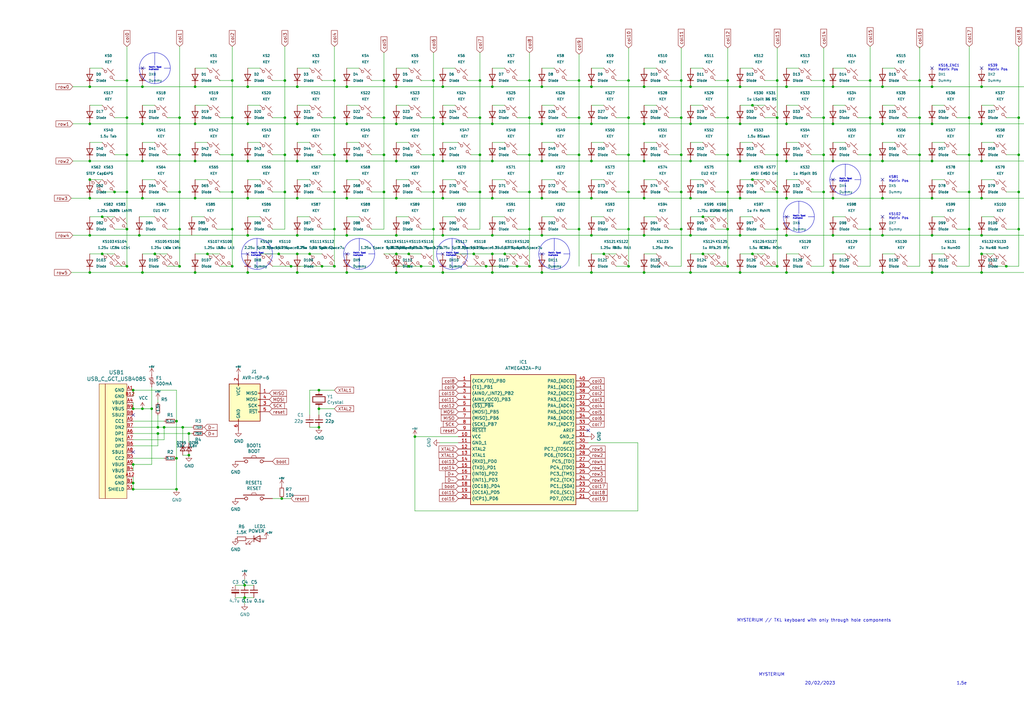
<source format=kicad_sch>
(kicad_sch (version 20231120) (generator "eeschema") (generator_version "8.0")
  (paper "A3")
  (lib_symbols
    (symbol "42Keebs:RotaryEncoder_Switch_Combo" (pin_names (offset 0.254) hide)
      (property "Reference" "ENC*_KS" (at 1.27 10.16 0))
      (property "Value" "RotaryEncoder_Switch" (at 1.27 7.62 0))
      (symbol "RotaryEncoder_Switch_Combo_1_1"
        (pin passive line (at 9.525 2.54 180) (length 2.54) (name "1") (number "1"))
        (pin passive line (at 9.525 -2.54 180) (length 2.54) (name "2") (number "2"))
        (pin passive line (at -7.62 2.54 0) (length 2.54) (name "A") (number "A"))
        (pin passive line (at -7.62 -2.54 0) (length 2.54) (name "B") (number "B"))
        (pin passive line (at -7.62 0 0) (length 2.54) (name "C") (number "C"))
        (pin passive line (at 0 -5.08 270) (length 2.5) (name "MP") (number "MP"))
        (pin passive line (at 0 5.08 90) (length 2.5) (name "MP") (number "MP"))
      )
    )
    (symbol "Device:C_Polarized_Small" (pin_numbers hide) (pin_names (offset 0.254) hide)
      (property "Reference" "C" (at 0.254 1.778 0))
      (property "Value" "C_Polarized_Small" (at 0.254 -2.032 0))
      (symbol "C_Polarized_Small_1_1"
        (pin passive line (at 0 2.54 270) (length 1.8542) (name "~") (number "1"))
        (pin passive line (at 0 -2.54 90) (length 1.8542) (name "~") (number "2"))
      )
    )
    (symbol "Device:C_Small" (pin_numbers hide) (pin_names (offset 0.254) hide)
      (property "Reference" "C" (at 0.254 1.778 0))
      (property "Value" "C_Small" (at 0.254 -2.032 0))
      (symbol "C_Small_1_1"
        (pin passive line (at 0 2.54 270) (length 2.032) (name "~") (number "1"))
        (pin passive line (at 0 -2.54 90) (length 2.032) (name "~") (number "2"))
      )
    )
    (symbol "Device:Crystal" (pin_numbers hide) (pin_names (offset 1.016) hide)
      (property "Reference" "Y" (at 0 3.81 0))
      (property "Value" "Crystal" (at 0 -3.81 0))
      (symbol "Crystal_1_1"
        (pin passive line (at -3.81 0 0) (length 1.27) (name "1") (number "1"))
        (pin passive line (at 3.81 0 180) (length 1.27) (name "2") (number "2"))
      )
    )
    (symbol "Device:D_Zener_Small" (pin_numbers hide) (pin_names (offset 0.254) hide)
      (property "Reference" "D" (at 0 2.286 0))
      (property "Value" "D_Zener_Small" (at 0 -2.286 0))
      (symbol "D_Zener_Small_1_1"
        (pin passive line (at -2.54 0 0) (length 1.778) (name "K") (number "1"))
        (pin passive line (at 2.54 0 180) (length 1.778) (name "A") (number "2"))
      )
    )
    (symbol "Device:LED" (pin_numbers hide) (pin_names (offset 1.016) hide)
      (property "Reference" "D" (at 0 2.54 0))
      (property "Value" "LED" (at 0 -2.54 0))
      (symbol "LED_1_1"
        (pin passive line (at -3.81 0 0) (length 2.54) (name "K") (number "1"))
        (pin passive line (at 3.81 0 180) (length 2.54) (name "A") (number "2"))
      )
    )
    (symbol "Device:Polyfuse_Small" (pin_numbers hide) (pin_names (offset 0))
      (property "Reference" "F" (at -1.905 0 90))
      (property "Value" "Polyfuse_Small" (at 1.905 0 90))
      (symbol "Polyfuse_Small_1_1"
        (pin passive line (at 0 2.54 270) (length 0.635) (name "~") (number "1"))
        (pin passive line (at 0 -2.54 90) (length 0.635) (name "~") (number "2"))
      )
    )
    (symbol "Device:R_Small" (pin_numbers hide) (pin_names (offset 0.254) hide)
      (property "Reference" "R" (at 0.762 0.508 0))
      (property "Value" "R_Small" (at 0.762 -1.016 0))
      (symbol "R_Small_1_1"
        (pin passive line (at 0 2.54 270) (length 0.762) (name "~") (number "1"))
        (pin passive line (at 0 -2.54 90) (length 0.762) (name "~") (number "2"))
      )
    )
    (symbol "SamacSys_Parts:ATMEGA32A-PU"
      (property "Reference" "IC" (at 49.53 7.62 0))
      (property "Value" "ATMEGA32A-PU" (at 49.53 5.08 0))
      (symbol "ATMEGA32A-PU_1_1"
        (pin passive line (at 0 0 0) (length 5.08) (name "(XCK/T0)_PB0") (number "1"))
        (pin passive line (at 0 -22.86 0) (length 5.08) (name "VCC") (number "10"))
        (pin passive line (at 0 -25.4 0) (length 5.08) (name "GND_1") (number "11"))
        (pin passive line (at 0 -27.94 0) (length 5.08) (name "XTAL2") (number "12"))
        (pin passive line (at 0 -30.48 0) (length 5.08) (name "XTAL1") (number "13"))
        (pin passive line (at 0 -33.02 0) (length 5.08) (name "(RXD)_PD0") (number "14"))
        (pin passive line (at 0 -35.56 0) (length 5.08) (name "(TXD)_PD1") (number "15"))
        (pin passive line (at 0 -38.1 0) (length 5.08) (name "(INT0)_PD2") (number "16"))
        (pin passive line (at 0 -40.64 0) (length 5.08) (name "(INT1)_PD3") (number "17"))
        (pin passive line (at 0 -43.18 0) (length 5.08) (name "(OC1B)_PD4") (number "18"))
        (pin passive line (at 0 -45.72 0) (length 5.08) (name "(OC1A)_PD5") (number "19"))
        (pin passive line (at 0 -2.54 0) (length 5.08) (name "(T1)_PB1") (number "2"))
        (pin passive line (at 0 -48.26 0) (length 5.08) (name "(ICP1)_PD6") (number "20"))
        (pin passive line (at 53.34 -48.26 180) (length 5.08) (name "PD7_(OC2)") (number "21"))
        (pin passive line (at 53.34 -45.72 180) (length 5.08) (name "PC0_(SCL)") (number "22"))
        (pin passive line (at 53.34 -43.18 180) (length 5.08) (name "PC1_(SDA)") (number "23"))
        (pin passive line (at 53.34 -40.64 180) (length 5.08) (name "PC2_(TCK)") (number "24"))
        (pin passive line (at 53.34 -38.1 180) (length 5.08) (name "PC3_(TMS)") (number "25"))
        (pin passive line (at 53.34 -35.56 180) (length 5.08) (name "PC4_(TDO)") (number "26"))
        (pin passive line (at 53.34 -33.02 180) (length 5.08) (name "PC5_(TDI)") (number "27"))
        (pin passive line (at 53.34 -30.48 180) (length 5.08) (name "PC6_(TOSC1)") (number "28"))
        (pin passive line (at 53.34 -27.94 180) (length 5.08) (name "PC7_(TOSC2)") (number "29"))
        (pin passive line (at 0 -5.08 0) (length 5.08) (name "(AIN0/_INT2)_PB2") (number "3"))
        (pin passive line (at 53.34 -25.4 180) (length 5.08) (name "AVCC") (number "30"))
        (pin passive line (at 53.34 -22.86 180) (length 5.08) (name "GND_2") (number "31"))
        (pin passive line (at 53.34 -20.32 180) (length 5.08) (name "AREF") (number "32"))
        (pin passive line (at 53.34 -17.78 180) (length 5.08) (name "PA7_(ADC7)") (number "33"))
        (pin passive line (at 53.34 -15.24 180) (length 5.08) (name "PA6_(ADC6)") (number "34"))
        (pin passive line (at 53.34 -12.7 180) (length 5.08) (name "PA5_(ADC5)") (number "35"))
        (pin passive line (at 53.34 -10.16 180) (length 5.08) (name "PA4_(ADC4)") (number "36"))
        (pin passive line (at 53.34 -7.62 180) (length 5.08) (name "PA3_(ADC3)") (number "37"))
        (pin passive line (at 53.34 -5.08 180) (length 5.08) (name "PA2_(ADC2)") (number "38"))
        (pin passive line (at 53.34 -2.54 180) (length 5.08) (name "PA1_(ADC1)") (number "39"))
        (pin passive line (at 0 -7.62 0) (length 5.08) (name "(AIN1/OC0)_PB3") (number "4"))
        (pin passive line (at 53.34 0 180) (length 5.08) (name "PA0_(ADC0)") (number "40"))
        (pin passive line (at 0 -10.16 0) (length 5.08) (name "(~{SS)_PB4}") (number "5"))
        (pin passive line (at 0 -12.7 0) (length 5.08) (name "(MOSI)_PB5") (number "6"))
        (pin passive line (at 0 -15.24 0) (length 5.08) (name "(MISO)_PB6") (number "7"))
        (pin passive line (at 0 -17.78 0) (length 5.08) (name "(SCK)_PB7") (number "8"))
        (pin passive line (at 0 -20.32 0) (length 5.08) (name "~{RESET}") (number "9"))
      )
    )
    (symbol "ScottoKeebs:Placeholder_Diode" (pin_numbers hide) (pin_names hide)
      (property "Reference" "D" (at 0 2.54 0))
      (property "Value" "Diode" (at 0 -2.54 0))
      (symbol "Placeholder_Diode_1_1"
        (pin passive line (at -3.81 0 0) (length 2.54) (name "K") (number "1"))
        (pin passive line (at 3.81 0 180) (length 2.54) (name "A") (number "2"))
      )
    )
    (symbol "ScottoKeebs:Placeholder_Diode_Dummy" (pin_numbers hide) (pin_names hide)
      (property "Reference" "DX" (at 0 2.54 0))
      (property "Value" "Dummy" (at 0 -2.54 0))
      (symbol "Placeholder_Diode_Dummy_1_1"
        (pin passive line (at -3.81 0 0) (length 2.54) (name "K") (number "1"))
        (pin passive line (at 3.81 0 180) (length 2.54) (name "A") (number "2"))
      )
    )
    (symbol "ScottoKeebs:Placeholder_Keyswitch" (pin_numbers hide) (pin_names (offset 1.016) hide)
      (property "Reference" "KS" (at 0 3.81 0))
      (property "Value" "KEY" (at -1.27 -1.27 0))
      (symbol "Placeholder_Keyswitch_1_1"
        (pin passive line (at -2.54 2.54 0) (length 0) (name "1") (number "1"))
        (pin passive line (at 2.54 -2.54 180) (length 0) (name "2") (number "2"))
      )
    )
    (symbol "mysterium-pcb-rescue:AVR-ISP-6-Connector" (pin_names (offset 1.016))
      (property "Reference" "J" (at 0 10.16 0))
      (property "Value" "AVR-ISP-6-Connector" (at 0 -7.62 0))
      (symbol "AVR-ISP-6-Connector_1_1"
        (pin passive line (at 10.16 5.08 180) (length 3.81) (name "MISO") (number "1"))
        (pin power_in line (at -2.54 12.7 270) (length 3.81) (name "VCC") (number "2"))
        (pin passive line (at 10.16 0 180) (length 3.81) (name "SCK") (number "3"))
        (pin passive line (at 10.16 2.54 180) (length 3.81) (name "MOSI") (number "4"))
        (pin passive line (at 10.16 -2.54 180) (length 3.81) (name "~{RST}") (number "5"))
        (pin power_in line (at -2.54 -10.16 90) (length 3.81) (name "GND") (number "6"))
      )
    )
    (symbol "mysterium-pcb-rescue:SW_PUSH-keyboard_parts" (pin_numbers hide) (pin_names (offset 1.016) hide)
      (property "Reference" "SW" (at 3.81 2.794 0))
      (property "Value" "SW_PUSH-keyboard_parts" (at 0 -2.032 0))
      (symbol "SW_PUSH-keyboard_parts_0_1"
        (pin passive inverted (at -7.62 0 0) (length 5.08) (name "1") (number "1"))
        (pin passive inverted (at 7.62 0 180) (length 5.08) (name "2") (number "2"))
      )
    )
    (symbol "mysterium-pcb-rescue:USB_C_GCT_USB4085-Type-C" (pin_names (offset 1.016))
      (property "Reference" "USB" (at -5.08 22.86 0))
      (property "Value" "USB_C_GCT_USB4085-Type-C" (at -10.16 -1.27 90))
      (symbol "USB_C_GCT_USB4085-Type-C_1_1"
        (pin input line (at 2.54 19.05 180) (length 2.54) (name "GND") (number "A1"))
        (pin input line (at 2.54 -16.51 180) (length 2.54) (name "GND") (number "A12"))
        (pin input line (at 2.54 13.97 180) (length 2.54) (name "VBUS") (number "A4"))
        (pin input line (at 2.54 6.35 180) (length 2.54) (name "CC1") (number "A5"))
        (pin input line (at 2.54 1.27 180) (length 2.54) (name "DP1") (number "A6"))
        (pin input line (at 2.54 -1.27 180) (length 2.54) (name "DN1") (number "A7"))
        (pin input line (at 2.54 -6.35 180) (length 2.54) (name "SBU1") (number "A8"))
        (pin input line (at 2.54 -11.43 180) (length 2.54) (name "VBUS") (number "A9"))
        (pin input line (at 2.54 -19.05 180) (length 2.54) (name "GND") (number "B1"))
        (pin input line (at 2.54 16.51 180) (length 2.54) (name "GND") (number "B12"))
        (pin input line (at 2.54 -13.97 180) (length 2.54) (name "VBUS") (number "B4"))
        (pin input line (at 2.54 -8.89 180) (length 2.54) (name "CC2") (number "B5"))
        (pin input line (at 2.54 -3.81 180) (length 2.54) (name "DP2") (number "B6"))
        (pin input line (at 2.54 3.81 180) (length 2.54) (name "DN2") (number "B7"))
        (pin input line (at 2.54 8.89 180) (length 2.54) (name "SBU2") (number "B8"))
        (pin input line (at 2.54 11.43 180) (length 2.54) (name "VBUS") (number "B9"))
        (pin input line (at 2.54 -21.59 180) (length 2.54) (name "SHIELD") (number "S1"))
      )
    )
    (symbol "power:+5V" (power) (pin_names (offset 0))
      (property "Value" "+5V" (at 0 3.556 0))
      (symbol "+5V_1_1"
        (pin power_in line (at 0 0 90) (length 0) hide (name "+5V") (number "1"))
      )
    )
    (symbol "power:GND" (power) (pin_names (offset 0))
      (property "Value" "GND" (at 0 -3.81 0))
      (symbol "GND_1_1"
        (pin power_in line (at 0 0 270) (length 0) hide (name "GND") (number "1"))
      )
    )
    (symbol "power:VCC" (power) (pin_names (offset 0))
      (property "Value" "VCC" (at 0 3.81 0))
      (symbol "VCC_1_1"
        (pin power_in line (at 0 0 90) (length 0) hide (name "VCC") (number "1"))
      )
    )
  )
  (junction (at 422.91 35.56))
  (junction (at 201.93 96.52))
  (junction (at 318.77 109.22))
  (junction (at 257.81 48.26))
  (junction (at 52.07 93.98))
  (junction (at 181.61 66.04))
  (junction (at 177.8 109.22))
  (junction (at 172.72 109.22))
  (junction (at 382.27 66.04))
  (junction (at 95.25 33.02))
  (junction (at 119.38 109.22))
  (junction (at 137.16 109.22))
  (junction (at 54.61 198.12))
  (junction (at 36.83 111.76))
  (junction (at 222.25 66.04))
  (junction (at 402.59 50.8))
  (junction (at 72.39 172.72))
  (junction (at 222.25 50.8))
  (junction (at 298.45 33.02))
  (junction (at 341.63 66.04))
  (junction (at 137.16 33.02))
  (junction (at 162.56 96.52))
  (junction (at 52.07 63.5))
  (junction (at 412.75 109.22))
  (junction (at 237.49 63.5))
  (junction (at 257.81 78.74))
  (junction (at 303.53 66.04))
  (junction (at 283.21 66.04))
  (junction (at 177.8 63.5))
  (junction (at 217.17 48.26))
  (junction (at 36.83 73.66))
  (junction (at 264.16 81.28))
  (junction (at 58.42 50.8))
  (junction (at 95.25 78.74))
  (junction (at 337.82 78.74))
  (junction (at 377.19 33.02))
  (junction (at 58.42 81.28))
  (junction (at 283.21 96.52))
  (junction (at 308.61 73.66))
  (junction (at 337.82 33.02))
  (junction (at 101.6 66.04))
  (junction (at 237.49 78.74))
  (junction (at 36.83 35.56))
  (junction (at 77.47 177.8))
  (junction (at 201.93 104.14))
  (junction (at 137.16 48.26))
  (junction (at 162.56 50.8))
  (junction (at 247.65 104.14))
  (junction (at 438.15 93.98))
  (junction (at 217.17 93.98))
  (junction (at 257.81 33.02))
  (junction (at 438.15 48.26))
  (junction (at 121.92 111.76))
  (junction (at 58.42 66.04))
  (junction (at 142.24 96.52))
  (junction (at 137.16 63.5))
  (junction (at 397.51 63.5))
  (junction (at 58.42 111.76))
  (junction (at 453.39 78.74))
  (junction (at 170.18 179.07))
  (junction (at 54.61 200.66))
  (junction (at 101.6 96.52))
  (junction (at 73.66 78.74))
  (junction (at 308.61 43.18))
  (junction (at 237.49 93.98))
  (junction (at 167.64 109.22))
  (junction (at 201.93 111.76))
  (junction (at 422.91 111.76))
  (junction (at 438.15 63.5))
  (junction (at 52.07 33.02))
  (junction (at 101.6 111.76))
  (junction (at 201.93 81.28))
  (junction (at 207.01 104.14))
  (junction (at 237.49 48.26))
  (junction (at 52.07 48.26))
  (junction (at 448.31 73.66))
  (junction (at 196.85 33.02))
  (junction (at 199.39 109.22))
  (junction (at 116.84 48.26))
  (junction (at 361.95 50.8))
  (junction (at 322.58 96.52))
  (junction (at 382.27 35.56))
  (junction (at 157.48 33.02))
  (junction (at 322.58 111.76))
  (junction (at 242.57 50.8))
  (junction (at 72.39 187.96))
  (junction (at 194.31 104.14))
  (junction (at 181.61 81.28))
  (junction (at 283.21 50.8))
  (junction (at 130.81 167.64))
  (junction (at 222.25 111.76))
  (junction (at 64.77 177.8))
  (junction (at 382.27 111.76))
  (junction (at 257.81 63.5))
  (junction (at 58.42 35.56))
  (junction (at 157.48 78.74))
  (junction (at 80.01 111.76))
  (junction (at 237.49 33.02))
  (junction (at 377.19 63.5))
  (junction (at 264.16 35.56))
  (junction (at 217.17 109.22))
  (junction (at 130.81 160.02))
  (junction (at 196.85 63.5))
  (junction (at 101.6 35.56))
  (junction (at 177.8 48.26))
  (junction (at 288.29 88.9))
  (junction (at 41.91 88.9))
  (junction (at 298.45 109.22))
  (junction (at 80.01 35.56))
  (junction (at 157.48 63.5))
  (junction (at 402.59 81.28))
  (junction (at 142.24 35.56))
  (junction (at 303.53 111.76))
  (junction (at 167.64 104.14))
  (junction (at 422.91 81.28))
  (junction (at 196.85 48.26))
  (junction (at 64.77 175.26))
  (junction (at 73.66 48.26))
  (junction (at 303.53 50.8))
  (junction (at 303.53 81.28))
  (junction (at 318.77 48.26))
  (junction (at 100.33 240.03))
  (junction (at 36.83 50.8))
  (junction (at 361.95 81.28))
  (junction (at 181.61 50.8))
  (junction (at 121.92 50.8))
  (junction (at 361.95 111.76))
  (junction (at 283.21 81.28))
  (junction (at 397.51 78.74))
  (junction (at 116.84 33.02))
  (junction (at 322.58 66.04))
  (junction (at 361.95 96.52))
  (junction (at 142.24 66.04))
  (junction (at 95.25 48.26))
  (junction (at 382.27 81.28))
  (junction (at 130.81 175.26))
  (junction (at 114.3 104.14))
  (junction (at 80.01 66.04))
  (junction (at 318.77 78.74))
  (junction (at 36.83 96.52))
  (junction (at 101.6 81.28))
  (junction (at 361.95 35.56))
  (junction (at 142.24 111.76))
  (junction (at 438.15 78.74))
  (junction (at 222.25 96.52))
  (junction (at 242.57 66.04))
  (junction (at 73.66 93.98))
  (junction (at 257.81 109.22))
  (junction (at 54.61 190.5))
  (junction (at 80.01 50.8))
  (junction (at 46.99 78.74))
  (junction (at 341.63 111.76))
  (junction (at 417.83 63.5))
  (junction (at 77.47 186.69))
  (junction (at 242.57 111.76))
  (junction (at 222.25 35.56))
  (junction (at 341.63 50.8))
  (junction (at 337.82 48.26))
  (junction (at 101.6 50.8))
  (junction (at 54.61 167.64))
  (junction (at 201.93 50.8))
  (junction (at 127 104.14))
  (junction (at 201.93 66.04))
  (junction (at 288.29 104.14))
  (junction (at 322.58 81.28))
  (junction (at 402.59 66.04))
  (junction (at 36.83 66.04))
  (junction (at 283.21 35.56))
  (junction (at 162.56 35.56))
  (junction (at 132.08 109.22))
  (junction (at 298.45 78.74))
  (junction (at 212.09 109.22))
  (junction (at 73.66 63.5))
  (junction (at 279.4 63.5))
  (junction (at 402.59 111.76))
  (junction (at 177.8 78.74))
  (junction (at 121.92 81.28))
  (junction (at 264.16 111.76))
  (junction (at 322.58 50.8))
  (junction (at 283.21 111.76))
  (junction (at 95.25 93.98))
  (junction (at 217.17 63.5))
  (junction (at 337.82 63.5))
  (junction (at 417.83 48.26))
  (junction (at 397.51 48.26))
  (junction (at 341.63 96.52))
  (junction (at 95.25 109.22))
  (junction (at 298.45 48.26))
  (junction (at 137.16 93.98))
  (junction (at 242.57 96.52))
  (junction (at 382.27 50.8))
  (junction (at 356.87 63.5))
  (junction (at 41.91 104.14))
  (junction (at 115.57 204.47))
  (junction (at 80.01 81.28))
  (junction (at 121.92 66.04))
  (junction (at 279.4 48.26))
  (junction (at 417.83 93.98))
  (junction (at 322.58 35.56))
  (junction (at 356.87 48.26))
  (junction (at 73.66 109.22))
  (junction (at 298.45 93.98))
  (junction (at 242.57 81.28))
  (junction (at 217.17 33.02))
  (junction (at 181.61 96.52))
  (junction (at 162.56 81.28))
  (junction (at 162.56 111.76))
  (junction (at 422.91 96.52))
  (junction (at 62.23 167.64))
  (junction (at 54.61 160.02))
  (junction (at 52.07 109.22))
  (junction (at 121.92 104.14))
  (junction (at 142.24 50.8))
  (junction (at 74.93 175.26))
  (junction (at 397.51 93.98))
  (junction (at 402.59 96.52))
  (junction (at 116.84 78.74))
  (junction (at 217.17 78.74))
  (junction (at 318.77 33.02))
  (junction (at 137.16 78.74))
  (junction (at 36.83 81.28))
  (junction (at 242.57 35.56))
  (junction (at 85.09 104.14))
  (junction (at 157.48 48.26))
  (junction (at 201.93 35.56))
  (junction (at 356.87 93.98))
  (junction (at 279.4 33.02))
  (junction (at 142.24 81.28))
  (junction (at 72.39 200.66))
  (junction (at 341.63 35.56))
  (junction (at 264.16 96.52))
  (junction (at 181.61 35.56))
  (junction (at 377.19 48.26))
  (junction (at 95.25 63.5))
  (junction (at 402.59 35.56))
  (junction (at 162.56 104.14))
  (junction (at 279.4 93.98))
  (junction (at 318.77 93.98))
  (junction (at 303.53 35.56))
  (junction (at 417.83 78.74))
  (junction (at 308.61 104.14))
  (junction (at 402.59 104.14))
  (junction (at 52.07 78.74))
  (junction (at 382.27 96.52))
  (junction (at 116.84 63.5))
  (junction (at 100.33 245.11))
  (junction (at 177.8 33.02))
  (junction (at 58.42 167.64))
  (junction (at 57.15 96.52))
  (junction (at 264.16 50.8))
  (junction (at 222.25 81.28))
  (junction (at 318.77 63.5))
  (junction (at 264.16 66.04))
  (junction (at 63.5 104.14))
  (junction (at 341.63 81.28))
  (junction (at 298.45 63.5))
  (junction (at 121.92 35.56))
  (junction (at 162.56 66.04))
  (junction (at 303.53 96.52))
  (junction (at 361.95 66.04))
  (junction (at 121.92 96.52))
  (junction (at 67.31 175.26))
  (junction (at 257.81 93.98))
  (junction (at 181.61 111.76))
  (junction (at 279.4 78.74))
  (junction (at 356.87 33.02))
  (junction (at 177.8 93.98))
  (junction (at 196.85 78.74))
  (no_connect (at 54.61 185.42))
  (no_connect (at 58.42 27.94))
  (no_connect (at 341.63 73.66))
  (no_connect (at 54.61 170.18))
  (no_connect (at 241.3 176.53))
  (no_connect (at 322.58 88.9))
  (no_connect (at 382.27 27.94))
  (no_connect (at 361.95 73.66))
  (no_connect (at 443.23 104.14))
  (no_connect (at 222.25 104.14))
  (no_connect (at 181.61 104.14))
  (no_connect (at 142.24 104.14))
  (no_connect (at 361.95 88.9))
  (no_connect (at 422.91 27.94))
  (no_connect (at 402.59 27.94))
  (no_connect (at 101.6 104.14))
  (wire (pts (xy 308.61 43.18) (xy 313.69 43.18)))
  (wire (pts (xy 274.32 48.26) (xy 279.4 48.26)))
  (wire (pts (xy 111.76 93.98) (xy 116.84 93.98)))
  (wire (pts (xy 167.64 43.18) (xy 162.56 43.18)))
  (wire (pts (xy 212.09 33.02) (xy 217.17 33.02)))
  (wire (pts (xy 191.77 33.02) (xy 196.85 33.02)))
  (wire (pts (xy 142.24 50.8) (xy 162.56 50.8)))
  (wire (pts (xy 252.73 109.22) (xy 257.81 109.22)))
  (wire (pts (xy 106.68 58.42) (xy 101.6 58.42)))
  (wire (pts (xy 172.72 33.02) (xy 177.8 33.02)))
  (wire (pts (xy 90.17 63.5) (xy 95.25 63.5)))
  (wire (pts (xy 167.64 109.22) (xy 172.72 109.22)))
  (wire (pts (xy 303.53 58.42) (xy 308.61 58.42)))
  (wire (pts (xy 237.49 78.74) (xy 237.49 93.98)))
  (wire (pts (xy 41.91 78.74) (xy 46.99 78.74)))
  (wire (pts (xy 167.64 73.66) (xy 162.56 73.66)))
  (wire (pts (xy 157.48 21.59) (xy 157.48 33.02)))
  (wire (pts (xy 142.24 27.94) (xy 147.32 27.94)))
  (wire (pts (xy 382.27 50.8) (xy 402.59 50.8)))
  (wire (pts (xy 36.83 58.42) (xy 41.91 58.42)))
  (wire (pts (xy 308.61 73.66) (xy 313.69 73.66)))
  (wire (pts (xy 264.16 96.52) (xy 283.21 96.52)))
  (wire (pts (xy 90.17 78.74) (xy 95.25 78.74)))
  (wire (pts (xy 397.51 93.98) (xy 397.51 109.22)))
  (wire (pts (xy 54.61 195.58) (xy 54.61 198.12)))
  (wire (pts (xy 356.87 93.98) (xy 356.87 109.22)))
  (wire (pts (xy 257.81 93.98) (xy 257.81 109.22)))
  (wire (pts (xy 264.16 111.76) (xy 283.21 111.76)))
  (wire (pts (xy 74.93 186.69) (xy 77.47 186.69)))
  (wire (pts (xy 372.11 33.02) (xy 377.19 33.02)))
  (wire (pts (xy 422.91 96.52) (xy 443.23 96.52)))
  (wire (pts (xy 237.49 93.98) (xy 237.49 109.22)))
  (wire (pts (xy 303.53 104.14) (xy 308.61 104.14)))
  (wire (pts (xy 397.51 78.74) (xy 397.51 93.98)))
  (wire (pts (xy 402.59 58.42) (xy 407.67 58.42)))
  (wire (pts (xy 100.33 245.11) (xy 104.14 245.11)))
  (wire (pts (xy 402.59 66.04) (xy 422.91 66.04)))
  (wire (pts (xy 247.65 104.14) (xy 242.57 104.14)))
  (wire (pts (xy 177.8 93.98) (xy 177.8 109.22)))
  (wire (pts (xy 417.83 19.05) (xy 417.83 48.26)))
  (wire (pts (xy 412.75 63.5) (xy 417.83 63.5)))
  (wire (pts (xy 181.61 81.28) (xy 201.93 81.28)))
  (wire (pts (xy 137.16 78.74) (xy 137.16 93.98)))
  (wire (pts (xy 402.59 73.66) (xy 407.67 73.66)))
  (polyline (pts (xy 105.41 97.79) (xy 105.41 102.87)))
  (wire (pts (xy 377.19 63.5) (xy 377.19 109.22)))
  (wire (pts (xy 186.69 88.9) (xy 181.61 88.9)))
  (wire (pts (xy 341.63 81.28) (xy 361.95 81.28)))
  (wire (pts (xy 52.07 78.74) (xy 52.07 93.98)))
  (wire (pts (xy 41.91 73.66) (xy 36.83 73.66)))
  (wire (pts (xy 303.53 111.76) (xy 322.58 111.76)))
  (wire (pts (xy 298.45 78.74) (xy 298.45 93.98)))
  (wire (pts (xy 283.21 81.28) (xy 303.53 81.28)))
  (wire (pts (xy 322.58 111.76) (xy 341.63 111.76)))
  (wire (pts (xy 199.39 109.22) (xy 212.09 109.22)))
  (wire (pts (xy 127 58.42) (xy 121.92 58.42)))
  (wire (pts (xy 303.53 88.9) (xy 308.61 88.9)))
  (wire (pts (xy 397.51 19.05) (xy 397.51 48.26)))
  (wire (pts (xy 64.77 177.8) (xy 64.77 182.88)))
  (wire (pts (xy 63.5 88.9) (xy 57.15 88.9)))
  (wire (pts (xy 54.61 198.12) (xy 54.61 200.66)))
  (wire (pts (xy 191.77 109.22) (xy 199.39 109.22)))
  (wire (pts (xy 72.39 160.02) (xy 72.39 172.72)))
  (wire (pts (xy 106.68 73.66) (xy 101.6 73.66)))
  (wire (pts (xy 54.61 162.56) (xy 54.61 160.02)))
  (wire (pts (xy 327.66 43.18) (xy 322.58 43.18)))
  (wire (pts (xy 90.17 48.26) (xy 95.25 48.26)))
  (wire (pts (xy 111.76 33.02) (xy 116.84 33.02)))
  (wire (pts (xy 237.49 63.5) (xy 237.49 78.74)))
  (wire (pts (xy 337.82 63.5) (xy 337.82 78.74)))
  (wire (pts (xy 327.66 104.14) (xy 322.58 104.14)))
  (wire (pts (xy 181.61 27.94) (xy 186.69 27.94)))
  (wire (pts (xy 68.58 109.22) (xy 73.66 109.22)))
  (wire (pts (xy 80.01 81.28) (xy 101.6 81.28)))
  (wire (pts (xy 132.08 109.22) (xy 137.16 109.22)))
  (wire (pts (xy 351.79 109.22) (xy 356.87 109.22)))
  (wire (pts (xy 422.91 73.66) (xy 427.99 73.66)))
  (wire (pts (xy 318.77 19.685) (xy 318.77 33.02)))
  (wire (pts (xy 322.58 27.94) (xy 327.66 27.94)))
  (wire (pts (xy 367.03 104.14) (xy 361.95 104.14)))
  (wire (pts (xy 247.65 104.14) (xy 252.73 104.14)))
  (polyline (pts (xy 63.5 29.21) (xy 63.5 34.29)))
  (wire (pts (xy 361.95 66.04) (xy 382.27 66.04)))
  (wire (pts (xy 172.72 48.26) (xy 177.8 48.26)))
  (wire (pts (xy 438.15 19.05) (xy 438.15 48.26)))
  (wire (pts (xy 303.53 27.94) (xy 308.61 27.94)))
  (wire (pts (xy 279.4 78.74) (xy 279.4 93.98)))
  (wire (pts (xy 52.07 48.26) (xy 52.07 63.5)))
  (wire (pts (xy 283.21 35.56) (xy 303.53 35.56)))
  (wire (pts (xy 422.91 43.18) (xy 427.99 43.18)))
  (wire (pts (xy 382.27 73.66) (xy 387.35 73.66)))
  (wire (pts (xy 207.01 43.18) (xy 201.93 43.18)))
  (wire (pts (xy 41.91 88.9) (xy 36.83 88.9)))
  (wire (pts (xy 121.92 50.8) (xy 142.24 50.8)))
  (wire (pts (xy 80.01 27.94) (xy 85.09 27.94)))
  (wire (pts (xy 54.61 160.02) (xy 72.39 160.02)))
  (wire (pts (xy 172.72 93.98) (xy 177.8 93.98)))
  (wire (pts (xy 402.59 43.18) (xy 407.67 43.18)))
  (wire (pts (xy 121.92 96.52) (xy 142.24 96.52)))
  (wire (pts (xy 372.11 109.22) (xy 377.19 109.22)))
  (wire (pts (xy 322.58 50.8) (xy 341.63 50.8)))
  (wire (pts (xy 100.33 245.11) (xy 100.33 247.65)))
  (polyline (pts (xy 227.33 105.41) (xy 227.33 110.49)))
  (wire (pts (xy 41.91 27.94) (xy 36.83 27.94)))
  (wire (pts (xy 444.5 25.4) (xy 450.85 25.4)))
  (wire (pts (xy 318.77 78.74) (xy 318.77 93.98)))
  (wire (pts (xy 157.48 78.74) (xy 157.48 93.98)))
  (wire (pts (xy 193.04 63.5) (xy 196.85 63.5)))
  (wire (pts (xy 303.53 66.04) (xy 322.58 66.04)))
  (wire (pts (xy 207.01 58.42) (xy 201.93 58.42)))
  (wire (pts (xy 191.77 93.98) (xy 196.85 93.98)))
  (wire (pts (xy 448.31 66.04) (xy 448.31 73.66)))
  (wire (pts (xy 327.66 58.42) (xy 322.58 58.42)))
  (wire (pts (xy 247.65 43.18) (xy 242.57 43.18)))
  (wire (pts (xy 264.16 27.94) (xy 269.24 27.94)))
  (polyline (pts (xy 185.42 105.41) (xy 185.42 110.49)))
  (wire (pts (xy 222.25 35.56) (xy 242.57 35.56)))
  (wire (pts (xy 187.96 179.07) (xy 170.18 179.07)))
  (wire (pts (xy 392.43 109.22) (xy 397.51 109.22)))
  (wire (pts (xy 106.68 88.9) (xy 101.6 88.9)))
  (wire (pts (xy 58.42 111.76) (xy 80.01 111.76)))
  (wire (pts (xy 85.09 104.14) (xy 90.17 104.14)))
  (wire (pts (xy 322.58 96.52) (xy 341.63 96.52)))
  (wire (pts (xy 337.82 48.26) (xy 337.82 63.5)))
  (wire (pts (xy 279.4 33.02) (xy 279.4 48.26)))
  (wire (pts (xy 162.56 66.04) (xy 181.61 66.04)))
  (wire (pts (xy 152.4 63.5) (xy 157.48 63.5)))
  (wire (pts (xy 58.42 35.56) (xy 80.01 35.56)))
  (wire (pts (xy 73.66 19.05) (xy 73.66 48.26)))
  (polyline (pts (xy 334.01 88.9) (xy 331.47 88.9)))
  (wire (pts (xy 152.4 48.26) (xy 157.48 48.26)))
  (wire (pts (xy 36.83 43.18) (xy 41.91 43.18)))
  (wire (pts (xy 417.83 63.5) (xy 417.83 78.74)))
  (wire (pts (xy 341.63 50.8) (xy 361.95 50.8)))
  (wire (pts (xy 222.25 111.76) (xy 242.57 111.76)))
  (wire (pts (xy 64.77 175.26) (xy 67.31 175.26)))
  (wire (pts (xy 372.11 63.5) (xy 377.19 63.5)))
  (wire (pts (xy 332.74 109.22) (xy 337.82 109.22)))
  (wire (pts (xy 252.73 33.02) (xy 257.81 33.02)))
  (polyline (pts (xy 105.41 105.41) (xy 105.41 110.49)))
  (wire (pts (xy 361.95 27.94) (xy 367.03 27.94)))
  (wire (pts (xy 261.62 209.55) (xy 261.62 181.61)))
  (wire (pts (xy 121.92 104.14) (xy 127 104.14)))
  (wire (pts (xy 62.23 167.64) (xy 62.23 190.5)))
  (wire (pts (xy 170.18 179.07) (xy 170.18 209.55)))
  (wire (pts (xy 54.61 200.66) (xy 72.39 200.66)))
  (polyline (pts (xy 69.85 27.94) (xy 67.31 27.94)))
  (wire (pts (xy 54.61 187.96) (xy 67.31 187.96)))
  (wire (pts (xy 458.47 93.98) (xy 453.39 93.98)))
  (wire (pts (xy 137.16 48.26) (xy 137.16 63.5)))
  (wire (pts (xy 217.17 48.26) (xy 217.17 63.5)))
  (wire (pts (xy 303.53 35.56) (xy 322.58 35.56)))
  (wire (pts (xy 186.69 73.66) (xy 181.61 73.66)))
  (wire (pts (xy 130.81 167.64) (xy 130.81 170.18)))
  (wire (pts (xy 167.64 104.14) (xy 172.72 104.14)))
  (wire (pts (xy 101.6 96.52) (xy 121.92 96.52)))
  (wire (pts (xy 467.995 27.94) (xy 469.9 27.94)))
  (wire (pts (xy 95.25 78.74) (xy 95.25 93.98)))
  (wire (pts (xy 443.23 43.18) (xy 448.31 43.18)))
  (wire (pts (xy 46.99 48.26) (xy 52.07 48.26)))
  (wire (pts (xy 74.93 175.26) (xy 74.93 181.61)))
  (wire (pts (xy 147.32 58.42) (xy 142.24 58.42)))
  (wire (pts (xy 95.25 19.05) (xy 95.25 33.02)))
  (wire (pts (xy 88.9 93.98) (xy 95.25 93.98)))
  (wire (pts (xy 453.39 63.5) (xy 458.47 63.5)))
  (wire (pts (xy 361.95 111.76) (xy 382.27 111.76)))
  (wire (pts (xy 293.37 93.98) (xy 298.45 93.98)))
  (wire (pts (xy 237.49 22.225) (xy 237.49 33.02)))
  (wire (pts (xy 361.95 81.28) (xy 382.27 81.28)))
  (wire (pts (xy 186.69 43.18) (xy 181.61 43.18)))
  (wire (pts (xy 269.24 43.18) (xy 264.16 43.18)))
  (wire (pts (xy 46.99 93.98) (xy 52.07 93.98)))
  (wire (pts (xy 101.6 27.94) (xy 106.68 27.94)))
  (wire (pts (xy 382.27 88.9) (xy 387.35 88.9)))
  (wire (pts (xy 177.8 21.59) (xy 177.8 33.02)))
  (wire (pts (xy 80.01 66.04) (xy 101.6 66.04)))
  (wire (pts (xy 242.57 111.76) (xy 264.16 111.76)))
  (wire (pts (xy 114.3 104.14) (xy 121.92 104.14)))
  (wire (pts (xy 41.91 104.14) (xy 46.99 104.14)))
  (wire (pts (xy 186.69 104.14) (xy 194.31 104.14)))
  (polyline (pts (xy 340.36 73.66) (xy 342.9 73.66)))
  (wire (pts (xy 351.79 63.5) (xy 356.87 63.5)))
  (wire (pts (xy 269.24 88.9) (xy 264.16 88.9)))
  (wire (pts (xy 279.4 19.685) (xy 279.4 33.02)))
  (wire (pts (xy 29.21 81.28) (xy 36.83 81.28)))
  (wire (pts (xy 351.79 48.26) (xy 356.87 48.26)))
  (wire (pts (xy 341.63 35.56) (xy 361.95 35.56)))
  (wire (pts (xy 242.57 96.52) (xy 264.16 96.52)))
  (wire (pts (xy 68.58 93.98) (xy 73.66 93.98)))
  (wire (pts (xy 443.23 88.9) (xy 448.31 88.9)))
  (wire (pts (xy 63.5 104.14) (xy 68.58 104.14)))
  (wire (pts (xy 132.08 93.98) (xy 137.16 93.98)))
  (wire (pts (xy 54.61 193.04) (xy 54.61 190.5)))
  (wire (pts (xy 157.48 104.14) (xy 162.56 104.14)))
  (wire (pts (xy 152.4 93.98) (xy 157.48 93.98)))
  (wire (pts (xy 137.16 63.5) (xy 137.16 78.74)))
  (wire (pts (xy 392.43 48.26) (xy 397.51 48.26)))
  (wire (pts (xy 232.41 48.26) (xy 237.49 48.26)))
  (wire (pts (xy 367.03 43.18) (xy 361.95 43.18)))
  (wire (pts (xy 222.25 27.94) (xy 227.33 27.94)))
  (polyline (pts (xy 179.07 104.14) (xy 181.61 104.14)))
  (wire (pts (xy 417.83 48.26) (xy 417.83 63.5)))
  (wire (pts (xy 264.16 81.28) (xy 283.21 81.28)))
  (wire (pts (xy 142.24 35.56) (xy 162.56 35.56)))
  (wire (pts (xy 412.75 93.98) (xy 417.83 93.98)))
  (wire (pts (xy 191.77 48.26) (xy 196.85 48.26)))
  (polyline (pts (xy 227.33 97.79) (xy 227.33 102.87)))
  (wire (pts (xy 313.69 63.5) (xy 318.77 63.5)))
  (wire (pts (xy 180.34 181.61) (xy 187.96 181.61)))
  (wire (pts (xy 382.27 111.76) (xy 402.59 111.76)))
  (wire (pts (xy 283.21 96.52) (xy 303.53 96.52)))
  (wire (pts (xy 242.57 50.8) (xy 264.16 50.8)))
  (wire (pts (xy 187.96 58.42) (xy 181.61 58.42)))
  (wire (pts (xy 356.87 33.02) (xy 356.87 48.26)))
  (wire (pts (xy 68.58 48.26) (xy 73.66 48.26)))
  (wire (pts (xy 64.77 165.1) (xy 64.77 163.83)))
  (wire (pts (xy 247.65 73.66) (xy 242.57 73.66)))
  (wire (pts (xy 36.83 35.56) (xy 58.42 35.56)))
  (wire (pts (xy 422.91 104.14) (xy 427.99 104.14)))
  (wire (pts (xy 367.03 58.42) (xy 361.95 58.42)))
  (wire (pts (xy 90.17 33.02) (xy 95.25 33.02)))
  (wire (pts (xy 422.91 88.9) (xy 427.99 88.9)))
  (wire (pts (xy 438.15 63.5) (xy 438.15 78.74)))
  (wire (pts (xy 64.77 182.88) (xy 54.61 182.88)))
  (wire (pts (xy 142.24 66.04) (xy 162.56 66.04)))
  (wire (pts (xy 269.24 73.66) (xy 264.16 73.66)))
  (wire (pts (xy 201.93 104.14) (xy 207.01 104.14)))
  (wire (pts (xy 438.15 48.26) (xy 438.15 63.5)))
  (wire (pts (xy 288.29 73.66) (xy 283.21 73.66)))
  (wire (pts (xy 73.66 78.74) (xy 73.66 93.98)))
  (wire (pts (xy 130.81 160.02) (xy 137.16 160.02)))
  (wire (pts (xy 68.58 78.74) (xy 73.66 78.74)))
  (wire (pts (xy 96.52 240.03) (xy 100.33 240.03)))
  (wire (pts (xy 337.82 33.02) (xy 337.82 48.26)))
  (wire (pts (xy 283.21 27.94) (xy 288.29 27.94)))
  (wire (pts (xy 412.75 48.26) (xy 417.83 48.26)))
  (wire (pts (xy 201.93 111.76) (xy 222.25 111.76)))
  (wire (pts (xy 237.49 48.26) (xy 237.49 63.5)))
  (wire (pts (xy 68.58 63.5) (xy 73.66 63.5)))
  (wire (pts (xy 279.4 48.26) (xy 279.4 63.5)))
  (wire (pts (xy 402.59 35.56) (xy 422.91 35.56)))
  (wire (pts (xy 274.32 78.74) (xy 279.4 78.74)))
  (wire (pts (xy 121.92 111.76) (xy 142.24 111.76)))
  (wire (pts (xy 402.59 81.28) (xy 422.91 81.28)))
  (wire (pts (xy 201.93 66.04) (xy 222.25 66.04)))
  (wire (pts (xy 90.17 109.22) (xy 95.25 109.22)))
  (wire (pts (xy 438.15 93.98) (xy 438.15 109.22)))
  (wire (pts (xy 433.07 93.98) (xy 438.15 93.98)))
  (wire (pts (xy 443.23 58.42) (xy 448.31 58.42)))
  (wire (pts (xy 41.91 104.14) (xy 36.83 104.14)))
  (wire (pts (xy 101.6 50.8) (xy 121.92 50.8)))
  (wire (pts (xy 377.19 33.02) (xy 377.19 48.26)))
  (wire (pts (xy 177.8 63.5) (xy 177.8 78.74)))
  (wire (pts (xy 402.59 111.76) (xy 422.91 111.76)))
  (wire (pts (xy 212.09 109.22) (xy 217.17 109.22)))
  (wire (pts (xy 157.48 33.02) (xy 157.48 48.26)))
  (wire (pts (xy 382.27 43.18) (xy 387.35 43.18)))
  (wire (pts (xy 288.29 88.9) (xy 283.21 88.9)))
  (wire (pts (xy 212.09 48.26) (xy 217.17 48.26)))
  (wire (pts (xy 397.51 63.5) (xy 397.51 78.74)))
  (polyline (pts (xy 220.98 104.14) (xy 223.52 104.14)))
  (wire (pts (xy 283.21 50.8) (xy 303.53 50.8)))
  (wire (pts (xy 242.57 35.56) (xy 264.16 35.56)))
  (wire (pts (xy 318.77 33.02) (xy 318.77 48.26)))
  (wire (pts (xy 162.56 109.22) (xy 167.64 109.22)))
  (wire (pts (xy 382.27 58.42) (xy 387.35 58.42)))
  (wire (pts (xy 101.6 81.28) (xy 121.92 81.28)))
  (wire (pts (xy 73.66 48.26) (xy 73.66 63.5)))
  (wire (pts (xy 147.32 88.9) (xy 142.24 88.9)))
  (wire (pts (xy 201.93 50.8) (xy 222.25 50.8)))
  (wire (pts (xy 63.5 73.66) (xy 58.42 73.66)))
  (wire (pts (xy 137.16 93.98) (xy 137.16 109.22)))
  (wire (pts (xy 29.845 50.8) (xy 36.83 50.8)))
  (wire (pts (xy 257.81 19.685) (xy 257.81 33.02)))
  (wire (pts (xy 382.27 66.04) (xy 402.59 66.04)))
  (wire (pts (xy 64.77 177.8) (xy 77.47 177.8)))
  (wire (pts (xy 74.93 175.26) (xy 78.74 175.26)))
  (polyline (pts (xy 353.06 73.66) (xy 350.52 73.66)))
  (wire (pts (xy 438.15 78.74) (xy 438.15 93.98)))
  (wire (pts (xy 288.29 88.9) (xy 293.37 88.9)))
  (wire (pts (xy 412.75 78.74) (xy 417.83 78.74)))
  (wire (pts (xy 72.39 172.72) (xy 72.39 187.96)))
  (wire (pts (xy 172.72 63.5) (xy 177.8 63.5)))
  (wire (pts (xy 177.8 33.02) (xy 177.8 48.26)))
  (wire (pts (xy 29.845 66.04) (xy 36.83 66.04)))
  (wire (pts (xy 274.32 63.5) (xy 279.4 63.5)))
  (wire (pts (xy 29.845 35.56) (xy 36.83 35.56)))
  (wire (pts (xy 288.29 104.14) (xy 293.37 104.14)))
  (wire (pts (xy 36.83 111.76) (xy 58.42 111.76)))
  (wire (pts (xy 162.56 111.76) (xy 181.61 111.76)))
  (wire (pts (xy 341.63 66.04) (xy 361.95 66.04)))
  (wire (pts (xy 453.39 78.74) (xy 458.47 78.74)))
  (wire (pts (xy 443.23 73.66) (xy 448.31 73.66)))
  (wire (pts (xy 274.32 93.98) (xy 279.4 93.98)))
  (wire (pts (xy 433.07 63.5) (xy 438.15 63.5)))
  (wire (pts (xy 346.71 104.14) (xy 341.63 104.14)))
  (wire (pts (xy 130.81 160.02) (xy 127 160.02)))
  (wire (pts (xy 303.53 96.52) (xy 322.58 96.52)))
  (wire (pts (xy 341.63 96.52) (xy 361.95 96.52)))
  (wire (pts (xy 298.45 19.685) (xy 298.45 33.02)))
  (wire (pts (xy 313.69 109.22) (xy 318.77 109.22)))
  (polyline (pts (xy 153.67 104.14) (xy 151.13 104.14)))
  (wire (pts (xy 142.24 111.76) (xy 162.56 111.76)))
  (wire (pts (xy 257.81 78.74) (xy 257.81 93.98)))
  (wire (pts (xy 201.93 81.28) (xy 222.25 81.28)))
  (wire (pts (xy 196.85 63.5) (xy 196.85 78.74)))
  (wire (pts (xy 72.39 187.96) (xy 72.39 200.66)))
  (wire (pts (xy 288.29 43.18) (xy 283.21 43.18)))
  (wire (pts (xy 29.845 96.52) (xy 36.83 96.52)))
  (wire (pts (xy 322.58 81.28) (xy 341.63 81.28)))
  (wire (pts (xy 269.24 104.14) (xy 264.16 104.14)))
  (wire (pts (xy 298.45 93.98) (xy 298.45 109.22)))
  (wire (pts (xy 232.41 33.02) (xy 237.49 33.02)))
  (wire (pts (xy 194.31 104.14) (xy 201.93 104.14)))
  (wire (pts (xy 242.57 81.28) (xy 264.16 81.28)))
  (wire (pts (xy 201.93 35.56) (xy 222.25 35.56)))
  (polyline (pts (xy 346.71 67.31) (xy 346.71 72.39)))
  (wire (pts (xy 313.69 78.74) (xy 318.77 78.74)))
  (wire (pts (xy 222.25 66.04) (xy 242.57 66.04)))
  (wire (pts (xy 412.75 109.22) (xy 417.83 109.22)))
  (wire (pts (xy 318.77 93.98) (xy 318.77 109.22)))
  (wire (pts (xy 264.16 50.8) (xy 283.21 50.8)))
  (wire (pts (xy 85.09 73.66) (xy 80.01 73.66)))
  (wire (pts (xy 433.07 109.22) (xy 438.15 109.22)))
  (wire (pts (xy 222.25 50.8) (xy 242.57 50.8)))
  (polyline (pts (xy 327.66 90.17) (xy 327.66 95.25)))
  (wire (pts (xy 52.07 63.5) (xy 52.07 78.74)))
  (wire (pts (xy 417.83 78.74) (xy 417.83 93.98)))
  (wire (pts (xy 121.92 35.56) (xy 142.24 35.56)))
  (wire (pts (xy 106.68 43.18) (xy 101.6 43.18)))
  (wire (pts (xy 162.56 96.52) (xy 181.61 96.52)))
  (wire (pts (xy 100.33 240.03) (xy 104.14 240.03)))
  (wire (pts (xy 207.01 73.66) (xy 201.93 73.66)))
  (wire (pts (xy 63.5 58.42) (xy 58.42 58.42)))
  (wire (pts (xy 322.58 73.66) (xy 327.66 73.66)))
  (wire (pts (xy 298.45 33.02) (xy 298.45 48.26)))
  (wire (pts (xy 95.25 93.98) (xy 95.25 109.22)))
  (wire (pts (xy 264.16 66.04) (xy 283.21 66.04)))
  (wire (pts (xy 67.31 180.34) (xy 54.61 180.34)))
  (wire (pts (xy 293.37 78.74) (xy 298.45 78.74)))
  (wire (pts (xy 41.91 88.9) (xy 46.99 88.9)))
  (wire (pts (xy 298.45 48.26) (xy 298.45 63.5)))
  (wire (pts (xy 36.83 96.52) (xy 57.15 96.52)))
  (wire (pts (xy 332.74 33.02) (xy 337.82 33.02)))
  (wire (pts (xy 422.91 111.76) (xy 443.23 111.76)))
  (wire (pts (xy 356.87 48.26) (xy 356.87 63.5)))
  (wire (pts (xy 115.57 204.47) (xy 111.76 204.47)))
  (wire (pts (xy 407.67 109.22) (xy 412.75 109.22)))
  (wire (pts (xy 172.72 109.22) (xy 177.8 109.22)))
  (wire (pts (xy 54.61 177.8) (xy 64.77 177.8)))
  (wire (pts (xy 58.42 50.8) (xy 80.01 50.8)))
  (wire (pts (xy 157.48 63.5) (xy 157.48 78.74)))
  (wire (pts (xy 402.59 88.9) (xy 407.67 88.9)))
  (wire (pts (xy 247.65 58.42) (xy 242.57 58.42)))
  (wire (pts (xy 63.5 43.18) (xy 58.42 43.18)))
  (wire (pts (xy 283.21 104.14) (xy 288.29 104.14)))
  (wire (pts (xy 346.71 88.9) (xy 341.63 88.9)))
  (wire (pts (xy 142.24 81.28) (xy 162.56 81.28)))
  (wire (pts (xy 127 73.66) (xy 121.92 73.66)))
  (wire (pts (xy 288.29 58.42) (xy 283.21 58.42)))
  (wire (pts (xy 433.07 48.26) (xy 438.15 48.26)))
  (wire (pts (xy 167.64 88.9) (xy 162.56 88.9)))
  (wire (pts (xy 106.68 104.14) (xy 114.3 104.14)))
  (wire (pts (xy 351.79 93.98) (xy 356.87 93.98)))
  (wire (pts (xy 232.41 63.5) (xy 237.49 63.5)))
  (wire (pts (xy 422.91 58.42) (xy 427.99 58.42)))
  (wire (pts (xy 417.83 93.98) (xy 417.83 109.22)))
  (wire (pts (xy 116.84 19.05) (xy 116.84 33.02)))
  (wire (pts (xy 85.09 43.18) (xy 80.01 43.18)))
  (polyline (pts (xy 233.68 104.14) (xy 231.14 104.14)))
  (polyline (pts (xy 346.71 74.93) (xy 346.71 80.01)))
  (wire (pts (xy 132.08 33.02) (xy 137.16 33.02)))
  (wire (pts (xy 257.81 48.26) (xy 257.81 63.5)))
  (wire (pts (xy 152.4 33.02) (xy 157.48 33.02)))
  (wire (pts (xy 147.32 43.18) (xy 142.24 43.18)))
  (wire (pts (xy 402.59 96.52) (xy 422.91 96.52)))
  (wire (pts (xy 46.99 78.74) (xy 52.07 78.74)))
  (wire (pts (xy 196.85 33.02) (xy 196.85 48.26)))
  (wire (pts (xy 96.52 245.11) (xy 100.33 245.11)))
  (wire (pts (xy 95.25 48.26) (xy 95.25 63.5)))
  (wire (pts (xy 181.61 35.56) (xy 201.93 35.56)))
  (wire (pts (xy 318.77 48.26) (xy 318.77 63.5)))
  (wire (pts (xy 318.77 63.5) (xy 318.77 78.74)))
  (wire (pts (xy 382.27 104.14) (xy 387.35 104.14)))
  (wire (pts (xy 261.62 181.61) (xy 241.3 181.61)))
  (wire (pts (xy 397.51 48.26) (xy 397.51 63.5)))
  (wire (pts (xy 222.25 81.28) (xy 242.57 81.28)))
  (wire (pts (xy 232.41 78.74) (xy 237.49 78.74)))
  (wire (pts (xy 62.23 190.5) (xy 54.61 190.5)))
  (wire (pts (xy 95.25 33.02) (xy 95.25 48.26)))
  (polyline (pts (xy 147.32 105.41) (xy 147.32 110.49)))
  (wire (pts (xy 119.38 204.47) (xy 115.57 204.47)))
  (wire (pts (xy 116.84 48.26) (xy 116.84 63.5)))
  (wire (pts (xy 83.82 88.9) (xy 78.74 88.9)))
  (wire (pts (xy 95.25 63.5) (xy 95.25 78.74)))
  (wire (pts (xy 377.19 48.26) (xy 377.19 63.5)))
  (wire (pts (xy 58.42 81.28) (xy 80.01 81.28)))
  (wire (pts (xy 111.76 48.26) (xy 116.84 48.26)))
  (wire (pts (xy 227.33 43.18) (xy 222.25 43.18)))
  (wire (pts (xy 52.07 19.05) (xy 52.07 33.02)))
  (wire (pts (xy 101.6 66.04) (xy 121.92 66.04)))
  (wire (pts (xy 422.91 81.28) (xy 443.23 81.28)))
  (wire (pts (xy 121.92 81.28) (xy 142.24 81.28)))
  (wire (pts (xy 283.21 111.76) (xy 303.53 111.76)))
  (wire (pts (xy 279.4 109.22) (xy 274.32 109.22)))
  (wire (pts (xy 101.6 111.76) (xy 121.92 111.76)))
  (polyline (pts (xy 57.15 27.94) (xy 59.69 27.94)))
  (wire (pts (xy 361.95 96.52) (xy 382.27 96.52)))
  (wire (pts (xy 121.92 66.04) (xy 142.24 66.04)))
  (wire (pts (xy 130.81 167.64) (xy 137.16 167.64)))
  (wire (pts (xy 293.37 63.5) (xy 298.45 63.5)))
  (polyline (pts (xy 147.32 97.79) (xy 147.32 102.87)))
  (wire (pts (xy 313.69 93.98) (xy 318.77 93.98)))
  (wire (pts (xy 100.33 240.03) (xy 100.33 237.49)))
  (wire (pts (xy 116.84 33.02) (xy 116.84 48.26)))
  (wire (pts (xy 322.58 35.56) (xy 341.63 35.56)))
  (wire (pts (xy 217.17 33.02) (xy 217.17 48.26)))
  (polyline (pts (xy 99.06 104.14) (xy 101.6 104.14)))
  (wire (pts (xy 52.07 33.02) (xy 52.07 48.26)))
  (wire (pts (xy 162.56 81.28) (xy 181.61 81.28)))
  (wire (pts (xy 332.74 78.74) (xy 337.82 78.74)))
  (wire (pts (xy 313.69 33.02) (xy 318.77 33.02)))
  (wire (pts (xy 212.09 78.74) (xy 217.17 78.74)))
  (wire (pts (xy 142.24 96.52) (xy 162.56 96.52)))
  (wire (pts (xy 58.42 66.04) (xy 80.01 66.04)))
  (polyline (pts (xy 63.5 21.59) (xy 63.5 26.67)))
  (wire (pts (xy 62.23 167.64) (xy 62.23 158.75)))
  (wire (pts (xy 29.21 111.76) (xy 36.83 111.76)))
  (wire (pts (xy 313.69 48.26) (xy 318.77 48.26)))
  (wire (pts (xy 181.61 50.8) (xy 201.93 50.8)))
  (wire (pts (xy 132.08 48.26) (xy 137.16 48.26)))
  (wire (pts (xy 257.81 63.5) (xy 257.81 78.74)))
  (wire (pts (xy 257.81 33.02) (xy 257.81 48.26)))
  (wire (pts (xy 101.6 35.56) (xy 121.92 35.56)))
  (wire (pts (xy 217.17 93.98) (xy 217.17 109.22)))
  (wire (pts (xy 162.56 27.94) (xy 167.64 27.94)))
  (wire (pts (xy 67.31 175.26) (xy 67.31 180.34)))
  (wire (pts (xy 111.76 109.22) (xy 119.38 109.22)))
  (wire (pts (xy 77.47 177.8) (xy 78.74 177.8)))
  (wire (pts (xy 152.4 78.74) (xy 157.48 78.74)))
  (wire (pts (xy 308.61 43.18) (xy 303.53 43.18)))
  (wire (pts (xy 232.41 93.98) (xy 237.49 93.98)))
  (wire (pts (xy 303.53 50.8) (xy 322.58 50.8)))
  (wire (pts (xy 252.73 63.5) (xy 257.81 63.5)))
  (wire (pts (xy 127 43.18) (xy 121.92 43.18)))
  (wire (pts (xy 279.4 63.5) (xy 279.4 78.74)))
  (wire (pts (xy 207.01 104.14) (xy 212.09 104.14)))
  (wire (pts (xy 298.45 63.5) (xy 298.45 78.74)))
  (wire (pts (xy 127 88.9) (xy 121.92 88.9)))
  (wire (pts (xy 392.43 63.5) (xy 397.51 63.5)))
  (wire (pts (xy 422.91 35.56) (xy 469.9 35.56)))
  (wire (pts (xy 227.33 58.42) (xy 222.25 58.42)))
  (wire (pts (xy 382.27 96.52) (xy 402.59 96.52)))
  (wire (pts (xy 217.17 21.59) (xy 217.17 33.02)))
  (wire (pts (xy 85.09 104.14) (xy 80.01 104.14)))
  (wire (pts (xy 181.61 96.52) (xy 201.93 96.52)))
  (wire (pts (xy 252.73 78.74) (xy 257.81 78.74)))
  (wire (pts (xy 64.77 175.26) (xy 64.77 170.18)))
  (wire (pts (xy 242.57 66.04) (xy 264.16 66.04)))
  (wire (pts (xy 73.66 93.98) (xy 73.66 109.22)))
  (wire (pts (xy 341.63 111.76) (xy 361.95 111.76)))
  (wire (pts (xy 274.32 33.02) (xy 279.4 33.02)))
  (wire (pts (xy 162.56 35.56) (xy 181.61 35.56)))
  (wire (pts (xy 116.84 63.5) (xy 116.84 78.74)))
  (wire (pts (xy 402.59 104.14) (xy 407.67 104.14)))
  (wire (pts (xy 46.99 63.5) (xy 52.07 63.5)))
  (wire (pts (xy 111.76 63.5) (xy 116.84 63.5)))
  (wire (pts (xy 201.93 96.52) (xy 222.25 96.52)))
  (wire (pts (xy 119.38 109.22) (xy 132.08 109.22)))
  (wire (pts (xy 67.31 175.26) (xy 74.93 175.26)))
  (wire (pts (xy 63.5 104.14) (xy 58.42 104.14)))
  (wire (pts (xy 54.61 175.26) (xy 64.77 175.26)))
  (wire (pts (xy 242.57 27.94) (xy 247.65 27.94)))
  (wire (pts (xy 36.83 50.8) (xy 58.42 50.8)))
  (wire (pts (xy 36.83 81.28) (xy 58.42 81.28)))
  (polyline (pts (xy 191.77 104.14) (xy 189.23 104.14)))
  (wire (pts (xy 453.39 71.12) (xy 453.39 78.74)))
  (wire (pts (xy 283.21 66.04) (xy 303.53 66.04)))
  (wire (pts (xy 80.01 50.8) (xy 101.6 50.8)))
  (wire (pts (xy 252.73 93.98) (xy 257.81 93.98)))
  (wire (pts (xy 127 104.14) (xy 132.08 104.14)))
  (wire (pts (xy 36.83 66.04) (xy 58.42 66.04)))
  (wire (pts (xy 162.56 50.8) (xy 181.61 50.8)))
  (wire (pts (xy 191.77 78.74) (xy 196.85 78.74)))
  (wire (pts (xy 402.59 50.8) (xy 422.91 50.8)))
  (wire (pts (xy 356.87 19.05) (xy 356.87 33.02)))
  (wire (pts (xy 121.92 27.94) (xy 127 27.94)))
  (wire (pts (xy 372.11 48.26) (xy 377.19 48.26)))
  (wire (pts (xy 52.07 93.98) (xy 52.07 109.22)))
  (wire (pts (xy 217.17 63.5) (xy 217.17 78.74)))
  (wire (pts (xy 269.24 58.42) (xy 264.16 58.42)))
  (wire (pts (xy 356.87 63.5) (xy 356.87 93.98)))
  (wire (pts (xy 252.73 48.26) (xy 257.81 48.26)))
  (wire (pts (xy 177.8 48.26) (xy 177.8 63.5)))
  (wire (pts (xy 46.99 33.02) (xy 52.07 33.02)))
  (wire (pts (xy 46.99 109.22) (xy 52.07 109.22)))
  (wire (pts (xy 132.08 63.5) (xy 137.16 63.5)))
  (polyline (pts (xy 321.31 88.9) (xy 323.85 88.9)))
  (wire (pts (xy 212.09 63.5) (xy 217.17 63.5)))
  (wire (pts (xy 469.9 22.86) (xy 467.995 22.86)))
  (wire (pts (xy 54.61 172.72) (xy 67.31 172.72)))
  (wire (pts (xy 196.85 78.74) (xy 196.85 93.98)))
  (wire (pts (xy 58.42 167.64) (xy 62.23 167.64)))
  (wire (pts (xy 351.79 33.02) (xy 356.87 33.02)))
  (wire (pts (xy 196.85 48.26) (xy 196.85 63.5)))
  (wire (pts (xy 137.16 19.05) (xy 137.16 33.02)))
  (wire (pts (xy 137.16 33.02) (xy 137.16 48.26)))
  (wire (pts (xy 222.25 96.52) (xy 242.57 96.52)))
  (wire (pts (xy 227.33 73.66) (xy 222.25 73.66)))
  (wire (pts (xy 80.01 111.76) (xy 101.6 111.76)))
  (wire (pts (xy 177.8 78.74) (xy 177.8 93.98)))
  (wire (pts (xy 111.76 78.74) (xy 116.84 78.74)))
  (wire (pts (xy 157.48 48.26) (xy 157.48 63.5)))
  (wire (pts (xy 167.64 58.42) (xy 162.56 58.42)))
  (wire (pts (xy 392.43 93.98) (xy 397.51 93.98)))
  (wire (pts (xy 346.71 58.42) (xy 341.63 58.42)))
  (wire (pts (xy 322.58 66.04) (xy 341.63 66.04)))
  (wire (pts (xy 392.43 78.74) (xy 397.51 78.74)))
  (wire (pts (xy 212.09 93.98) (xy 217.17 93.98)))
  (wire (pts (xy 361.95 50.8) (xy 382.27 50.8)))
  (wire (pts (xy 132.08 78.74) (xy 137.16 78.74)))
  (wire (pts (xy 332.74 63.5) (xy 337.82 63.5)))
  (wire (pts (xy 341.63 27.94) (xy 346.71 27.94)))
  (wire (pts (xy 127 175.26) (xy 130.81 175.26)))
  (wire (pts (xy 361.95 35.56) (xy 382.27 35.56)))
  (wire (pts (xy 303.53 81.28) (xy 322.58 81.28)))
  (wire (pts (xy 80.01 35.56) (xy 101.6 35.56)))
  (wire (pts (xy 54.61 167.64) (xy 58.42 167.64)))
  (wire (pts (xy 85.09 58.42) (xy 80.01 58.42)))
  (wire (pts (xy 382.27 35.56) (xy 402.59 35.56)))
  (wire (pts (xy 73.66 63.5) (xy 73.66 78.74)))
  (wire (pts (xy 293.37 109.22) (xy 298.45 109.22)))
  (wire (pts (xy 181.61 66.04) (xy 201.93 66.04)))
  (wire (pts (xy 201.93 88.9) (xy 207.01 88.9)))
  (wire (pts (xy 332.74 48.26) (xy 337.82 48.26)))
  (wire (pts (xy 196.85 21.59) (xy 196.85 33.02)))
  (wire (pts (xy 247.65 88.9) (xy 242.57 88.9)))
  (wire (pts (xy 227.33 88.9) (xy 222.25 88.9)))
  (wire (pts (xy 303.53 73.66) (xy 308.61 73.66)))
  (polyline (pts (xy 140.97 104.14) (xy 143.51 104.14)))
  (wire (pts (xy 54.61 165.1) (xy 54.61 167.64)))
  (wire (pts (xy 264.16 35.56) (xy 283.21 35.56)))
  (polyline (pts (xy 111.76 104.14) (xy 109.22 104.14)))
  (wire (pts (xy 433.07 78.74) (xy 438.15 78.74)))
  (wire (pts (xy 201.93 27.94) (xy 207.01 27.94)))
  (wire (pts (xy 346.71 43.18) (xy 341.63 43.18)))
  (wire (pts (xy 127 160.02) (xy 127 170.18)))
  (wire (pts (xy 57.15 96.52) (xy 101.6 96.52)))
  (wire (pts (xy 77.47 177.8) (xy 77.47 181.61)))
  (wire (pts (xy 217.17 78.74) (xy 217.17 93.98)))
  (wire (pts (xy 382.27 81.28) (xy 402.59 81.28)))
  (wire (pts (xy 337.82 78.74) (xy 337.82 109.22)))
  (wire (pts (xy 293.37 48.26) (xy 298.45 48.26)))
  (wire (pts (xy 377.19 19.05) (xy 377.19 33.02)))
  (wire (pts (xy 279.4 93.98) (xy 279.4 109.22)))
  (wire (pts (xy 172.72 78.74) (xy 177.8 78.74)))
  (polyline (pts (xy 185.42 97.79) (xy 185.42 102.87)))
  (wire (pts (xy 237.49 33.02) (xy 237.49 48.26)))
  (wire (pts (xy 337.82 19.685) (xy 337.82 33.02)))
  (wire (pts (xy 116.84 78.74) (xy 116.84 93.98)))
  (wire (pts (xy 453.39 48.26) (xy 458.47 48.26)))
  (wire (pts (xy 147.32 73.66) (xy 142.24 73.66)))
  (wire (pts (xy 308.61 104.14) (xy 313.69 104.14)))
  (wire (pts (xy 162.56 104.14) (xy 167.64 104.14)))
  (wire (pts (xy 181.61 111.76) (xy 201.93 111.76)))
  (polyline (pts (xy 327.66 82.55) (xy 327.66 87.63)))
  (wire (pts (xy 293.37 33.02) (xy 298.45 33.02)))
  (wire (pts (xy 170.18 209.55) (xy 261.62 209.55)))
  (circle (center 147.32 104.14) (radius 6.35))
  (circle (center 185.42 104.14) (radius 6.35))
  (circle (center 327.66 88.9) (radius 6.35))
  (circle (center 346.71 73.66) (radius 6.35))
  (circle (center 63.5 27.94) (radius 6.35))
  (circle (center 227.33 104.14) (radius 6.35))
  (circle (center 105.41 104.14) (radius 6.35))
  (text "Matrix Spot\nAvailable" (at 344.1491 74.73 0) (effects (font (size 0.6 0.6)) (justify left bottom)))
  (text "MYSTERIUM // TKL keyboard with only through hole components" (at 302.26 255.27 0) (effects (font (size 1.27 1.27)) (justify left bottom)))
  (text "KS60 & KS61\nMatrix Pos" (at 425.45 29.21 0) (effects (font (size 1 1)) (justify left bottom)))
  (text "KS102\nMatrix Pos" (at 364.49 90.17 0) (effects (font (size 1 1)) (justify left bottom)))
  (text "20/02/2023" (at 330.073 281.051 0) (effects (font (size 1.27 1.27)) (justify left bottom)))
  (text "Matrix Spot\nAvailable" (at 102.8491 105.21 0) (effects (font (size 0.6 0.6)) (justify left bottom)))
  (text "MYSTERIUM" (at 311.15 277.495 0) (effects (font (size 1.27 1.27)) (justify left bottom)))
  (text "Matrix Spot\nAvailable" (at 224.7691 105.21 0) (effects (font (size 0.6 0.6)) (justify left bottom)))
  (text "Matrix Spot\nAvailable" (at 325.0991 89.97 0) (effects (font (size 0.6 0.6)) (justify left bottom)))
  (text "KS16_ENC1\nMatrix Pos" (at 384.81 29.21 0) (effects (font (size 1 1)) (justify left bottom)))
  (text "KS39\nMatrix Pos" (at 405.13 29.21 0) (effects (font (size 1 1)) (justify left bottom)))
  (text "KS81\nMatrix Pos" (at 364.49 74.93 0) (effects (font (size 1 1)) (justify left bottom)))
  (text "Matrix Spot\nAvailable" (at 144.7591 105.21 0) (effects (font (size 0.6 0.6)) (justify left bottom)))
  (text "1.5e" (at 392.303 281.051 0) (effects (font (size 1.27 1.27)) (justify left bottom)))
  (text "Matrix Spot\nAvailable" (at 60.9391 29.01 0) (effects (font (size 0.6 0.6)) (justify left bottom)))
  (text "Matrix Spot\nAvailable" (at 182.8591 105.21 0) (effects (font (size 0.6 0.6)) (justify left bottom)))
  (global_label "row1" (shape input) (at 29.845 50.8 180) (property "Intersheetrefs" "${INTERSHEET_REFS}" (effects (hide yes))))
  (global_label "col8" (shape input) (at 217.17 21.59 90) (property "Intersheetrefs" "${INTERSHEET_REFS}" (effects (hide yes))))
  (global_label "col2" (shape input) (at 95.25 19.05 90) (property "Intersheetrefs" "${INTERSHEET_REFS}" (effects (hide yes))))
  (global_label "XTAL1" (shape input) (at 187.96 186.69 180) (property "Intersheetrefs" "${INTERSHEET_REFS}" (effects (hide yes))))
  (global_label "col10" (shape input) (at 257.81 19.685 90) (property "Intersheetrefs" "${INTERSHEET_REFS}" (effects (hide yes))))
  (global_label "col6" (shape input) (at 177.8 21.59 90) (property "Intersheetrefs" "${INTERSHEET_REFS}" (effects (hide yes))))
  (global_label "boot" (shape input) (at 187.96 199.39 180) (property "Intersheetrefs" "${INTERSHEET_REFS}" (effects (hide yes))))
  (global_label "col15" (shape input) (at 356.87 19.05 90) (property "Intersheetrefs" "${INTERSHEET_REFS}" (effects (hide yes))))
  (global_label "MOSI" (shape input) (at 187.96 168.91 180) (property "Intersheetrefs" "${INTERSHEET_REFS}" (effects (hide yes))))
  (global_label "col1" (shape input) (at 241.3 158.75 0) (property "Intersheetrefs" "${INTERSHEET_REFS}" (effects (hide yes))))
  (global_label "reset" (shape input) (at 119.38 204.47 0) (property "Intersheetrefs" "${INTERSHEET_REFS}" (effects (hide yes))))
  (global_label "col14" (shape input) (at 187.96 191.77 180) (property "Intersheetrefs" "${INTERSHEET_REFS}" (effects (hide yes))))
  (global_label "row0" (shape input) (at 241.3 196.85 0) (property "Intersheetrefs" "${INTERSHEET_REFS}" (effects (hide yes))))
  (global_label "col16" (shape input) (at 458.47 78.74 90) (property "Intersheetrefs" "${INTERSHEET_REFS}" (effects (hide yes))))
  (global_label "reset" (shape input) (at 187.96 176.53 180) (property "Intersheetrefs" "${INTERSHEET_REFS}" (effects (hide yes))))
  (global_label "col9" (shape input) (at 187.96 158.75 180) (property "Intersheetrefs" "${INTERSHEET_REFS}" (effects (hide yes))))
  (global_label "row0" (shape input) (at 443.23 50.8 180) (property "Intersheetrefs" "${INTERSHEET_REFS}" (effects (hide yes))))
  (global_label "col4" (shape input) (at 241.3 166.37 0) (property "Intersheetrefs" "${INTERSHEET_REFS}" (effects (hide yes))))
  (global_label "row5" (shape input) (at 29.21 111.76 180) (property "Intersheetrefs" "${INTERSHEET_REFS}" (effects (hide yes))))
  (global_label "col5" (shape input) (at 241.3 168.91 0) (property "Intersheetrefs" "${INTERSHEET_REFS}" (effects (hide yes))))
  (global_label "row2" (shape input) (at 29.845 66.04 180) (property "Intersheetrefs" "${INTERSHEET_REFS}" (effects (hide yes))))
  (global_label "col14" (shape input) (at 337.82 19.685 90) (property "Intersheetrefs" "${INTERSHEET_REFS}" (effects (hide yes))))
  (global_label "col1" (shape input) (at 73.66 19.05 90) (property "Intersheetrefs" "${INTERSHEET_REFS}" (effects (hide yes))))
  (global_label "col18" (shape input) (at 417.83 19.05 90) (property "Intersheetrefs" "${INTERSHEET_REFS}" (effects (hide yes))))
  (global_label "col16" (shape input) (at 377.19 19.685 90) (property "Intersheetrefs" "${INTERSHEET_REFS}" (effects (hide yes))))
  (global_label "MISO" (shape input) (at 110.49 161.29 0) (property "Intersheetrefs" "${INTERSHEET_REFS}" (effects (hide yes))))
  (global_label "col17" (shape input) (at 469.9 22.86 0) (property "Intersheetrefs" "${INTERSHEET_REFS}" (effects (hide yes))))
  (global_label "SCK" (shape input) (at 187.96 173.99 180) (property "Intersheetrefs" "${INTERSHEET_REFS}" (effects (hide yes))))
  (global_label "row3" (shape input) (at 241.3 194.31 0) (property "Intersheetrefs" "${INTERSHEET_REFS}" (effects (hide yes))))
  (global_label "col7" (shape input) (at 241.3 173.99 0) (property "Intersheetrefs" "${INTERSHEET_REFS}" (effects (hide yes))))
  (global_label "col16" (shape input) (at 187.96 204.47 180) (property "Intersheetrefs" "${INTERSHEET_REFS}" (effects (hide yes))))
  (global_label "col11" (shape input) (at 279.4 19.685 90) (property "Intersheetrefs" "${INTERSHEET_REFS}" (effects (hide yes))))
  (global_label "col19" (shape input) (at 458.47 63.5 90) (property "Intersheetrefs" "${INTERSHEET_REFS}" (effects (hide yes))))
  (global_label "D-" (shape input) (at 83.82 175.26 0) (property "Intersheetrefs" "${INTERSHEET_REFS}" (effects (hide yes))))
  (global_label "row4" (shape input) (at 29.845 96.52 180) (property "Intersheetrefs" "${INTERSHEET_REFS}" (effects (hide yes))))
  (global_label "col13" (shape input) (at 318.77 19.685 90) (property "Intersheetrefs" "${INTERSHEET_REFS}" (effects (hide yes))))
  (global_label "row4" (shape input) (at 241.3 189.23 0) (property "Intersheetrefs" "${INTERSHEET_REFS}" (effects (hide yes))))
  (global_label "col4" (shape input) (at 137.16 19.05 90) (property "Intersheetrefs" "${INTERSHEET_REFS}" (effects (hide yes))))
  (global_label "row0" (shape input) (at 29.845 35.56 180) (property "Intersheetrefs" "${INTERSHEET_REFS}" (effects (hide yes))))
  (global_label "reset" (shape input) (at 110.49 168.91 0) (property "Intersheetrefs" "${INTERSHEET_REFS}" (effects (hide yes))))
  (global_label "MISO" (shape input) (at 450.85 27.94 180) (property "Intersheetrefs" "${INTERSHEET_REFS}" (effects (hide yes))))
  (global_label "col3" (shape input) (at 241.3 163.83 0) (property "Intersheetrefs" "${INTERSHEET_REFS}" (effects (hide yes))))
  (global_label "col16" (shape input) (at 458.47 93.98 90) (property "Intersheetrefs" "${INTERSHEET_REFS}" (effects (hide yes))))
  (global_label "D+" (shape input) (at 187.96 194.31 180) (property "Intersheetrefs" "${INTERSHEET_REFS}" (effects (hide yes))))
  (global_label "col18" (shape input) (at 241.3 201.93 0) (property "Intersheetrefs" "${INTERSHEET_REFS}" (effects (hide yes))))
  (global_label "XTAL2" (shape input) (at 187.96 184.15 180) (property "Intersheetrefs" "${INTERSHEET_REFS}" (effects (hide yes))))
  (global_label "col19" (shape input) (at 241.3 204.47 0) (property "Intersheetrefs" "${INTERSHEET_REFS}" (effects (hide yes))))
  (global_label "D+" (shape input) (at 83.82 177.8 0) (property "Intersheetrefs" "${INTERSHEET_REFS}" (effects (hide yes))))
  (global_label "col19" (shape input) (at 438.15 19.05 90) (property "Intersheetrefs" "${INTERSHEET_REFS}" (effects (hide yes))))
  (global_label "boot" (shape input) (at 111.76 189.23 0) (property "Intersheetrefs" "${INTERSHEET_REFS}" (effects (hide yes))))
  (global_label "MOSI" (shape input) (at 450.85 22.86 180) (property "Intersheetrefs" "${INTERSHEET_REFS}" (effects (hide yes))))
  (global_label "row2" (shape input) (at 241.3 186.69 0) (property "Intersheetrefs" "${INTERSHEET_REFS}" (effects (hide yes))))
  (global_label "col0" (shape input) (at 52.07 19.05 90) (property "Intersheetrefs" "${INTERSHEET_REFS}" (effects (hide yes))))
  (global_label "col9" (shape input) (at 237.49 22.225 90) (property "Intersheetrefs" "${INTERSHEET_REFS}" (effects (hide yes))))
  (global_label "row3" (shape input) (at 29.21 81.28 180) (property "Intersheetrefs" "${INTERSHEET_REFS}" (effects (hide yes))))
  (global_label "row1" (shape input) (at 241.3 191.77 0) (property "Intersheetrefs" "${INTERSHEET_REFS}" (effects (hide yes))))
  (global_label "col15" (shape input) (at 187.96 201.93 180) (property "Intersheetrefs" "${INTERSHEET_REFS}" (effects (hide yes))))
  (global_label "col10" (shape input) (at 187.96 161.29 180) (property "Intersheetrefs" "${INTERSHEET_REFS}" (effects (hide yes))))
  (global_label "row5" (shape input) (at 241.3 184.15 0) (property "Intersheetrefs" "${INTERSHEET_REFS}" (effects (hide yes))))
  (global_label "col12" (shape input) (at 187.96 166.37 180) (property "Intersheetrefs" "${INTERSHEET_REFS}" (effects (hide yes))))
  (global_label "SCK" (shape input) (at 110.49 166.37 0) (property "Intersheetrefs" "${INTERSHEET_REFS}" (effects (hide yes))))
  (global_label "col6" (shape input) (at 241.3 171.45 0) (property "Intersheetrefs" "${INTERSHEET_REFS}" (effects (hide yes))))
  (global_label "col17" (shape input) (at 397.51 19.05 90) (property "Intersheetrefs" "${INTERSHEET_REFS}" (effects (hide yes))))
  (global_label "row0" (shape input) (at 443.23 66.04 180) (property "Intersheetrefs" "${INTERSHEET_REFS}" (effects (hide yes))))
  (global_label "D-" (shape input) (at 187.96 196.85 180) (property "Intersheetrefs" "${INTERSHEET_REFS}" (effects (hide yes))))
  (global_label "XTAL1" (shape input) (at 137.16 160.02 0) (property "Intersheetrefs" "${INTERSHEET_REFS}" (effects (hide yes))))
  (global_label "col17" (shape input) (at 241.3 199.39 0) (property "Intersheetrefs" "${INTERSHEET_REFS}" (effects (hide yes))))
  (global_label "col0" (shape input) (at 241.3 156.21 0) (property "Intersheetrefs" "${INTERSHEET_REFS}" (effects (hide yes))))
  (global_label "MOSI" (shape input) (at 110.49 163.83 0) (property "Intersheetrefs" "${INTERSHEET_REFS}" (effects (hide yes))))
  (global_label "col8" (shape input) (at 187.96 156.21 180) (property "Intersheetrefs" "${INTERSHEET_REFS}" (effects (hide yes))))
  (global_label "col12" (shape input) (at 298.45 19.685 90) (property "Intersheetrefs" "${INTERSHEET_REFS}" (effects (hide yes))))
  (global_label "col13" (shape input) (at 187.96 189.23 180) (property "Intersheetrefs" "${INTERSHEET_REFS}" (effects (hide yes))))
  (global_label "col5" (shape input) (at 157.48 21.59 90) (property "Intersheetrefs" "${INTERSHEET_REFS}" (effects (hide yes))))
  (global_label "col2" (shape input) (at 241.3 161.29 0) (property "Intersheetrefs" "${INTERSHEET_REFS}" (effects (hide yes))))
  (global_label "col7" (shape input) (at 196.85 21.59 90) (property "Intersheetrefs" "${INTERSHEET_REFS}" (effects (hide yes))))
  (global_label "MISO" (shape input) (at 187.96 171.45 180) (property "Intersheetrefs" "${INTERSHEET_REFS}" (effects (hide yes))))
  (global_label "col18" (shape input) (at 458.47 48.26 90) (property "Intersheetrefs" "${INTERSHEET_REFS}" (effects (hide yes))))
  (global_label "col3" (shape input) (at 116.84 19.05 90) (property "Intersheetrefs" "${INTERSHEET_REFS}" (effects (hide yes))))
  (global_label "col11" (shape input) (at 187.96 163.83 180) (property "Intersheetrefs" "${INTERSHEET_REFS}" (effects (hide yes))))
  (global_label "XTAL2" (shape input) (at 137.16 167.64 0) (property "Intersheetrefs" "${INTERSHEET_REFS}" (effects (hide yes))))
  (symbol (lib_id "Device:R_Small") (at 69.85 172.72 270) (unit 1)
    (property "Reference" "R1" (at 69.85 170.18 90))
    (property "Value" "5.1k" (at 69.85 172.72 90) (effects (font (size 0.9906 0.9906))))
    (property "Footprint" "cftkb:R_Axial_DIN0204_L3.6mm_D1.6mm_P7.62mm_Horizontal" (effects (hide yes)))
  )
  (symbol (lib_id "Device:R_Small") (at 69.85 187.96 90) (unit 1)
    (property "Reference" "R2" (at 69.85 185.42 90))
    (property "Value" "5.1k" (at 69.85 187.96 90) (effects (font (size 0.9906 0.9906))))
    (property "Footprint" "cftkb:R_Axial_DIN0204_L3.6mm_D1.6mm_P7.62mm_Horizontal" (effects (hide yes)))
  )
  (symbol (lib_id "mysterium-pcb-rescue:USB_C_GCT_USB4085-Type-C") (at 52.07 179.07 0) (unit 1)
    (property "Reference" "USB1" (at 47.7774 152.7302 0) (effects (font (size 1.524 1.524))))
    (property "Value" "USB_C_GCT_USB4085" (at 47.7774 155.4226 0) (effects (font (size 1.524 1.524))))
    (property "Footprint" "42keebs:USB_C_GCT_USB4085-offset-pads" (effects (hide yes)))
  )
  (symbol (lib_id "Device:C_Polarized_Small") (at 96.52 242.57 0) (unit 1)
    (property "Reference" "C3" (at 95.25 238.76 0) (effects (justify left)))
    (property "Value" "4.7u" (at 93.98 246.38 0) (effects (justify left)))
    (property "Footprint" "cftkb:CP_Radial_D4.0mm_P1.50mm" (effects (hide yes)))
  )
  (symbol (lib_id "Device:C_Small") (at 100.33 242.57 0) (unit 1)
    (property "Reference" "C4" (at 99.06 238.76 0) (effects (justify left)))
    (property "Value" "0.1u" (at 99.06 246.38 0) (effects (justify left)))
    (property "Footprint" "cftkb:C_Disc_D4.3mm_W1.9mm_P5.00mm" (effects (hide yes)))
  )
  (symbol (lib_id "Device:C_Small") (at 104.14 242.57 0) (unit 1)
    (property "Reference" "C5" (at 102.87 238.76 0) (effects (justify left)))
    (property "Value" "0.1u" (at 104.14 246.38 0) (effects (justify left)))
    (property "Footprint" "cftkb:C_Disc_D4.3mm_W1.9mm_P5.00mm" (effects (hide yes)))
  )
  (symbol (lib_id "Device:D_Zener_Small") (at 74.93 184.15 270) (unit 1)
    (property "Reference" "DZ95" (at 72.39 181.61 90) (effects (font (size 0.9906 0.9906)) (justify left)))
    (property "Value" "3.6V" (at 77.47 182.88 90) (effects (font (size 0.9906 0.9906)) (justify left)))
    (property "Footprint" "42keebs:D_DO-35_SOD27_P5.08mm_Horizontal_smaller" (effects (hide yes)))
  )
  (symbol (lib_id "Device:D_Zener_Small") (at 77.47 184.15 270) (unit 1)
    (property "Reference" "DZ96" (at 77.47 181.61 90) (effects (font (size 0.9906 0.9906)) (justify left)))
    (property "Value" "3.6V" (at 72.39 182.88 90) (effects (font (size 0.9906 0.9906)) (justify left)))
    (property "Footprint" "42keebs:D_DO-35_SOD27_P5.08mm_Horizontal_smaller" (effects (hide yes)))
  )
  (symbol (lib_id "mysterium-pcb-rescue:SW_PUSH-keyboard_parts") (at 104.14 204.47 0) (unit 1)
    (property "Reference" "RESET1" (at 104.14 197.993 0))
    (property "Value" "RESET" (at 104.14 200.3044 0))
    (property "Footprint" "cftkb:SW_PUSH_6mm" (effects (hide yes)))
  )
  (symbol (lib_id "power:+5V") (at 100.33 237.49 0) (unit 1)
    (property "Reference" "#PWR0111" (effects (hide yes)))
    (property "Value" "+5V" (at 100.2284 234.2388 0) (effects (font (size 0.762 0.762))))
  )
  (symbol (lib_id "Device:R_Small") (at 115.57 201.93 0) (unit 1)
    (property "Reference" "R7" (at 117.0686 200.7616 0) (effects (justify left)))
    (property "Value" "10k" (at 117.0686 203.073 0) (effects (justify left)))
    (property "Footprint" "cftkb:R_Axial_DIN0204_L3.6mm_D1.6mm_P7.62mm_Horizontal" (effects (hide yes)))
  )
  (symbol (lib_id "power:+5V") (at 115.57 199.39 0) (unit 1)
    (property "Reference" "#PWR0116" (effects (hide yes)))
    (property "Value" "+5V" (at 115.4684 196.1388 0) (effects (font (size 0.762 0.762))))
  )
  (symbol (lib_id "power:GND") (at 96.52 204.47 0) (unit 1)
    (property "Reference" "#PWR0113" (effects (hide yes)))
    (property "Value" "GND" (at 96.647 208.8642 0))
  )
  (symbol (lib_id "Device:LED") (at 105.41 220.98 0) (unit 1)
    (property "Reference" "LED1" (at 106.68 215.9 0))
    (property "Value" "POWER" (at 105.1814 217.805 0))
    (property "Footprint" "cftkb:LED_D3.0mm" (effects (hide yes)))
  )
  (symbol (lib_id "power:+5V") (at 109.22 220.98 0) (unit 1)
    (property "Reference" "#PWR0114" (effects (hide yes)))
    (property "Value" "+5V" (at 110.49 218.44 0) (effects (font (size 0.762 0.762))))
  )
  (symbol (lib_id "Device:R_Small") (at 99.06 220.98 270) (unit 1)
    (property "Reference" "R6" (at 99.06 216.0016 90))
    (property "Value" "1.5K" (at 99.06 218.313 90))
    (property "Footprint" "cftkb:R_Axial_DIN0204_L3.6mm_D1.6mm_P7.62mm_Horizontal" (effects (hide yes)))
  )
  (symbol (lib_id "power:GND") (at 96.52 220.98 0) (unit 1)
    (property "Reference" "#PWR0115" (effects (hide yes)))
    (property "Value" "GND" (at 96.647 225.3742 0))
  )
  (symbol (lib_id "mysterium-pcb-rescue:SW_PUSH-keyboard_parts") (at 104.14 189.23 0) (unit 1)
    (property "Reference" "BOOT1" (at 104.14 182.753 0))
    (property "Value" "BOOT" (at 104.14 185.0644 0))
    (property "Footprint" "cftkb:SW_PUSH_6mm" (effects (hide yes)))
  )
  (symbol (lib_id "power:GND") (at 96.52 189.23 0) (unit 1)
    (property "Reference" "#PWR0117" (effects (hide yes)))
    (property "Value" "GND" (at 96.647 193.6242 0))
  )
  (symbol (lib_id "Device:R_Small") (at 81.28 175.26 270) (unit 1)
    (property "Reference" "R3" (at 81.28 172.72 90))
    (property "Value" "75R" (at 81.28 175.26 90) (effects (font (size 0.9906 0.9906))))
    (property "Footprint" "cftkb:R_Axial_DIN0204_L3.6mm_D1.6mm_P7.62mm_Horizontal" (effects (hide yes)))
  )
  (symbol (lib_id "Device:R_Small") (at 81.28 177.8 270) (unit 1)
    (property "Reference" "R4" (at 81.28 180.34 90))
    (property "Value" "75R" (at 81.28 177.8 90) (effects (font (size 0.9906 0.9906))))
    (property "Footprint" "cftkb:R_Axial_DIN0204_L3.6mm_D1.6mm_P7.62mm_Horizontal" (effects (hide yes)))
  )
  (symbol (lib_id "power:GND") (at 72.39 200.66 0) (unit 1)
    (property "Reference" "#PWR0102" (effects (hide yes)))
    (property "Value" "GND" (at 72.517 205.0542 0))
  )
  (symbol (lib_id "Device:Crystal") (at 130.81 163.83 270) (unit 1)
    (property "Reference" "Y1" (at 134.1374 162.6616 90) (effects (justify left)))
    (property "Value" "Crystal" (at 134.1374 164.973 90) (effects (justify left)))
    (property "Footprint" "cftkb:Crystal_HC49-4H_Vertical" (effects (hide yes)))
  )
  (symbol (lib_id "power:GND") (at 77.47 186.69 0) (unit 1)
    (property "Reference" "#PWR0101" (effects (hide yes)))
    (property "Value" "GND" (at 77.597 191.0842 0))
  )
  (symbol (lib_id "Device:C_Small") (at 130.81 172.72 0) (unit 1)
    (property "Reference" "C2" (at 133.35 170.18 0) (effects (justify left)))
    (property "Value" "22p" (at 133.35 172.72 0) (effects (justify left)))
    (property "Footprint" "cftkb:C_Disc_D3.0mm_W1.6mm_P2.50mm" (effects (hide yes)))
  )
  (symbol (lib_id "Device:C_Small") (at 127 172.72 0) (unit 1)
    (property "Reference" "C1" (at 121.92 170.18 0) (effects (justify left)))
    (property "Value" "22p" (at 120.65 172.72 0) (effects (justify left)))
    (property "Footprint" "cftkb:C_Disc_D3.0mm_W1.6mm_P2.50mm" (effects (hide yes)))
  )
  (symbol (lib_id "power:+5V") (at 97.79 153.67 0) (unit 1)
    (property "Reference" "#PWR0108" (effects (hide yes)))
    (property "Value" "+5V" (at 97.6884 150.4188 0) (effects (font (size 0.762 0.762))))
  )
  (symbol (lib_id "power:GND") (at 130.81 175.26 0) (unit 1)
    (property "Reference" "#PWR0107" (effects (hide yes)))
    (property "Value" "GND" (at 130.937 179.6542 0))
  )
  (symbol (lib_id "Device:R_Small") (at 64.77 167.64 0) (unit 1)
    (property "Reference" "R5" (at 66.04 163.83 0) (effects (justify left)))
    (property "Value" "1.5k" (at 64.77 168.91 90) (effects (font (size 0.9906 0.9906)) (justify left)))
    (property "Footprint" "cftkb:R_Axial_DIN0204_L3.6mm_D1.6mm_P7.62mm_Horizontal" (effects (hide yes)))
  )
  (symbol (lib_id "power:+5V") (at 64.77 163.83 0) (unit 1)
    (property "Reference" "#PWR0109" (effects (hide yes)))
    (property "Value" "+5V" (at 64.6684 160.5788 0) (effects (font (size 0.762 0.762))))
  )
  (symbol (lib_id "power:VCC") (at 58.42 167.64 0) (unit 1)
    (property "Reference" "#PWR0105" (effects (hide yes)))
    (property "Value" "VCC" (at 58.8518 163.2458 0))
  )
  (symbol (lib_id "Device:Polyfuse_Small") (at 62.23 156.21 0) (unit 1)
    (property "Reference" "F1" (at 63.9572 155.0416 0) (effects (justify left)))
    (property "Value" "500mA" (at 63.9572 157.353 0) (effects (justify left)))
    (property "Footprint" "42keebs:500ma_polyfuse_5.1mm" (effects (hide yes)))
  )
  (symbol (lib_id "power:+5V") (at 62.23 153.67 0) (unit 1)
    (property "Reference" "#PWR0110" (effects (hide yes)))
    (property "Value" "+5V" (at 62.1284 150.4188 0) (effects (font (size 0.762 0.762))))
  )
  (symbol (lib_id "mysterium-pcb-rescue:AVR-ISP-6-Connector") (at 100.33 166.37 0) (unit 1)
    (property "Reference" "J1" (at 105.41 152.4 0) (effects (justify right)))
    (property "Value" "AVR-ISP-6" (at 110.49 154.94 0) (effects (justify right)))
    (property "Footprint" "cftkb:AVR_ICSP_3x2" (effects (hide yes)))
    (property "Datasheet" " ~" (effects (hide yes)))
  )
  (symbol (lib_id "power:GND") (at 97.79 176.53 0) (unit 1)
    (property "Reference" "#PWR0106" (effects (hide yes)))
    (property "Value" "GND" (at 97.917 180.9242 0))
  )
  (symbol (lib_id "power:GND") (at 100.33 247.65 0) (unit 1)
    (property "Reference" "#PWR0112" (effects (hide yes)))
    (property "Value" "GND" (at 100.457 252.0442 0))
  )
  (symbol (lib_id "ScottoKeebs:Placeholder_Keyswitch") (at 209.55 30.48 0) (unit 1)
    (property "Reference" "KS7" (at 209.55 22.86 0) (effects (font (size 1 1))))
    (property "Value" "KEY" (at 209.55 25.4 0) (effects (font (size 1 1))))
    (property "Footprint" "ScottoKeebs_MX:MX_PCB_1.00u" (effects (hide yes)))
  )
  (symbol (lib_id "ScottoKeebs:Placeholder_Diode") (at 101.6 77.47 90) (unit 1)
    (property "Reference" "D66" (at 104.14 76.1999 90) (effects (font (size 1 1)) (justify right)))
    (property "Value" "Diode" (at 104.14 78.7399 90) (effects (font (size 1 1)) (justify right)))
    (property "Footprint" "42keebs:D_DO-35_SOD27_P5.08mm_Horizontal" (effects (hide yes)))
    (property "Sim.Device" "D" (effects (hide yes)))
    (property "Sim.Pins" "1=K 2=A" (effects (hide yes)))
  )
  (symbol (lib_id "ScottoKeebs:Placeholder_Keyswitch") (at 109.22 45.72 0) (unit 1)
    (property "Reference" "KS20" (at 109.22 38.1 0) (effects (font (size 1 1))))
    (property "Value" "KEY" (at 109.22 40.64 0) (effects (font (size 1 1))))
    (property "Footprint" "ScottoKeebs_MX:MX_PCB_1.00u" (effects (hide yes)))
  )
  (symbol (lib_id "ScottoKeebs:Placeholder_Diode") (at 142.24 92.71 90) (unit 1)
    (property "Reference" "D88" (at 144.78 91.4399 90) (effects (font (size 1 1)) (justify right)))
    (property "Value" "Diode" (at 144.78 93.9799 90) (effects (font (size 1 1)) (justify right)))
    (property "Footprint" "42keebs:D_DO-35_SOD27_P5.08mm_Horizontal" (effects (hide yes)))
    (property "Sim.Device" "D" (effects (hide yes)))
    (property "Sim.Pins" "1=K 2=A" (effects (hide yes)))
  )
  (symbol (lib_id "ScottoKeebs:Placeholder_Diode") (at 58.42 107.95 90) (unit 1)
    (property "Reference" "D105" (at 60.96 106.6799 90) (effects (font (size 1 1)) (justify right)))
    (property "Value" "Diode" (at 60.96 109.2199 90) (effects (font (size 1 1)) (justify right)))
    (property "Footprint" "42keebs:D_DO-35_SOD27_P5.08mm_Horizontal" (effects (hide yes)))
    (property "Sim.Device" "D" (effects (hide yes)))
    (property "Sim.Pins" "1=K 2=A" (effects (hide yes)))
  )
  (symbol (lib_id "ScottoKeebs:Placeholder_Keyswitch") (at 129.54 45.72 0) (unit 1)
    (property "Reference" "KS21" (at 129.54 38.1 0) (effects (font (size 1 1))))
    (property "Value" "KEY" (at 129.54 40.64 0) (effects (font (size 1 1))))
    (property "Footprint" "ScottoKeebs_MX:MX_PCB_1.00u" (effects (hide yes)))
  )
  (symbol (lib_id "ScottoKeebs:Placeholder_Diode") (at 264.16 107.95 90) (unit 1)
    (property "Reference" "D123" (at 266.7 106.6799 90) (effects (font (size 1 1)) (justify right)))
    (property "Value" "Diode" (at 266.7 109.2199 90) (effects (font (size 1 1)) (justify right)))
    (property "Footprint" "42keebs:D_DO-35_SOD27_P5.08mm_Horizontal" (effects (hide yes)))
    (property "Sim.Device" "D" (effects (hide yes)))
    (property "Sim.Pins" "1=K 2=A" (effects (hide yes)))
  )
  (symbol (lib_id "ScottoKeebs:Placeholder_Diode") (at 341.63 62.23 90) (unit 1)
    (property "Reference" "D55" (at 344.17 60.9599 90) (effects (font (size 1 1)) (justify right)))
    (property "Value" "Diode" (at 344.17 63.4999 90) (effects (font (size 1 1)) (justify right)))
    (property "Footprint" "42keebs:D_DO-35_SOD27_P5.08mm_Horizontal" (effects (hide yes)))
    (property "Sim.Device" "D" (effects (hide yes)))
    (property "Sim.Pins" "1=K 2=A" (effects (hide yes)))
  )
  (symbol (lib_id "ScottoKeebs:Placeholder_Diode_Dummy") (at 361.95 92.71 90) (unit 1)
    (property "Reference" "DX7" (at 364.49 91.4399 90) (effects (font (size 1 1)) (justify right)))
    (property "Value" "Dummy" (at 364.49 93.9799 90) (effects (font (size 1 1)) (justify right)))
    (property "Footprint" "42keebs:D_DO-35_SOD27_P5.08mm_Horizontal_Dummy" (effects (hide yes)))
    (property "Sim.Device" "D" (effects (hide yes)))
    (property "Sim.Pins" "1=K 2=A" (effects (hide yes)))
  )
  (symbol (lib_id "ScottoKeebs:Placeholder_Diode") (at 283.21 31.75 90) (unit 1)
    (property "Reference" "D11" (at 285.75 30.4799 90) (effects (font (size 1 1)) (justify right)))
    (property "Value" "Diode" (at 285.75 33.0199 90) (effects (font (size 1 1)) (justify right)))
    (property "Footprint" "42keebs:D_DO-35_SOD27_P5.08mm_Horizontal" (effects (hide yes)))
    (property "Sim.Device" "D" (effects (hide yes)))
    (property "Sim.Pins" "1=K 2=A" (effects (hide yes)))
  )
  (symbol (lib_id "ScottoKeebs:Placeholder_Keyswitch") (at 196.85 106.68 180) (unit 1)
    (property "Reference" "KS118" (at 196.85 99.06 0) (effects (font (size 1 1))))
    (property "Value" "2.25u Split Space6.25u" (at 196.85 101.6 0) (effects (font (size 1 1))))
    (property "Footprint" "ScottoKeebs_MX:MX_PCB_2.25u" (effects (hide yes)))
  )
  (symbol (lib_id "ScottoKeebs:Placeholder_Keyswitch") (at 229.87 30.48 0) (unit 1)
    (property "Reference" "KS8" (at 229.87 22.86 0) (effects (font (size 1 1))))
    (property "Value" "KEY" (at 229.87 25.4 0) (effects (font (size 1 1))))
    (property "Footprint" "ScottoKeebs_MX:MX_PCB_1.00u" (effects (hide yes)))
  )
  (symbol (lib_id "ScottoKeebs:Placeholder_Keyswitch") (at 109.22 30.48 0) (unit 1)
    (property "Reference" "KS2" (at 109.22 22.86 0) (effects (font (size 1 1))))
    (property "Value" "KEY" (at 109.22 25.4 0) (effects (font (size 1 1))))
    (property "Footprint" "ScottoKeebs_MX:MX_PCB_1.00u" (effects (hide yes)))
  )
  (symbol (lib_id "ScottoKeebs:Placeholder_Keyswitch") (at 271.78 76.2 0) (unit 1)
    (property "Reference" "KS74" (at 271.78 68.58 0) (effects (font (size 1 1))))
    (property "Value" "KEY" (at 271.78 71.12 0) (effects (font (size 1 1))))
    (property "Footprint" "ScottoKeebs_MX:MX_PCB_1.00u" (effects (hide yes)))
  )
  (symbol (lib_id "42Keebs:RotaryEncoder_Switch_Combo") (at 458.47 25.4 0) (unit 1)
    (property "Reference" "KS16_ENC1" (at 460.1211 12.7 0) (effects (justify left)))
    (property "Value" "RotaryEncoder_Switch_Combo" (at 460.1211 15.24 0) (effects (justify left)))
    (property "Footprint" "42keebs:RotaryEncoder_Alps_EC11E-Switch_Vertical_H20mm-for-MX" (effects (hide yes)))
  )
  (symbol (lib_id "ScottoKeebs:Placeholder_Keyswitch") (at 349.25 60.96 0) (unit 1)
    (property "Reference" "KS55" (at 349.25 53.34 0) (effects (font (size 1 1))))
    (property "Value" "KEY" (at 349.25 55.88 0) (effects (font (size 1 1))))
    (property "Footprint" "ScottoKeebs_MX:MX_PCB_1.00u" (effects (hide yes)))
  )
  (symbol (lib_id "ScottoKeebs:Placeholder_Keyswitch") (at 165.1 106.68 180) (unit 1)
    (property "Reference" "KS114" (at 165.1 99.06 0) (effects (font (size 1 1))))
    (property "Value" "6.25u Space" (at 165.1 101.6 0) (effects (font (size 1 1))))
    (property "Footprint" "ScottoKeebs_MX:MX_PCB_6.25u" (effects (hide yes)))
  )
  (symbol (lib_id "ScottoKeebs:Placeholder_Diode") (at 58.42 62.23 90) (unit 1)
    (property "Reference" "D41" (at 60.96 60.9599 90) (effects (font (size 1 1)) (justify right)))
    (property "Value" "Diode" (at 60.96 63.4999 90) (effects (font (size 1 1)) (justify right)))
    (property "Footprint" "42keebs:D_DO-35_SOD27_P5.08mm_Horizontal" (effects (hide yes)))
    (property "Sim.Device" "D" (effects (hide yes)))
    (property "Sim.Pins" "1=K 2=A" (effects (hide yes)))
  )
  (symbol (lib_id "ScottoKeebs:Placeholder_Keyswitch") (at 44.45 106.68 0) (unit 1)
    (property "Reference" "KS103" (at 44.45 99.06 0) (effects (font (size 1 1))))
    (property "Value" "1.25u LCtrl" (at 44.45 101.6 0) (effects (font (size 1 1))))
    (property "Footprint" "ScottoKeebs_MX:MX_PCB_1.25u" (effects (hide yes)))
  )
  (symbol (lib_id "ScottoKeebs:Placeholder_Keyswitch") (at 255.27 106.68 0) (unit 1)
    (property "Reference" "KS122" (at 255.27 99.06 0) (effects (font (size 1 1))))
    (property "Value" "1.5u RAlt" (at 255.27 101.6 0) (effects (font (size 1 1))))
    (property "Footprint" "ScottoKeebs_MX:MX_PCB_1.50u" (effects (hide yes)))
  )
  (symbol (lib_id "ScottoKeebs:Placeholder_Diode") (at 181.61 46.99 90) (unit 1)
    (property "Reference" "D24" (at 184.15 45.7199 90) (effects (font (size 1 1)) (justify right)))
    (property "Value" "Diode" (at 184.15 48.2599 90) (effects (font (size 1 1)) (justify right)))
    (property "Footprint" "42keebs:D_DO-35_SOD27_P5.08mm_Horizontal" (effects (hide yes)))
    (property "Sim.Device" "D" (effects (hide yes)))
    (property "Sim.Pins" "1=K 2=A" (effects (hide yes)))
  )
  (symbol (lib_id "ScottoKeebs:Placeholder_Keyswitch") (at 316.23 76.2 0) (unit 1)
    (property "Reference" "KS77" (at 316.23 68.58 0) (effects (font (size 1 1))))
    (property "Value" "ISO Ent" (at 316.23 71.12 0) (effects (font (size 1 1))))
    (property "Footprint" "ScottoKeebs_MX:MX_PCB_ISOEnter" (effects (hide yes)))
  )
  (symbol (lib_id "ScottoKeebs:Placeholder_Keyswitch") (at 389.89 106.68 0) (unit 1)
    (property "Reference" "KS131" (at 389.89 99.06 0) (effects (font (size 1 1))))
    (property "Value" "1u Num00" (at 389.89 101.6 0) (effects (font (size 1 1))))
    (property "Footprint" "ScottoKeebs_MX:MX_PCB_1.00u" (effects (hide yes)))
  )
  (symbol (lib_id "ScottoKeebs:Placeholder_Keyswitch") (at 44.45 76.2 0) (unit 1)
    (property "Reference" "KS63" (at 44.45 68.58 0) (effects (font (size 1 1))))
    (property "Value" "CAPS" (at 44.45 71.12 0) (effects (font (size 1 1))))
    (property "Footprint" "ScottoKeebs_MX:MX_PCB_1.75u" (effects (hide yes)))
  )
  (symbol (lib_id "ScottoKeebs:Placeholder_Keyswitch") (at 134.62 106.68 0) (unit 1)
    (property "Reference" "KS112" (at 134.62 99.06 0) (effects (font (size 1 1))))
    (property "Value" "3u Split Space7u" (at 134.62 101.6 0) (effects (font (size 1 1))))
    (property "Footprint" "ScottoKeebs_MX:MX_PCB_3.00u" (effects (hide yes)))
  )
  (symbol (lib_id "ScottoKeebs:Placeholder_Keyswitch") (at 44.45 60.96 0) (unit 1)
    (property "Reference" "KS40" (at 44.45 53.34 0) (effects (font (size 1 1))))
    (property "Value" "1.5u Tab" (at 44.45 55.88 0) (effects (font (size 1 1))))
    (property "Footprint" "ScottoKeebs_MX:MX_PCB_1.50u" (effects (hide yes)))
  )
  (symbol (lib_id "ScottoKeebs:Placeholder_Diode") (at 222.25 62.23 90) (unit 1)
    (property "Reference" "D49" (at 224.79 60.9599 90) (effects (font (size 1 1)) (justify right)))
    (property "Value" "Diode" (at 224.79 63.4999 90) (effects (font (size 1 1)) (justify right)))
    (property "Footprint" "42keebs:D_DO-35_SOD27_P5.08mm_Horizontal" (effects (hide yes)))
    (property "Sim.Device" "D" (effects (hide yes)))
    (property "Sim.Pins" "1=K 2=A" (effects (hide yes)))
  )
  (symbol (lib_id "ScottoKeebs:Placeholder_Keyswitch") (at 170.18 45.72 0) (unit 1)
    (property "Reference" "KS23" (at 170.18 38.1 0) (effects (font (size 1 1))))
    (property "Value" "KEY" (at 170.18 40.64 0) (effects (font (size 1 1))))
    (property "Footprint" "ScottoKeebs_MX:MX_PCB_1.00u" (effects (hide yes)))
  )
  (symbol (lib_id "ScottoKeebs:Placeholder_Keyswitch") (at 450.85 60.96 0) (unit 1)
    (property "Reference" "KS60" (at 450.85 53.34 0) (effects (font (size 1 1))))
    (property "Value" "KEY" (at 450.85 55.88 0) (effects (font (size 1 1))))
    (property "Footprint" "ScottoKeebs_MX:MX_PCB_1.00u" (effects (hide yes)))
  )
  (symbol (lib_id "ScottoKeebs:Placeholder_Keyswitch") (at 86.36 91.44 0) (unit 1)
    (property "Reference" "KS85" (at 86.36 83.82 0) (effects (font (size 1 1))))
    (property "Value" "KEY" (at 86.36 86.36 0) (effects (font (size 1 1))))
    (property "Footprint" "ScottoKeebs_MX:MX_PCB_1.00u" (effects (hide yes)))
  )
  (symbol (lib_id "ScottoKeebs:Placeholder_Diode") (at 80.01 77.47 90) (unit 1)
    (property "Reference" "D65" (at 82.55 76.1999 90) (effects (font (size 1 1)) (justify right)))
    (property "Value" "Diode" (at 82.55 78.7399 90) (effects (font (size 1 1)) (justify right)))
    (property "Footprint" "42keebs:D_DO-35_SOD27_P5.08mm_Horizontal" (effects (hide yes)))
    (property "Sim.Device" "D" (effects (hide yes)))
    (property "Sim.Pins" "1=K 2=A" (effects (hide yes)))
  )
  (symbol (lib_id "ScottoKeebs:Placeholder_Diode") (at 422.91 92.71 90) (unit 1)
    (property "Reference" "D101" (at 425.45 91.4399 90) (effects (font (size 1 1)) (justify right)))
    (property "Value" "Diode" (at 425.45 93.9799 90) (effects (font (size 1 1)) (justify right)))
    (property "Footprint" "42keebs:D_DO-35_SOD27_P5.08mm_Horizontal" (effects (hide yes)))
    (property "Sim.Device" "D" (effects (hide yes)))
    (property "Sim.Pins" "1=K 2=A" (effects (hide yes)))
  )
  (symbol (lib_id "ScottoKeebs:Placeholder_Keyswitch") (at 209.55 76.2 0) (unit 1)
    (property "Reference" "KS71" (at 209.55 68.58 0) (effects (font (size 1 1))))
    (property "Value" "KEY" (at 209.55 71.12 0) (effects (font (size 1 1))))
    (property "Footprint" "ScottoKeebs_MX:MX_PCB_1.00u" (effects (hide yes)))
  )
  (symbol (lib_id "ScottoKeebs:Placeholder_Keyswitch") (at 250.19 106.68 0) (unit 1)
    (property "Reference" "KS121" (at 250.19 99.06 0) (effects (font (size 1 1))))
    (property "Value" "1.25u RAlt" (at 250.19 101.6 0) (effects (font (size 1 1))))
    (property "Footprint" "ScottoKeebs_MX:MX_PCB_1.25u" (effects (hide yes)))
  )
  (symbol (lib_id "ScottoKeebs:Placeholder_Keyswitch") (at 92.71 106.68 180) (unit 1)
    (property "Reference" "KS108" (at 92.71 99.06 0) (effects (font (size 1 1))))
    (property "Value" "1.5u LAlt" (at 92.71 101.6 0) (effects (font (size 1 1))))
    (property "Footprint" "ScottoKeebs_MX:MX_PCB_1.50u" (effects (hide yes)))
  )
  (symbol (lib_id "ScottoKeebs:Placeholder_Diode") (at 57.15 92.71 90) (unit 1)
    (property "Reference" "D84" (at 59.69 91.4399 90) (effects (font (size 1 1)) (justify right)))
    (property "Value" "Diode" (at 59.69 93.9799 90) (effects (font (size 1 1)) (justify right)))
    (property "Footprint" "42keebs:D_DO-35_SOD27_P5.08mm_Horizontal" (effects (hide yes)))
    (property "Sim.Device" "D" (effects (hide yes)))
    (property "Sim.Pins" "1=K 2=A" (effects (hide yes)))
  )
  (symbol (lib_id "ScottoKeebs:Placeholder_Keyswitch") (at 271.78 45.72 0) (unit 1)
    (property "Reference" "KS28" (at 271.78 38.1 0) (effects (font (size 1 1))))
    (property "Value" "KEY" (at 271.78 40.64 0) (effects (font (size 1 1))))
    (property "Footprint" "ScottoKeebs_MX:MX_PCB_1.00u" (effects (hide yes)))
  )
  (symbol (lib_id "ScottoKeebs:Placeholder_Keyswitch") (at 87.63 45.72 0) (unit 1)
    (property "Reference" "KS19" (at 87.63 38.1 0) (effects (font (size 1 1))))
    (property "Value" "KEY" (at 87.63 40.64 0) (effects (font (size 1 1))))
    (property "Footprint" "ScottoKeebs_MX:MX_PCB_1.00u" (effects (hide yes)))
  )
  (symbol (lib_id "SamacSys_Parts:ATMEGA32A-PU") (at 187.96 156.21 0) (unit 1)
    (property "Reference" "IC1" (at 214.63 148.4654 0))
    (property "Value" "ATMEGA32A-PU" (at 214.63 151.0054 0))
    (property "Footprint" "SamacSys_Parts:DIP1556W56P254L5232H483Q40N" (effects (hide yes)))
    (property "Datasheet" "http://www.mouser.com/ds/2/268/Atmel-8155-8-bit-Microcontroller-AVR-ATmega32A_Dat-1065737.pdf" (effects (hide yes)))
    (property "Height" "4.826" (effects (hide yes)))
    (property "Manufacturer_Name" "Microchip" (effects (hide yes)))
    (property "Manufacturer_Part_Number" "ATMEGA32A-PU" (effects (hide yes)))
    (property "Mouser Part Number" "556-ATMEGA32A-PU" (effects (hide yes)))
    (property "Mouser Price/Stock" "https://www.mouser.co.uk/ProductDetail/Microchip-Technology/ATMEGA32A-PU?qs=6WoM%2FY8vMbadJ8khIfKCsQ%3D%3D" (effects (hide yes)))
    (property "Arrow Part Number" "ATMEGA32A-PU" (effects (hide yes)))
    (property "Arrow Price/Stock" "https://www.arrow.com/en/products/atmega32a-pu/microchip-technology?region=nac" (effects (hide yes)))
  )
  (symbol (lib_id "ScottoKeebs:Placeholder_Diode") (at 443.23 92.71 90) (unit 1)
    (property "Reference" "D102" (at 445.77 91.4399 90) (effects (font (size 1 1)) (justify right)))
    (property "Value" "Diode" (at 445.77 93.9799 90) (effects (font (size 1 1)) (justify right)))
    (property "Footprint" "42keebs:D_DO-35_SOD27_P5.08mm_Horizontal" (effects (hide yes)))
    (property "Sim.Device" "D" (effects (hide yes)))
    (property "Sim.Pins" "1=K 2=A" (effects (hide yes)))
  )
  (symbol (lib_id "ScottoKeebs:Placeholder_Diode_Dummy") (at 382.27 31.75 90) (unit 1)
    (property "Reference" "DX1" (at 384.81 30.4799 90) (effects (font (size 1 1)) (justify right)))
    (property "Value" "Dummy" (at 384.81 33.0199 90) (effects (font (size 1 1)) (justify right)))
    (property "Footprint" "42keebs:D_DO-35_SOD27_P5.08mm_Horizontal_Dummy" (effects (hide yes)))
    (property "Sim.Device" "D" (effects (hide yes)))
    (property "Sim.Pins" "1=K 2=A" (effects (hide yes)))
  )
  (symbol (lib_id "ScottoKeebs:Placeholder_Diode") (at 303.53 62.23 90) (unit 1)
    (property "Reference" "D53" (at 306.07 60.9599 90) (effects (font (size 1 1)) (justify right)))
    (property "Value" "Diode" (at 306.07 63.4999 90) (effects (font (size 1 1)) (justify right)))
    (property "Footprint" "42keebs:D_DO-35_SOD27_P5.08mm_Horizontal" (effects (hide yes)))
    (property "Sim.Device" "D" (effects (hide yes)))
    (property "Sim.Pins" "1=K 2=A" (effects (hide yes)))
  )
  (symbol (lib_id "ScottoKeebs:Placeholder_Diode") (at 142.24 77.47 90) (unit 1)
    (property "Reference" "D68" (at 144.78 76.1999 90) (effects (font (size 1 1)) (justify right)))
    (property "Value" "Diode" (at 144.78 78.7399 90) (effects (font (size 1 1)) (justify right)))
    (property "Footprint" "42keebs:D_DO-35_SOD27_P5.08mm_Horizontal" (effects (hide yes)))
    (property "Sim.Device" "D" (effects (hide yes)))
    (property "Sim.Pins" "1=K 2=A" (effects (hide yes)))
  )
  (symbol (lib_id "ScottoKeebs:Placeholder_Keyswitch") (at 405.13 106.68 0) (unit 1)
    (property "Reference" "KS132" (at 405.13 99.06 0) (effects (font (size 1 1))))
    (property "Value" "2u Num0" (at 405.13 101.6 0) (effects (font (size 1 1))))
    (property "Footprint" "ScottoKeebs_MX:MX_PCB_2.00u" (effects (hide yes)))
  )
  (symbol (lib_id "ScottoKeebs:Placeholder_Diode") (at 422.91 107.95 90) (unit 1)
    (property "Reference" "D134" (at 425.45 106.6799 90) (effects (font (size 1 1)) (justify right)))
    (property "Value" "Diode" (at 425.45 109.2199 90) (effects (font (size 1 1)) (justify right)))
    (property "Footprint" "42keebs:D_DO-35_SOD27_P5.08mm_Horizontal" (effects (hide yes)))
    (property "Sim.Device" "D" (effects (hide yes)))
    (property "Sim.Pins" "1=K 2=A" (effects (hide yes)))
  )
  (symbol (lib_id "ScottoKeebs:Placeholder_Keyswitch") (at 149.86 91.44 0) (unit 1)
    (property "Reference" "KS88" (at 149.86 83.82 0) (effects (font (size 1 1))))
    (property "Value" "KEY" (at 149.86 86.36 0) (effects (font (size 1 1))))
    (property "Footprint" "ScottoKeebs_MX:MX_PCB_1.00u" (effects (hide yes)))
  )
  (symbol (lib_id "ScottoKeebs:Placeholder_Diode") (at 382.27 77.47 90) (unit 1)
    (property "Reference" "D78" (at 384.81 76.1999 90) (effects (font (size 1 1)) (justify right)))
    (property "Value" "Diode" (at 384.81 78.7399 90) (effects (font (size 1 1)) (justify right)))
    (property "Footprint" "42keebs:D_DO-35_SOD27_P5.08mm_Horizontal" (effects (hide yes)))
    (property "Sim.Device" "D" (effects (hide yes)))
    (property "Sim.Pins" "1=K 2=A" (effects (hide yes)))
  )
  (symbol (lib_id "ScottoKeebs:Placeholder_Diode") (at 101.6 92.71 90) (unit 1)
    (property "Reference" "D86" (at 104.14 91.4399 90) (effects (font (size 1 1)) (justify right)))
    (property "Value" "Diode" (at 104.14 93.9799 90) (effects (font (size 1 1)) (justify right)))
    (property "Footprint" "42keebs:D_DO-35_SOD27_P5.08mm_Horizontal" (effects (hide yes)))
    (property "Sim.Device" "D" (effects (hide yes)))
    (property "Sim.Pins" "1=K 2=A" (effects (hide yes)))
  )
  (symbol (lib_id "ScottoKeebs:Placeholder_Keyswitch") (at 250.19 60.96 0) (unit 1)
    (property "Reference" "KS50" (at 250.19 53.34 0) (effects (font (size 1 1))))
    (property "Value" "KEY" (at 250.19 55.88 0) (effects (font (size 1 1))))
    (property "Footprint" "ScottoKeebs_MX:MX_PCB_1.00u" (effects (hide yes)))
  )
  (symbol (lib_id "ScottoKeebs:Placeholder_Diode") (at 80.01 62.23 90) (unit 1)
    (property "Reference" "D42" (at 82.55 60.9599 90) (effects (font (size 1 1)) (justify right)))
    (property "Value" "Diode" (at 82.55 63.4999 90) (effects (font (size 1 1)) (justify right)))
    (property "Footprint" "42keebs:D_DO-35_SOD27_P5.08mm_Horizontal" (effects (hide yes)))
    (property "Sim.Device" "D" (effects (hide yes)))
    (property "Sim.Pins" "1=K 2=A" (effects (hide yes)))
  )
  (symbol (lib_id "ScottoKeebs:Placeholder_Diode") (at 382.27 92.71 90) (unit 1)
    (property "Reference" "D99" (at 384.81 91.4399 90) (effects (font (size 1 1)) (justify right)))
    (property "Value" "Diode" (at 384.81 93.9799 90) (effects (font (size 1 1)) (justify right)))
    (property "Footprint" "42keebs:D_DO-35_SOD27_P5.08mm_Horizontal" (effects (hide yes)))
    (property "Sim.Device" "D" (effects (hide yes)))
    (property "Sim.Pins" "1=K 2=A" (effects (hide yes)))
  )
  (symbol (lib_id "ScottoKeebs:Placeholder_Diode") (at 303.53 77.47 90) (unit 1)
    (property "Reference" "D76" (at 306.07 76.1999 90) (effects (font (size 1 1)) (justify right)))
    (property "Value" "Diode" (at 306.07 78.7399 90) (effects (font (size 1 1)) (justify right)))
    (property "Footprint" "42keebs:D_DO-35_SOD27_P5.08mm_Horizontal" (effects (hide yes)))
    (property "Sim.Device" "D" (effects (hide yes)))
    (property "Sim.Pins" "1=K 2=A" (effects (hide yes)))
  )
  (symbol (lib_id "ScottoKeebs:Placeholder_Keyswitch") (at 250.19 76.2 0) (unit 1)
    (property "Reference" "KS73" (at 250.19 68.58 0) (effects (font (size 1 1))))
    (property "Value" "KEY" (at 250.19 71.12 0) (effects (font (size 1 1))))
    (property "Footprint" "ScottoKeebs_MX:MX_PCB_1.00u" (effects (hide yes)))
  )
  (symbol (lib_id "ScottoKeebs:Placeholder_Diode") (at 162.56 107.95 90) (unit 1)
    (property "Reference" "D113" (at 165.1 106.6799 90) (effects (font (size 1 1)) (justify right)))
    (property "Value" "Diode" (at 165.1 109.2199 90) (effects (font (size 1 1)) (justify right)))
    (property "Footprint" "42keebs:D_DO-35_SOD27_P5.08mm_Horizontal" (effects (hide yes)))
    (property "Sim.Device" "D" (effects (hide yes)))
    (property "Sim.Pins" "1=K 2=A" (effects (hide yes)))
  )
  (symbol (lib_id "ScottoKeebs:Placeholder_Keyswitch") (at 66.04 45.72 0) (unit 1)
    (property "Reference" "KS18" (at 66.04 38.1 0) (effects (font (size 1 1))))
    (property "Value" "KEY" (at 66.04 40.64 0) (effects (font (size 1 1))))
    (property "Footprint" "ScottoKeebs_MX:MX_PCB_1.00u" (effects (hide yes)))
  )
  (symbol (lib_id "ScottoKeebs:Placeholder_Diode") (at 264.16 46.99 90) (unit 1)
    (property "Reference" "D28" (at 266.7 45.7199 90) (effects (font (size 1 1)) (justify right)))
    (property "Value" "Diode" (at 266.7 48.2599 90) (effects (font (size 1 1)) (justify right)))
    (property "Footprint" "42keebs:D_DO-35_SOD27_P5.08mm_Horizontal" (effects (hide yes)))
    (property "Sim.Device" "D" (effects (hide yes)))
    (property "Sim.Pins" "1=K 2=A" (effects (hide yes)))
  )
  (symbol (lib_id "ScottoKeebs:Placeholder_Diode") (at 121.92 77.47 90) (unit 1)
    (property "Reference" "D67" (at 124.46 76.1999 90) (effects (font (size 1 1)) (justify right)))
    (property "Value" "Diode" (at 124.46 78.7399 90) (effects (font (size 1 1)) (justify right)))
    (property "Footprint" "42keebs:D_DO-35_SOD27_P5.08mm_Horizontal" (effects (hide yes)))
    (property "Sim.Device" "D" (effects (hide yes)))
    (property "Sim.Pins" "1=K 2=A" (effects (hide yes)))
  )
  (symbol (lib_id "ScottoKeebs:Placeholder_Keyswitch") (at 229.87 45.72 0) (unit 1)
    (property "Reference" "KS26" (at 229.87 38.1 0) (effects (font (size 1 1))))
    (property "Value" "KEY" (at 229.87 40.64 0) (effects (font (size 1 1))))
    (property "Footprint" "ScottoKeebs_MX:MX_PCB_1.00u" (effects (hide yes)))
  )
  (symbol (lib_id "ScottoKeebs:Placeholder_Diode") (at 101.6 46.99 90) (unit 1)
    (property "Reference" "D20" (at 104.14 45.7199 90) (effects (font (size 1 1)) (justify right)))
    (property "Value" "Diode" (at 104.14 48.2599 90) (effects (font (size 1 1)) (justify right)))
    (property "Footprint" "42keebs:D_DO-35_SOD27_P5.08mm_Horizontal" (effects (hide yes)))
    (property "Sim.Device" "D" (effects (hide yes)))
    (property "Sim.Pins" "1=K 2=A" (effects (hide yes)))
  )
  (symbol (lib_id "ScottoKeebs:Placeholder_Diode") (at 422.91 77.47 90) (unit 1)
    (property "Reference" "D80" (at 425.45 76.1999 90) (effects (font (size 1 1)) (justify right)))
    (property "Value" "Diode" (at 425.45 78.7399 90) (effects (font (size 1 1)) (justify right)))
    (property "Footprint" "42keebs:D_DO-35_SOD27_P5.08mm_Horizontal" (effects (hide yes)))
    (property "Sim.Device" "D" (effects (hide yes)))
    (property "Sim.Pins" "1=K 2=A" (effects (hide yes)))
  )
  (symbol (lib_id "ScottoKeebs:Placeholder_Keyswitch") (at 160.02 106.68 0) (unit 1)
    (property "Reference" "KS113" (at 160.02 99.06 0) (effects (font (size 1 1))))
    (property "Value" "1.25u Space Split 2.25u-2.75u" (at 160.02 101.6 0) (effects (font (size 1 1))))
    (property "Footprint" "ScottoKeebs_MX:MX_PCB_1.25u" (effects (hide yes)))
  )
  (symbol (lib_id "ScottoKeebs:Placeholder_Diode") (at 181.61 31.75 90) (unit 1)
    (property "Reference" "D6" (at 184.15 30.4799 90) (effects (font (size 1 1)) (justify right)))
    (property "Value" "Diode" (at 184.15 33.0199 90) (effects (font (size 1 1)) (justify right)))
    (property "Footprint" "42keebs:D_DO-35_SOD27_P5.08mm_Horizontal" (effects (hide yes)))
    (property "Sim.Device" "D" (effects (hide yes)))
    (property "Sim.Pins" "1=K 2=A" (effects (hide yes)))
  )
  (symbol (lib_id "ScottoKeebs:Placeholder_Keyswitch") (at 189.23 76.2 0) (unit 1)
    (property "Reference" "KS70" (at 189.23 68.58 0) (effects (font (size 1 1))))
    (property "Value" "KEY" (at 189.23 71.12 0) (effects (font (size 1 1))))
    (property "Footprint" "ScottoKeebs_MX:MX_PCB_1.00u" (effects (hide yes)))
  )
  (symbol (lib_id "ScottoKeebs:Placeholder_Keyswitch") (at 49.53 106.68 180) (unit 1)
    (property "Reference" "KS104" (at 49.53 99.06 0) (effects (font (size 1 1))))
    (property "Value" "1.5u LCtrl" (at 49.53 101.6 0) (effects (font (size 1 1))))
    (property "Footprint" "ScottoKeebs_MX:MX_PCB_1.50u" (effects (hide yes)))
  )
  (symbol (lib_id "ScottoKeebs:Placeholder_Keyswitch") (at 149.86 45.72 0) (unit 1)
    (property "Reference" "KS22" (at 149.86 38.1 0) (effects (font (size 1 1))))
    (property "Value" "KEY" (at 149.86 40.64 0) (effects (font (size 1 1))))
    (property "Footprint" "ScottoKeebs_MX:MX_PCB_1.00u" (effects (hide yes)))
  )
  (symbol (lib_id "ScottoKeebs:Placeholder_Diode") (at 283.21 77.47 90) (unit 1)
    (property "Reference" "D75" (at 285.75 76.1999 90) (effects (font (size 1 1)) (justify right)))
    (property "Value" "Diode" (at 285.75 78.7399 90) (effects (font (size 1 1)) (justify right)))
    (property "Footprint" "42keebs:D_DO-35_SOD27_P5.08mm_Horizontal" (effects (hide yes)))
    (property "Sim.Device" "D" (effects (hide yes)))
    (property "Sim.Pins" "1=K 2=A" (effects (hide yes)))
  )
  (symbol (lib_id "ScottoKeebs:Placeholder_Diode") (at 361.95 31.75 90) (unit 1)
    (property "Reference" "D15" (at 364.49 30.4799 90) (effects (font (size 1 1)) (justify right)))
    (property "Value" "Diode" (at 364.49 33.0199 90) (effects (font (size 1 1)) (justify right)))
    (property "Footprint" "42keebs:D_DO-35_SOD27_P5.08mm_Horizontal" (effects (hide yes)))
    (property "Sim.Device" "D" (effects (hide yes)))
    (property "Sim.Pins" "1=K 2=A" (effects (hide yes)))
  )
  (symbol (lib_id "ScottoKeebs:Placeholder_Diode_Dummy") (at 101.6 107.95 90) (unit 1)
    (property "Reference" "DX8" (at 104.14 106.6799 90) (effects (font (size 1 1)) (justify right)))
    (property "Value" "Dummy" (at 104.14 109.2199 90) (effects (font (size 1 1)) (justify right)))
    (property "Footprint" "42keebs:D_DO-35_SOD27_P5.08mm_Horizontal_Dummy" (effects (hide yes)))
    (property "Sim.Device" "D" (effects (hide yes)))
    (property "Sim.Pins" "1=K 2=A" (effects (hide yes)))
  )
  (symbol (lib_id "ScottoKeebs:Placeholder_Diode") (at 242.57 92.71 90) (unit 1)
    (property "Reference" "D93" (at 245.11 91.4399 90) (effects (font (size 1 1)) (justify right)))
    (property "Value" "Diode" (at 245.11 93.9799 90) (effects (font (size 1 1)) (justify right)))
    (property "Footprint" "42keebs:D_DO-35_SOD27_P5.08mm_Horizontal" (effects (hide yes)))
    (property "Sim.Device" "D" (effects (hide yes)))
    (property "Sim.Pins" "1=K 2=A" (effects (hide yes)))
  )
  (symbol (lib_id "ScottoKeebs:Placeholder_Diode") (at 341.63 107.95 90) (unit 1)
    (property "Reference" "D129" (at 344.17 106.6799 90) (effects (font (size 1 1)) (justify right)))
    (property "Value" "Diode" (at 344.17 109.2199 90) (effects (font (size 1 1)) (justify right)))
    (property "Footprint" "42keebs:D_DO-35_SOD27_P5.08mm_Horizontal" (effects (hide yes)))
    (property "Sim.Device" "D" (effects (hide yes)))
    (property "Sim.Pins" "1=K 2=A" (effects (hide yes)))
  )
  (symbol (lib_id "ScottoKeebs:Placeholder_Diode") (at 162.56 77.47 90) (unit 1)
    (property "Reference" "D69" (at 165.1 76.1999 90) (effects (font (size 1 1)) (justify right)))
    (property "Value" "Diode" (at 165.1 78.7399 90) (effects (font (size 1 1)) (justify right)))
    (property "Footprint" "42keebs:D_DO-35_SOD27_P5.08mm_Horizontal" (effects (hide yes)))
    (property "Sim.Device" "D" (effects (hide yes)))
    (property "Sim.Pins" "1=K 2=A" (effects (hide yes)))
  )
  (symbol (lib_id "ScottoKeebs:Placeholder_Diode") (at 402.59 107.95 90) (unit 1)
    (property "Reference" "D132" (at 405.13 106.6799 90) (effects (font (size 1 1)) (justify right)))
    (property "Value" "Diode" (at 405.13 109.2199 90) (effects (font (size 1 1)) (justify right)))
    (property "Footprint" "42keebs:D_DO-35_SOD27_P5.08mm_Horizontal" (effects (hide yes)))
    (property "Sim.Device" "D" (effects (hide yes)))
    (property "Sim.Pins" "1=K 2=A" (effects (hide yes)))
  )
  (symbol (lib_id "ScottoKeebs:Placeholder_Keyswitch") (at 349.25 30.48 0) (unit 1)
    (property "Reference" "KS14" (at 349.25 22.86 0) (effects (font (size 1 1))))
    (property "Value" "KEY" (at 349.25 25.4 0) (effects (font (size 1 1))))
    (property "Footprint" "ScottoKeebs_MX:MX_PCB_1.00u" (effects (hide yes)))
  )
  (symbol (lib_id "ScottoKeebs:Placeholder_Diode") (at 222.25 46.99 90) (unit 1)
    (property "Reference" "D26" (at 224.79 45.7199 90) (effects (font (size 1 1)) (justify right)))
    (property "Value" "Diode" (at 224.79 48.2599 90) (effects (font (size 1 1)) (justify right)))
    (property "Footprint" "42keebs:D_DO-35_SOD27_P5.08mm_Horizontal" (effects (hide yes)))
    (property "Sim.Device" "D" (effects (hide yes)))
    (property "Sim.Pins" "1=K 2=A" (effects (hide yes)))
  )
  (symbol (lib_id "ScottoKeebs:Placeholder_Keyswitch") (at 290.83 106.68 0) (unit 1)
    (property "Reference" "KS124" (at 290.83 99.06 0) (effects (font (size 1 1))))
    (property "Value" "1u RFn" (at 290.83 101.6 0) (effects (font (size 1 1))))
    (property "Footprint" "ScottoKeebs_MX:MX_PCB_1.00u" (effects (hide yes)))
  )
  (symbol (lib_id "power:+5V") (at 170.18 179.07 0) (unit 1)
    (property "Reference" "#PWR02" (effects (hide yes)))
    (property "Value" "+5V" (at 170.0784 175.8188 0) (effects (font (size 0.762 0.762))))
  )
  (symbol (lib_id "ScottoKeebs:Placeholder_Keyswitch") (at 149.86 60.96 0) (unit 1)
    (property "Reference" "KS45" (at 149.86 53.34 0) (effects (font (size 1 1))))
    (property "Value" "KEY" (at 149.86 55.88 0) (effects (font (size 1 1))))
    (property "Footprint" "ScottoKeebs_MX:MX_PCB_1.00u" (effects (hide yes)))
  )
  (symbol (lib_id "ScottoKeebs:Placeholder_Diode") (at 443.23 46.99 90) (unit 1)
    (property "Reference" "D39" (at 445.77 45.7199 90) (effects (font (size 1 1)) (justify right)))
    (property "Value" "Diode" (at 445.77 48.2599 90) (effects (font (size 1 1)) (justify right)))
    (property "Footprint" "42keebs:D_DO-35_SOD27_P5.08mm_Horizontal" (effects (hide yes)))
    (property "Sim.Device" "D" (effects (hide yes)))
    (property "Sim.Pins" "1=K 2=A" (effects (hide yes)))
  )
  (symbol (lib_id "ScottoKeebs:Placeholder_Keyswitch") (at 290.83 45.72 0) (unit 1)
    (property "Reference" "KS29" (at 290.83 38.1 0) (effects (font (size 1 1))))
    (property "Value" "KEY" (at 290.83 40.64 0) (effects (font (size 1 1))))
    (property "Footprint" "ScottoKeebs_MX:MX_PCB_1.00u" (effects (hide yes)))
  )
  (symbol (lib_id "ScottoKeebs:Placeholder_Keyswitch") (at 389.89 60.96 0) (unit 1)
    (property "Reference" "KS57" (at 389.89 53.34 0) (effects (font (size 1 1))))
    (property "Value" "KEY" (at 389.89 55.88 0) (effects (font (size 1 1))))
    (property "Footprint" "ScottoKeebs_MX:MX_PCB_1.00u" (effects (hide yes)))
  )
  (symbol (lib_id "ScottoKeebs:Placeholder_Diode") (at 341.63 46.99 90) (unit 1)
    (property "Reference" "D34" (at 344.17 45.7199 90) (effects (font (size 1 1)) (justify right)))
    (property "Value" "Diode" (at 344.17 48.2599 90) (effects (font (size 1 1)) (justify right)))
    (property "Footprint" "42keebs:D_DO-35_SOD27_P5.08mm_Horizontal" (effects (hide yes)))
    (property "Sim.Device" "D" (effects (hide yes)))
    (property "Sim.Pins" "1=K 2=A" (effects (hide yes)))
  )
  (symbol (lib_id "ScottoKeebs:Placeholder_Diode") (at 36.83 62.23 90) (unit 1)
    (property "Reference" "D40" (at 39.37 60.9599 90) (effects (font (size 1 1)) (justify right)))
    (property "Value" "Diode" (at 39.37 63.4999 90) (effects (font (size 1 1)) (justify right)))
    (property "Footprint" "42keebs:D_DO-35_SOD27_P5.08mm_Horizontal" (effects (hide yes)))
    (property "Sim.Device" "D" (effects (hide yes)))
    (property "Sim.Pins" "1=K 2=A" (effects (hide yes)))
  )
  (symbol (lib_id "ScottoKeebs:Placeholder_Keyswitch") (at 430.53 60.96 0) (unit 1)
    (property "Reference" "KS59" (at 430.53 53.34 0) (effects (font (size 1 1))))
    (property "Value" "KEY" (at 430.53 55.88 0) (effects (font (size 1 1))))
    (property "Footprint" "ScottoKeebs_MX:MX_PCB_1.00u" (effects (hide yes)))
  )
  (symbol (lib_id "ScottoKeebs:Placeholder_Keyswitch") (at 49.53 91.44 0) (unit 1)
    (property "Reference" "KS83" (at 49.53 83.82 0) (effects (font (size 1 1))))
    (property "Value" "2.25u Lshift" (at 49.53 86.36 0) (effects (font (size 1 1))))
    (property "Footprint" "ScottoKeebs_MX:MX_PCB_2.25u" (effects (hide yes)))
  )
  (symbol (lib_id "ScottoKeebs:Placeholder_Diode") (at 201.93 62.23 90) (unit 1)
    (property "Reference" "D48" (at 204.47 60.9599 90) (effects (font (size 1 1)) (justify right)))
    (property "Value" "Diode" (at 204.47 63.4999 90) (effects (font (size 1 1)) (justify right)))
    (property "Footprint" "42keebs:D_DO-35_SOD27_P5.08mm_Horizontal" (effects (hide yes)))
    (property "Sim.Device" "D" (effects (hide yes)))
    (property "Sim.Pins" "1=K 2=A" (effects (hide yes)))
  )
  (symbol (lib_id "ScottoKeebs:Placeholder_Keyswitch") (at 316.23 106.68 180) (unit 1)
    (property "Reference" "KS127" (at 316.23 99.06 0) (effects (font (size 1 1))))
    (property "Value" "1.25u RCtrl" (at 316.23 101.6 0) (effects (font (size 1 1))))
    (property "Footprint" "ScottoKeebs_MX:MX_PCB_1.25u" (effects (hide yes)))
  )
  (symbol (lib_id "ScottoKeebs:Placeholder_Diode") (at 201.93 77.47 90) (unit 1)
    (property "Reference" "D71" (at 204.47 76.1999 90) (effects (font (size 1 1)) (justify right)))
    (property "Value" "Diode" (at 204.47 78.7399 90) (effects (font (size 1 1)) (justify right)))
    (property "Footprint" "42keebs:D_DO-35_SOD27_P5.08mm_Horizontal" (effects (hide yes)))
    (property "Sim.Device" "D" (effects (hide yes)))
    (property "Sim.Pins" "1=K 2=A" (effects (hide yes)))
  )
  (symbol (lib_id "ScottoKeebs:Placeholder_Diode_Dummy") (at 402.59 31.75 90) (unit 1)
    (property "Reference" "DX2" (at 405.13 30.4799 90) (effects (font (size 1 1)) (justify right)))
    (property "Value" "Dummy" (at 405.13 33.0199 90) (effects (font (size 1 1)) (justify right)))
    (property "Footprint" "42keebs:D_DO-35_SOD27_P5.08mm_Horizontal_Dummy" (effects (hide yes)))
    (property "Sim.Device" "D" (effects (hide yes)))
    (property "Sim.Pins" "1=K 2=A" (effects (hide yes)))
  )
  (symbol (lib_id "ScottoKeebs:Placeholder_Keyswitch") (at 410.21 45.72 0) (unit 1)
    (property "Reference" "KS37" (at 410.21 38.1 0) (effects (font (size 1 1))))
    (property "Value" "KEY" (at 410.21 40.64 0) (effects (font (size 1 1))))
    (property "Footprint" "ScottoKeebs_MX:MX_PCB_1.00u" (effects (hide yes)))
  )
  (symbol (lib_id "ScottoKeebs:Placeholder_Keyswitch") (at 311.15 91.44 0) (unit 1)
    (property "Reference" "KS97" (at 311.15 83.82 0) (effects (font (size 1 1))))
    (property "Value" "1u Fn Rshift" (at 311.15 86.36 0) (effects (font (size 1 1))))
    (property "Footprint" "ScottoKeebs_MX:MX_PCB_1.00u" (effects (hide yes)))
  )
  (symbol (lib_id "ScottoKeebs:Placeholder_Keyswitch") (at 170.18 106.68 180) (unit 1)
    (property "Reference" "KS115" (at 170.18 99.06 0) (effects (font (size 1 1))))
    (property "Value" "1.25 Space Split 2.75u-2.25u" (at 170.18 101.6 0) (effects (font (size 1 1))))
    (property "Footprint" "ScottoKeebs_MX:MX_PCB_1.25u" (effects (hide yes)))
  )
  (symbol (lib_id "ScottoKeebs:Placeholder_Keyswitch") (at 311.15 76.2 0) (unit 1)
    (property "Reference" "KS76" (at 311.15 68.58 0) (effects (font (size 1 1))))
    (property "Value" "ANSI Ent" (at 311.15 71.12 0) (effects (font (size 1 1))))
    (property "Footprint" "ScottoKeebs_MX:MX_PCB_2.25u" (effects (hide yes)))
  )
  (symbol (lib_id "ScottoKeebs:Placeholder_Keyswitch") (at 129.54 106.68 180) (unit 1)
    (property "Reference" "KS111" (at 129.54 99.06 0) (effects (font (size 1 1))))
    (property "Value" "2.75u Split Space7u" (at 129.54 101.6 0) (effects (font (size 1 1))))
    (property "Footprint" "ScottoKeebs_MX:MX_PCB_2.75u" (effects (hide yes)))
  )
  (symbol (lib_id "ScottoKeebs:Placeholder_Diode") (at 142.24 46.99 90) (unit 1)
    (property "Reference" "D22" (at 144.78 45.7199 90) (effects (font (size 1 1)) (justify right)))
    (property "Value" "Diode" (at 144.78 48.2599 90) (effects (font (size 1 1)) (justify right)))
    (property "Footprint" "42keebs:D_DO-35_SOD27_P5.08mm_Horizontal" (effects (hide yes)))
    (property "Sim.Device" "D" (effects (hide yes)))
    (property "Sim.Pins" "1=K 2=A" (effects (hide yes)))
  )
  (symbol (lib_id "ScottoKeebs:Placeholder_Keyswitch") (at 295.91 106.68 180) (unit 1)
    (property "Reference" "KS125" (at 295.91 99.06 0) (effects (font (size 1 1))))
    (property "Value" "1.25 RFn" (at 295.91 101.6 0) (effects (font (size 1 1))))
    (property "Footprint" "ScottoKeebs_MX:MX_PCB_1.25u" (effects (hide yes)))
  )
  (symbol (lib_id "ScottoKeebs:Placeholder_Diode") (at 101.6 62.23 90) (unit 1)
    (property "Reference" "D43" (at 104.14 60.9599 90) (effects (font (size 1 1)) (justify right)))
    (property "Value" "Diode" (at 104.14 63.4999 90) (effects (font (size 1 1)) (justify right)))
    (property "Footprint" "42keebs:D_DO-35_SOD27_P5.08mm_Horizontal" (effects (hide yes)))
    (property "Sim.Device" "D" (effects (hide yes)))
    (property "Sim.Pins" "1=K 2=A" (effects (hide yes)))
  )
  (symbol (lib_id "ScottoKeebs:Placeholder_Diode") (at 422.91 46.99 90) (unit 1)
    (property "Reference" "D38" (at 425.45 45.7199 90) (effects (font (size 1 1)) (justify right)))
    (property "Value" "Diode" (at 425.45 48.2599 90) (effects (font (size 1 1)) (justify right)))
    (property "Footprint" "42keebs:D_DO-35_SOD27_P5.08mm_Horizontal" (effects (hide yes)))
    (property "Sim.Device" "D" (effects (hide yes)))
    (property "Sim.Pins" "1=K 2=A" (effects (hide yes)))
  )
  (symbol (lib_id "ScottoKeebs:Placeholder_Keyswitch") (at 87.63 76.2 0) (unit 1)
    (property "Reference" "KS65" (at 87.63 68.58 0) (effects (font (size 1 1))))
    (property "Value" "KEY" (at 87.63 71.12 0) (effects (font (size 1 1))))
    (property "Footprint" "ScottoKeebs_MX:MX_PCB_1.00u" (effects (hide yes)))
  )
  (symbol (lib_id "ScottoKeebs:Placeholder_Keyswitch") (at 330.2 30.48 0) (unit 1)
    (property "Reference" "KS13" (at 330.2 22.86 0) (effects (font (size 1 1))))
    (property "Value" "KEY" (at 330.2 25.4 0) (effects (font (size 1 1))))
    (property "Footprint" "ScottoKeebs_MX:MX_PCB_1.00u" (effects (hide yes)))
  )
  (symbol (lib_id "ScottoKeebs:Placeholder_Diode") (at 264.16 77.47 90) (unit 1)
    (property "Reference" "D74" (at 266.7 76.1999 90) (effects (font (size 1 1)) (justify right)))
    (property "Value" "Diode" (at 266.7 78.7399 90) (effects (font (size 1 1)) (justify right)))
    (property "Footprint" "42keebs:D_DO-35_SOD27_P5.08mm_Horizontal" (effects (hide yes)))
    (property "Sim.Device" "D" (effects (hide yes)))
    (property "Sim.Pins" "1=K 2=A" (effects (hide yes)))
  )
  (symbol (lib_id "ScottoKeebs:Placeholder_Diode") (at 242.57 107.95 90) (unit 1)
    (property "Reference" "D121" (at 245.11 106.6799 90) (effects (font (size 1 1)) (justify right)))
    (property "Value" "Diode" (at 245.11 109.2199 90) (effects (font (size 1 1)) (justify right)))
    (property "Footprint" "42keebs:D_DO-35_SOD27_P5.08mm_Horizontal" (effects (hide yes)))
    (property "Sim.Device" "D" (effects (hide yes)))
    (property "Sim.Pins" "1=K 2=A" (effects (hide yes)))
  )
  (symbol (lib_id "ScottoKeebs:Placeholder_Diode") (at 303.53 31.75 90) (unit 1)
    (property "Reference" "D12" (at 306.07 30.4799 90) (effects (font (size 1 1)) (justify right)))
    (property "Value" "Diode" (at 306.07 33.0199 90) (effects (font (size 1 1)) (justify right)))
    (property "Footprint" "42keebs:D_DO-35_SOD27_P5.08mm_Horizontal" (effects (hide yes)))
    (property "Sim.Device" "D" (effects (hide yes)))
    (property "Sim.Pins" "1=K 2=A" (effects (hide yes)))
  )
  (symbol (lib_id "ScottoKeebs:Placeholder_Diode") (at 361.95 46.99 90) (unit 1)
    (property "Reference" "D35" (at 364.49 45.7199 90) (effects (font (size 1 1)) (justify right)))
    (property "Value" "Diode" (at 364.49 48.2599 90) (effects (font (size 1 1)) (justify right)))
    (property "Footprint" "42keebs:D_DO-35_SOD27_P5.08mm_Horizontal" (effects (hide yes)))
    (property "Sim.Device" "D" (effects (hide yes)))
    (property "Sim.Pins" "1=K 2=A" (effects (hide yes)))
  )
  (symbol (lib_id "ScottoKeebs:Placeholder_Keyswitch") (at 410.21 60.96 0) (unit 1)
    (property "Reference" "KS58" (at 410.21 53.34 0) (effects (font (size 1 1))))
    (property "Value" "KEY" (at 410.21 55.88 0) (effects (font (size 1 1))))
    (property "Footprint" "ScottoKeebs_MX:MX_PCB_1.00u" (effects (hide yes)))
  )
  (symbol (lib_id "ScottoKeebs:Placeholder_Keyswitch") (at 271.78 30.48 0) (unit 1)
    (property "Reference" "KS10" (at 271.78 22.86 0) (effects (font (size 1 1))))
    (property "Value" "KEY" (at 271.78 25.4 0) (effects (font (size 1 1))))
    (property "Footprint" "ScottoKeebs_MX:MX_PCB_1.00u" (effects (hide yes)))
  )
  (symbol (lib_id "ScottoKeebs:Placeholder_Keyswitch") (at 290.83 91.44 0) (unit 1)
    (property "Reference" "KS95" (at 290.83 83.82 0) (effects (font (size 1 1))))
    (property "Value" "1.75u RShift" (at 290.83 86.36 0) (effects (font (size 1 1))))
    (property "Footprint" "ScottoKeebs_MX:MX_PCB_1.75u" (effects (hide yes)))
  )
  (symbol (lib_id "ScottoKeebs:Placeholder_Diode") (at 181.61 77.47 90) (unit 1)
    (property "Reference" "D70" (at 184.15 76.1999 90) (effects (font (size 1 1)) (justify right)))
    (property "Value" "Diode" (at 184.15 78.7399 90) (effects (font (size 1 1)) (justify right)))
    (property "Footprint" "42keebs:D_DO-35_SOD27_P5.08mm_Horizontal" (effects (hide yes)))
    (property "Sim.Device" "D" (effects (hide yes)))
    (property "Sim.Pins" "1=K 2=A" (effects (hide yes)))
  )
  (symbol (lib_id "ScottoKeebs:Placeholder_Diode") (at 402.59 92.71 90) (unit 1)
    (property "Reference" "D100" (at 405.13 91.4399 90) (effects (font (size 1 1)) (justify right)))
    (property "Value" "Diode" (at 405.13 93.9799 90) (effects (font (size 1 1)) (justify right)))
    (property "Footprint" "42keebs:D_DO-35_SOD27_P5.08mm_Horizontal" (effects (hide yes)))
    (property "Sim.Device" "D" (effects (hide yes)))
    (property "Sim.Pins" "1=K 2=A" (effects (hide yes)))
  )
  (symbol (lib_id "ScottoKeebs:Placeholder_Diode") (at 382.27 46.99 90) (unit 1)
    (property "Reference" "D36" (at 384.81 45.7199 90) (effects (font (size 1 1)) (justify right)))
    (property "Value" "Diode" (at 384.81 48.2599 90) (effects (font (size 1 1)) (justify right)))
    (property "Footprint" "42keebs:D_DO-35_SOD27_P5.08mm_Horizontal" (effects (hide yes)))
    (property "Sim.Device" "D" (effects (hide yes)))
    (property "Sim.Pins" "1=K 2=A" (effects (hide yes)))
  )
  (symbol (lib_id "ScottoKeebs:Placeholder_Keyswitch") (at 250.19 45.72 0) (unit 1)
    (property "Reference" "KS27" (at 250.19 38.1 0) (effects (font (size 1 1))))
    (property "Value" "KEY" (at 250.19 40.64 0) (effects (font (size 1 1))))
    (property "Footprint" "ScottoKeebs_MX:MX_PCB_1.00u" (effects (hide yes)))
  )
  (symbol (lib_id "ScottoKeebs:Placeholder_Keyswitch") (at 109.22 106.68 0) (unit 1)
    (property "Reference" "KS109" (at 109.22 99.06 0) (effects (font (size 1 1))))
    (property "Value" "2.25u Split Space6.25u" (at 109.22 101.6 0) (effects (font (size 1 1))))
    (property "Footprint" "ScottoKeebs_MX:MX_PCB_2.25u" (effects (hide yes)))
  )
  (symbol (lib_id "ScottoKeebs:Placeholder_Keyswitch") (at 410.21 91.44 0) (unit 1)
    (property "Reference" "KS100" (at 410.21 83.82 0) (effects (font (size 1 1))))
    (property "Value" "KEY" (at 410.21 86.36 0) (effects (font (size 1 1))))
    (property "Footprint" "ScottoKeebs_MX:MX_PCB_1.00u" (effects (hide yes)))
  )
  (symbol (lib_id "ScottoKeebs:Placeholder_Keyswitch") (at 271.78 91.44 0) (unit 1)
    (property "Reference" "KS94" (at 271.78 83.82 0) (effects (font (size 1 1))))
    (property "Value" "KEY" (at 271.78 86.36 0) (effects (font (size 1 1))))
    (property "Footprint" "ScottoKeebs_MX:MX_PCB_1.00u" (effects (hide yes)))
  )
  (symbol (lib_id "ScottoKeebs:Placeholder_Keyswitch") (at 44.45 30.48 0) (unit 1)
    (property "Reference" "KS0" (at 44.45 22.86 0) (effects (font (size 1 1))))
    (property "Value" "KEY" (at 44.45 25.4 0) (effects (font (size 1 1))))
    (property "Footprint" "ScottoKeebs_MX:MX_PCB_1.00u" (effects (hide yes)))
  )
  (symbol (lib_id "ScottoKeebs:Placeholder_Diode") (at 283.21 62.23 90) (unit 1)
    (property "Reference" "D52" (at 285.75 60.9599 90) (effects (font (size 1 1)) (justify right)))
    (property "Value" "Diode" (at 285.75 63.4999 90) (effects (font (size 1 1)) (justify right)))
    (property "Footprint" "42keebs:D_DO-35_SOD27_P5.08mm_Horizontal" (effects (hide yes)))
    (property "Sim.Device" "D" (effects (hide yes)))
    (property "Sim.Pins" "1=K 2=A" (effects (hide yes)))
  )
  (symbol (lib_id "ScottoKeebs:Placeholder_Keyswitch") (at 369.57 60.96 0) (unit 1)
    (property "Reference" "KS56" (at 369.57 53.34 0) (effects (font (size 1 1))))
    (property "Value" "KEY" (at 369.57 55.88 0) (effects (font (size 1 1))))
    (property "Footprint" "ScottoKeebs_MX:MX_PCB_1.00u" (effects (hide yes)))
  )
  (symbol (lib_id "ScottoKeebs:Placeholder_Diode") (at 162.56 92.71 90) (unit 1)
    (property "Reference" "D89" (at 165.1 91.4399 90) (effects (font (size 1 1)) (justify right)))
    (property "Value" "Diode" (at 165.1 93.9799 90) (effects (font (size 1 1)) (justify right)))
    (property "Footprint" "42keebs:D_DO-35_SOD27_P5.08mm_Horizontal" (effects (hide yes)))
    (property "Sim.Device" "D" (effects (hide yes)))
    (property "Sim.Pins" "1=K 2=A" (effects (hide yes)))
  )
  (symbol (lib_id "ScottoKeebs:Placeholder_Keyswitch") (at 290.83 30.48 0) (unit 1)
    (property "Reference" "KS11" (at 290.83 22.86 0) (effects (font (size 1 1))))
    (property "Value" "KEY" (at 290.83 25.4 0) (effects (font (size 1 1))))
    (property "Footprint" "ScottoKeebs_MX:MX_PCB_1.00u" (effects (hide yes)))
  )
  (symbol (lib_id "ScottoKeebs:Placeholder_Diode") (at 469.9 31.75 90) (unit 1)
    (property "Reference" "D16" (at 472.44 30.4799 90) (effects (font (size 1 1)) (justify right)))
    (property "Value" "Diode" (at 472.44 33.0199 90) (effects (font (size 1 1)) (justify right)))
    (property "Footprint" "42keebs:D_DO-35_SOD27_P5.08mm_Horizontal" (effects (hide yes)))
    (property "Sim.Device" "D" (effects (hide yes)))
    (property "Sim.Pins" "1=K 2=A" (effects (hide yes)))
  )
  (symbol (lib_id "ScottoKeebs:Placeholder_Keyswitch") (at 450.85 68.58 0) (unit 1)
    (property "Reference" "KS61" (at 450.85 60.96 0) (effects (font (size 1 1))))
    (property "Value" "KEY" (at 450.85 63.5 0) (effects (font (size 1 1))))
    (property "Footprint" "ScottoKeebs_MX:MX_PCB_1.00u" (effects (hide yes)))
  )
  (symbol (lib_id "ScottoKeebs:Placeholder_Keyswitch") (at 369.57 30.48 0) (unit 1)
    (property "Reference" "KS15" (at 369.57 22.86 0) (effects (font (size 1 1))))
    (property "Value" "KEY" (at 369.57 25.4 0) (effects (font (size 1 1))))
    (property "Footprint" "ScottoKeebs_MX:MX_PCB_1.00u" (effects (hide yes)))
  )
  (symbol (lib_id "ScottoKeebs:Placeholder_Keyswitch") (at 66.04 76.2 0) (unit 1)
    (property "Reference" "KS64" (at 66.04 68.58 0) (effects (font (size 1 1))))
    (property "Value" "KEY" (at 66.04 71.12 0) (effects (font (size 1 1))))
    (property "Footprint" "ScottoKeebs_MX:MX_PCB_1.00u" (effects (hide yes)))
  )
  (symbol (lib_id "ScottoKeebs:Placeholder_Keyswitch") (at 129.54 76.2 0) (unit 1)
    (property "Reference" "KS67" (at 129.54 68.58 0) (effects (font (size 1 1))))
    (property "Value" "KEY" (at 129.54 71.12 0) (effects (font (size 1 1))))
    (property "Footprint" "ScottoKeebs_MX:MX_PCB_1.00u" (effects (hide yes)))
  )
  (symbol (lib_id "ScottoKeebs:Placeholder_Keyswitch") (at 170.18 76.2 0) (unit 1)
    (property "Reference" "KS69" (at 170.18 68.58 0) (effects (font (size 1 1))))
    (property "Value" "KEY" (at 170.18 71.12 0) (effects (font (size 1 1))))
    (property "Footprint" "ScottoKeebs_MX:MX_PCB_1.00u" (effects (hide yes)))
  )
  (symbol (lib_id "ScottoKeebs:Placeholder_Diode") (at 283.21 107.95 90) (unit 1)
    (property "Reference" "D124" (at 285.75 106.6799 90) (effects (font (size 1 1)) (justify right)))
    (property "Value" "Diode" (at 285.75 109.2199 90) (effects (font (size 1 1)) (justify right)))
    (property "Footprint" "42keebs:D_DO-35_SOD27_P5.08mm_Horizontal" (effects (hide yes)))
    (property "Sim.Device" "D" (effects (hide yes)))
    (property "Sim.Pins" "1=K 2=A" (effects (hide yes)))
  )
  (symbol (lib_id "ScottoKeebs:Placeholder_Diode_Dummy") (at 341.63 77.47 90) (unit 1)
    (property "Reference" "DX4" (at 344.17 76.1999 90) (effects (font (size 1 1)) (justify right)))
    (property "Value" "Dummy" (at 344.17 78.7399 90) (effects (font (size 1 1)) (justify right)))
    (property "Footprint" "42keebs:D_DO-35_SOD27_P5.08mm_Horizontal_Dummy" (effects (hide yes)))
    (property "Sim.Device" "D" (effects (hide yes)))
    (property "Sim.Pins" "1=K 2=A" (effects (hide yes)))
  )
  (symbol (lib_id "ScottoKeebs:Placeholder_Diode") (at 121.92 92.71 90) (unit 1)
    (property "Reference" "D87" (at 124.46 91.4399 90) (effects (font (size 1 1)) (justify right)))
    (property "Value" "Diode" (at 124.46 93.9799 90) (effects (font (size 1 1)) (justify right)))
    (property "Footprint" "42keebs:D_DO-35_SOD27_P5.08mm_Horizontal" (effects (hide yes)))
    (property "Sim.Device" "D" (effects (hide yes)))
    (property "Sim.Pins" "1=K 2=A" (effects (hide yes)))
  )
  (symbol (lib_id "ScottoKeebs:Placeholder_Keyswitch") (at 189.23 91.44 0) (unit 1)
    (property "Reference" "KS90" (at 189.23 83.82 0) (effects (font (size 1 1))))
    (property "Value" "KEY" (at 189.23 86.36 0) (effects (font (size 1 1))))
    (property "Footprint" "ScottoKeebs_MX:MX_PCB_1.00u" (effects (hide yes)))
  )
  (symbol (lib_id "ScottoKeebs:Placeholder_Diode") (at 303.53 92.71 90) (unit 1)
    (property "Reference" "D97" (at 306.07 91.4399 90) (effects (font (size 1 1)) (justify right)))
    (property "Value" "Diode" (at 306.07 93.9799 90) (effects (font (size 1 1)) (justify right)))
    (property "Footprint" "42keebs:D_DO-35_SOD27_P5.08mm_Horizontal" (effects (hide yes)))
    (property "Sim.Device" "D" (effects (hide yes)))
    (property "Sim.Pins" "1=K 2=A" (effects (hide yes)))
  )
  (symbol (lib_id "ScottoKeebs:Placeholder_Diode") (at 142.24 62.23 90) (unit 1)
    (property "Reference" "D45" (at 144.78 60.9599 90) (effects (font (size 1 1)) (justify right)))
    (property "Value" "Diode" (at 144.78 63.4999 90) (effects (font (size 1 1)) (justify right)))
    (property "Footprint" "42keebs:D_DO-35_SOD27_P5.08mm_Horizontal" (effects (hide yes)))
    (property "Sim.Device" "D" (effects (hide yes)))
    (property "Sim.Pins" "1=K 2=A" (effects (hide yes)))
  )
  (symbol (lib_id "ScottoKeebs:Placeholder_Diode") (at 322.58 31.75 90) (unit 1)
    (property "Reference" "D13" (at 325.12 30.4799 90) (effects (font (size 1 1)) (justify right)))
    (property "Value" "Diode" (at 325.12 33.0199 90) (effects (font (size 1 1)) (justify right)))
    (property "Footprint" "42keebs:D_DO-35_SOD27_P5.08mm_Horizontal" (effects (hide yes)))
    (property "Sim.Device" "D" (effects (hide yes)))
    (property "Sim.Pins" "1=K 2=A" (effects (hide yes)))
  )
  (symbol (lib_id "ScottoKeebs:Placeholder_Diode") (at 121.92 46.99 90) (unit 1)
    (property "Reference" "D21" (at 124.46 45.7199 90) (effects (font (size 1 1)) (justify right)))
    (property "Value" "Diode" (at 124.46 48.2599 90) (effects (font (size 1 1)) (justify right)))
    (property "Footprint" "42keebs:D_DO-35_SOD27_P5.08mm_Horizontal" (effects (hide yes)))
    (property "Sim.Device" "D" (effects (hide yes)))
    (property "Sim.Pins" "1=K 2=A" (effects (hide yes)))
  )
  (symbol (lib_id "ScottoKeebs:Placeholder_Diode") (at 283.21 46.99 90) (unit 1)
    (property "Reference" "D29" (at 285.75 45.7199 90) (effects (font (size 1 1)) (justify right)))
    (property "Value" "Diode" (at 285.75 48.2599 90) (effects (font (size 1 1)) (justify right)))
    (property "Footprint" "42keebs:D_DO-35_SOD27_P5.08mm_Horizontal" (effects (hide yes)))
    (property "Sim.Device" "D" (effects (hide yes)))
    (property "Sim.Pins" "1=K 2=A" (effects (hide yes)))
  )
  (symbol (lib_id "ScottoKeebs:Placeholder_Diode") (at 80.01 31.75 90) (unit 1)
    (property "Reference" "D1" (at 82.55 30.4799 90) (effects (font (size 1 1)) (justify right)))
    (property "Value" "Diode" (at 82.55 33.0199 90) (effects (font (size 1 1)) (justify right)))
    (property "Footprint" "42keebs:D_DO-35_SOD27_P5.08mm_Horizontal" (effects (hide yes)))
    (property "Sim.Device" "D" (effects (hide yes)))
    (property "Sim.Pins" "1=K 2=A" (effects (hide yes)))
  )
  (symbol (lib_id "ScottoKeebs:Placeholder_Diode") (at 222.25 92.71 90) (unit 1)
    (property "Reference" "D92" (at 224.79 91.4399 90) (effects (font (size 1 1)) (justify right)))
    (property "Value" "Diode" (at 224.79 93.9799 90) (effects (font (size 1 1)) (justify right)))
    (property "Footprint" "42keebs:D_DO-35_SOD27_P5.08mm_Horizontal" (effects (hide yes)))
    (property "Sim.Device" "D" (effects (hide yes)))
    (property "Sim.Pins" "1=K 2=A" (effects (hide yes)))
  )
  (symbol (lib_id "ScottoKeebs:Placeholder_Diode") (at 264.16 92.71 90) (unit 1)
    (property "Reference" "D94" (at 266.7 91.4399 90) (effects (font (size 1 1)) (justify right)))
    (property "Value" "Diode" (at 266.7 93.9799 90) (effects (font (size 1 1)) (justify right)))
    (property "Footprint" "42keebs:D_DO-35_SOD27_P5.08mm_Horizontal" (effects (hide yes)))
    (property "Sim.Device" "D" (effects (hide yes)))
    (property "Sim.Pins" "1=K 2=A" (effects (hide yes)))
  )
  (symbol (lib_id "ScottoKeebs:Placeholder_Diode") (at 264.16 31.75 90) (unit 1)
    (property "Reference" "D10" (at 266.7 30.4799 90) (effects (font (size 1 1)) (justify right)))
    (property "Value" "Diode" (at 266.7 33.0199 90) (effects (font (size 1 1)) (justify right)))
    (property "Footprint" "42keebs:D_DO-35_SOD27_P5.08mm_Horizontal" (effects (hide yes)))
    (property "Sim.Device" "D" (effects (hide yes)))
    (property "Sim.Pins" "1=K 2=A" (effects (hide yes)))
  )
  (symbol (lib_id "ScottoKeebs:Placeholder_Keyswitch") (at 250.19 91.44 0) (unit 1)
    (property "Reference" "KS93" (at 250.19 83.82 0) (effects (font (size 1 1))))
    (property "Value" "KEY" (at 250.19 86.36 0) (effects (font (size 1 1))))
    (property "Footprint" "ScottoKeebs_MX:MX_PCB_1.00u" (effects (hide yes)))
  )
  (symbol (lib_id "ScottoKeebs:Placeholder_Diode") (at 36.83 31.75 90) (unit 1)
    (property "Reference" "D0" (at 39.37 30.4799 90) (effects (font (size 1 1)) (justify right)))
    (property "Value" "Diode" (at 39.37 33.0199 90) (effects (font (size 1 1)) (justify right)))
    (property "Footprint" "42keebs:D_DO-35_SOD27_P5.08mm_Horizontal" (effects (hide yes)))
    (property "Sim.Device" "D" (effects (hide yes)))
    (property "Sim.Pins" "1=K 2=A" (effects (hide yes)))
  )
  (symbol (lib_id "ScottoKeebs:Placeholder_Diode") (at 361.95 107.95 90) (unit 1)
    (property "Reference" "D130" (at 364.49 106.6799 90) (effects (font (size 1 1)) (justify right)))
    (property "Value" "Diode" (at 364.49 109.2199 90) (effects (font (size 1 1)) (justify right)))
    (property "Footprint" "42keebs:D_DO-35_SOD27_P5.08mm_Horizontal" (effects (hide yes)))
    (property "Sim.Device" "D" (effects (hide yes)))
    (property "Sim.Pins" "1=K 2=A" (effects (hide yes)))
  )
  (symbol (lib_id "ScottoKeebs:Placeholder_Keyswitch") (at 129.54 30.48 0) (unit 1)
    (property "Reference" "KS3" (at 129.54 22.86 0) (effects (font (size 1 1))))
    (property "Value" "KEY" (at 129.54 25.4 0) (effects (font (size 1 1))))
    (property "Footprint" "ScottoKeebs_MX:MX_PCB_1.00u" (effects (hide yes)))
  )
  (symbol (lib_id "ScottoKeebs:Placeholder_Keyswitch") (at 209.55 91.44 0) (unit 1)
    (property "Reference" "KS91" (at 209.55 83.82 0) (effects (font (size 1 1))))
    (property "Value" "KEY" (at 209.55 86.36 0) (effects (font (size 1 1))))
    (property "Footprint" "ScottoKeebs_MX:MX_PCB_1.00u" (effects (hide yes)))
  )
  (symbol (lib_id "ScottoKeebs:Placeholder_Diode") (at 201.93 92.71 90) (unit 1)
    (property "Reference" "D91" (at 204.47 91.4399 90) (effects (font (size 1 1)) (justify right)))
    (property "Value" "Diode" (at 204.47 93.9799 90) (effects (font (size 1 1)) (justify right)))
    (property "Footprint" "42keebs:D_DO-35_SOD27_P5.08mm_Horizontal" (effects (hide yes)))
    (property "Sim.Device" "D" (effects (hide yes)))
    (property "Sim.Pins" "1=K 2=A" (effects (hide yes)))
  )
  (symbol (lib_id "power:GND") (at 444.5 25.4 270) (mirror x) (unit 1)
    (property "Reference" "#PWR04" (effects (hide yes)))
    (property "Value" "GND" (at 440.1058 25.273 0))
  )
  (symbol (lib_id "ScottoKeebs:Placeholder_Keyswitch") (at 349.25 106.68 0) (unit 1)
    (property "Reference" "KS129" (at 349.25 99.06 0) (effects (font (size 1 1))))
    (property "Value" "KEY" (at 349.25 101.6 0) (effects (font (size 1 1))))
    (property "Footprint" "ScottoKeebs_MX:MX_PCB_1.00u" (effects (hide yes)))
  )
  (symbol (lib_id "ScottoKeebs:Placeholder_Keyswitch") (at 311.15 45.72 0) (unit 1)
    (property "Reference" "KS30" (at 311.15 38.1 0) (effects (font (size 1 1))))
    (property "Value" "1u LSplit BS" (at 311.15 40.64 0) (effects (font (size 1 1))))
    (property "Footprint" "ScottoKeebs_MX:MX_PCB_1.00u" (effects (hide yes)))
  )
  (symbol (lib_id "ScottoKeebs:Placeholder_Diode") (at 322.58 46.99 90) (unit 1)
    (property "Reference" "D33" (at 325.12 45.7199 90) (effects (font (size 1 1)) (justify right)))
    (property "Value" "Diode" (at 325.12 48.2599 90) (effects (font (size 1 1)) (justify right)))
    (property "Footprint" "42keebs:D_DO-35_SOD27_P5.08mm_Horizontal" (effects (hide yes)))
    (property "Sim.Device" "D" (effects (hide yes)))
    (property "Sim.Pins" "1=K 2=A" (effects (hide yes)))
  )
  (symbol (lib_id "ScottoKeebs:Placeholder_Diode_Dummy") (at 222.25 107.95 90) (unit 1)
    (property "Reference" "DX11" (at 224.79 106.6799 90) (effects (font (size 1 1)) (justify right)))
    (property "Value" "Dummy" (at 224.79 109.2199 90) (effects (font (size 1 1)) (justify right)))
    (property "Footprint" "42keebs:D_DO-35_SOD27_P5.08mm_Horizontal_Dummy" (effects (hide yes)))
    (property "Sim.Device" "D" (effects (hide yes)))
    (property "Sim.Pins" "1=K 2=A" (effects (hide yes)))
  )
  (symbol (lib_id "ScottoKeebs:Placeholder_Diode") (at 443.23 77.47 90) (unit 1)
    (property "Reference" "D81" (at 445.77 76.1999 90) (effects (font (size 1 1)) (justify right)))
    (property "Value" "Diode" (at 445.77 78.7399 90) (effects (font (size 1 1)) (justify right)))
    (property "Footprint" "42keebs:D_DO-35_SOD27_P5.08mm_Horizontal" (effects (hide yes)))
    (property "Sim.Device" "D" (effects (hide yes)))
    (property "Sim.Pins" "1=K 2=A" (effects (hide yes)))
  )
  (symbol (lib_id "ScottoKeebs:Placeholder_Keyswitch") (at 229.87 60.96 0) (unit 1)
    (property "Reference" "KS49" (at 229.87 53.34 0) (effects (font (size 1 1))))
    (property "Value" "KEY" (at 229.87 55.88 0) (effects (font (size 1 1))))
    (property "Footprint" "ScottoKeebs_MX:MX_PCB_1.00u" (effects (hide yes)))
  )
  (symbol (lib_id "ScottoKeebs:Placeholder_Keyswitch") (at 87.63 30.48 0) (unit 1)
    (property "Reference" "KS1" (at 87.63 22.86 0) (effects (font (size 1 1))))
    (property "Value" "KEY" (at 87.63 25.4 0) (effects (font (size 1 1))))
    (property "Footprint" "ScottoKeebs_MX:MX_PCB_1.00u" (effects (hide yes)))
  )
  (symbol (lib_id "ScottoKeebs:Placeholder_Diode") (at 58.42 46.99 90) (unit 1)
    (property "Reference" "D18" (at 60.96 45.7199 90) (effects (font (size 1 1)) (justify right)))
    (property "Value" "Diode" (at 60.96 48.2599 90) (effects (font (size 1 1)) (justify right)))
    (property "Footprint" "42keebs:D_DO-35_SOD27_P5.08mm_Horizontal" (effects (hide yes)))
    (property "Sim.Device" "D" (effects (hide yes)))
    (property "Sim.Pins" "1=K 2=A" (effects (hide yes)))
  )
  (symbol (lib_id "ScottoKeebs:Placeholder_Diode") (at 382.27 107.95 90) (unit 1)
    (property "Reference" "D131" (at 384.81 106.6799 90) (effects (font (size 1 1)) (justify right)))
    (property "Value" "Diode" (at 384.81 109.2199 90) (effects (font (size 1 1)) (justify right)))
    (property "Footprint" "42keebs:D_DO-35_SOD27_P5.08mm_Horizontal" (effects (hide yes)))
    (property "Sim.Device" "D" (effects (hide yes)))
    (property "Sim.Pins" "1=K 2=A" (effects (hide yes)))
  )
  (symbol (lib_id "ScottoKeebs:Placeholder_Keyswitch") (at 271.78 60.96 0) (unit 1)
    (property "Reference" "KS51" (at 271.78 53.34 0) (effects (font (size 1 1))))
    (property "Value" "KEY" (at 271.78 55.88 0) (effects (font (size 1 1))))
    (property "Footprint" "ScottoKeebs_MX:MX_PCB_1.00u" (effects (hide yes)))
  )
  (symbol (lib_id "ScottoKeebs:Placeholder_Keyswitch") (at 389.89 76.2 0) (unit 1)
    (property "Reference" "KS78" (at 389.89 68.58 0) (effects (font (size 1 1))))
    (property "Value" "KEY" (at 389.89 71.12 0) (effects (font (size 1 1))))
    (property "Footprint" "ScottoKeebs_MX:MX_PCB_1.00u" (effects (hide yes)))
  )
  (symbol (lib_id "ScottoKeebs:Placeholder_Keyswitch") (at 109.22 91.44 0) (unit 1)
    (property "Reference" "KS86" (at 109.22 83.82 0) (effects (font (size 1 1))))
    (property "Value" "KEY" (at 109.22 86.36 0) (effects (font (size 1 1))))
    (property "Footprint" "ScottoKeebs_MX:MX_PCB_1.00u" (effects (hide yes)))
  )
  (symbol (lib_id "ScottoKeebs:Placeholder_Keyswitch") (at 389.89 91.44 0) (unit 1)
    (property "Reference" "KS99" (at 389.89 83.82 0) (effects (font (size 1 1))))
    (property "Value" "KEY" (at 389.89 86.36 0) (effects (font (size 1 1))))
    (property "Footprint" "ScottoKeebs_MX:MX_PCB_1.00u" (effects (hide yes)))
  )
  (symbol (lib_id "ScottoKeebs:Placeholder_Diode") (at 162.56 62.23 90) (unit 1)
    (property "Reference" "D46" (at 165.1 60.9599 90) (effects (font (size 1 1)) (justify right)))
    (property "Value" "Diode" (at 165.1 63.4999 90) (effects (font (size 1 1)) (justify right)))
    (property "Footprint" "42keebs:D_DO-35_SOD27_P5.08mm_Horizontal" (effects (hide yes)))
    (property "Sim.Device" "D" (effects (hide yes)))
    (property "Sim.Pins" "1=K 2=A" (effects (hide yes)))
  )
  (symbol (lib_id "ScottoKeebs:Placeholder_Diode") (at 242.57 31.75 90) (unit 1)
    (property "Reference" "D9" (at 245.11 30.4799 90) (effects (font (size 1 1)) (justify right)))
    (property "Value" "Diode" (at 245.11 33.0199 90) (effects (font (size 1 1)) (justify right)))
    (property "Footprint" "42keebs:D_DO-35_SOD27_P5.08mm_Horizontal" (effects (hide yes)))
    (property "Sim.Device" "D" (effects (hide yes)))
    (property "Sim.Pins" "1=K 2=A" (effects (hide yes)))
  )
  (symbol (lib_id "ScottoKeebs:Placeholder_Diode") (at 402.59 46.99 90) (unit 1)
    (property "Reference" "D37" (at 405.13 45.7199 90) (effects (font (size 1 1)) (justify right)))
    (property "Value" "Diode" (at 405.13 48.2599 90) (effects (font (size 1 1)) (justify right)))
    (property "Footprint" "42keebs:D_DO-35_SOD27_P5.08mm_Horizontal" (effects (hide yes)))
    (property "Sim.Device" "D" (effects (hide yes)))
    (property "Sim.Pins" "1=K 2=A" (effects (hide yes)))
  )
  (symbol (lib_id "ScottoKeebs:Placeholder_Diode") (at 242.57 62.23 90) (unit 1)
    (property "Reference" "D50" (at 245.11 60.9599 90) (effects (font (size 1 1)) (justify right)))
    (property "Value" "Diode" (at 245.11 63.4999 90) (effects (font (size 1 1)) (justify right)))
    (property "Footprint" "42keebs:D_DO-35_SOD27_P5.08mm_Horizontal" (effects (hide yes)))
    (property "Sim.Device" "D" (effects (hide yes)))
    (property "Sim.Pins" "1=K 2=A" (effects (hide yes)))
  )
  (symbol (lib_id "ScottoKeebs:Placeholder_Keyswitch") (at 87.63 106.68 0) (unit 1)
    (property "Reference" "KS107" (at 87.63 99.06 0) (effects (font (size 1 1))))
    (property "Value" "1.25u LAlt" (at 87.63 101.6 0) (effects (font (size 1 1))))
    (property "Footprint" "ScottoKeebs_MX:MX_PCB_1.25u" (effects (hide yes)))
  )
  (symbol (lib_id "ScottoKeebs:Placeholder_Diode") (at 181.61 92.71 90) (unit 1)
    (property "Reference" "D90" (at 184.15 91.4399 90) (effects (font (size 1 1)) (justify right)))
    (property "Value" "Diode" (at 184.15 93.9799 90) (effects (font (size 1 1)) (justify right)))
    (property "Footprint" "42keebs:D_DO-35_SOD27_P5.08mm_Horizontal" (effects (hide yes)))
    (property "Sim.Device" "D" (effects (hide yes)))
    (property "Sim.Pins" "1=K 2=A" (effects (hide yes)))
  )
  (symbol (lib_id "ScottoKeebs:Placeholder_Diode") (at 303.53 107.95 90) (unit 1)
    (property "Reference" "D126" (at 306.07 106.6799 90) (effects (font (size 1 1)) (justify right)))
    (property "Value" "Diode" (at 306.07 109.2199 90) (effects (font (size 1 1)) (justify right)))
    (property "Footprint" "42keebs:D_DO-35_SOD27_P5.08mm_Horizontal" (effects (hide yes)))
    (property "Sim.Device" "D" (effects (hide yes)))
    (property "Sim.Pins" "1=K 2=A" (effects (hide yes)))
  )
  (symbol (lib_id "ScottoKeebs:Placeholder_Keyswitch") (at 87.63 60.96 0) (unit 1)
    (property "Reference" "KS42" (at 87.63 53.34 0) (effects (font (size 1 1))))
    (property "Value" "KEY" (at 87.63 55.88 0) (effects (font (size 1 1))))
    (property "Footprint" "ScottoKeebs_MX:MX_PCB_1.00u" (effects (hide yes)))
  )
  (symbol (lib_id "ScottoKeebs:Placeholder_Keyswitch") (at 149.86 76.2 0) (unit 1)
    (property "Reference" "KS68" (at 149.86 68.58 0) (effects (font (size 1 1))))
    (property "Value" "KEY" (at 149.86 71.12 0) (effects (font (size 1 1))))
    (property "Footprint" "ScottoKeebs_MX:MX_PCB_1.00u" (effects (hide yes)))
  )
  (symbol (lib_id "ScottoKeebs:Placeholder_Keyswitch") (at 109.22 76.2 0) (unit 1)
    (property "Reference" "KS66" (at 109.22 68.58 0) (effects (font (size 1 1))))
    (property "Value" "KEY" (at 109.22 71.12 0) (effects (font (size 1 1))))
    (property "Footprint" "ScottoKeebs_MX:MX_PCB_1.00u" (effects (hide yes)))
  )
  (symbol (lib_id "ScottoKeebs:Placeholder_Diode") (at 303.53 46.99 90) (unit 1)
    (property "Reference" "D30" (at 306.07 45.7199 90) (effects (font (size 1 1)) (justify right)))
    (property "Value" "Diode" (at 306.07 48.2599 90) (effects (font (size 1 1)) (justify right)))
    (property "Footprint" "42keebs:D_DO-35_SOD27_P5.08mm_Horizontal" (effects (hide yes)))
    (property "Sim.Device" "D" (effects (hide yes)))
    (property "Sim.Pins" "1=K 2=A" (effects (hide yes)))
  )
  (symbol (lib_id "ScottoKeebs:Placeholder_Keyswitch") (at 209.55 60.96 0) (unit 1)
    (property "Reference" "KS48" (at 209.55 53.34 0) (effects (font (size 1 1))))
    (property "Value" "KEY" (at 209.55 55.88 0) (effects (font (size 1 1))))
    (property "Footprint" "ScottoKeebs_MX:MX_PCB_1.00u" (effects (hide yes)))
  )
  (symbol (lib_id "ScottoKeebs:Placeholder_Keyswitch") (at 209.55 45.72 0) (unit 1)
    (property "Reference" "KS25" (at 209.55 38.1 0) (effects (font (size 1 1))))
    (property "Value" "KEY" (at 209.55 40.64 0) (effects (font (size 1 1))))
    (property "Footprint" "ScottoKeebs_MX:MX_PCB_1.00u" (effects (hide yes)))
  )
  (symbol (lib_id "ScottoKeebs:Placeholder_Keyswitch") (at 330.2 45.72 0) (unit 1)
    (property "Reference" "KS33" (at 330.2 38.1 0) (effects (font (size 1 1))))
    (property "Value" "KEY" (at 330.2 40.64 0) (effects (font (size 1 1))))
    (property "Footprint" "ScottoKeebs_MX:MX_PCB_1.00u" (effects (hide yes)))
  )
  (symbol (lib_id "ScottoKeebs:Placeholder_Diode") (at 80.01 46.99 90) (unit 1)
    (property "Reference" "D19" (at 82.55 45.7199 90) (effects (font (size 1 1)) (justify right)))
    (property "Value" "Diode" (at 82.55 48.2599 90) (effects (font (size 1 1)) (justify right)))
    (property "Footprint" "42keebs:D_DO-35_SOD27_P5.08mm_Horizontal" (effects (hide yes)))
    (property "Sim.Device" "D" (effects (hide yes)))
    (property "Sim.Pins" "1=K 2=A" (effects (hide yes)))
  )
  (symbol (lib_id "ScottoKeebs:Placeholder_Diode") (at 121.92 62.23 90) (unit 1)
    (property "Reference" "D44" (at 124.46 60.9599 90) (effects (font (size 1 1)) (justify right)))
    (property "Value" "Diode" (at 124.46 63.4999 90) (effects (font (size 1 1)) (justify right)))
    (property "Footprint" "42keebs:D_DO-35_SOD27_P5.08mm_Horizontal" (effects (hide yes)))
    (property "Sim.Device" "D" (effects (hide yes)))
    (property "Sim.Pins" "1=K 2=A" (effects (hide yes)))
  )
  (symbol (lib_id "ScottoKeebs:Placeholder_Diode") (at 36.83 92.71 90) (unit 1)
    (property "Reference" "D82" (at 39.37 91.4399 90) (effects (font (size 1 1)) (justify right)))
    (property "Value" "Diode" (at 39.37 93.9799 90) (effects (font (size 1 1)) (justify right)))
    (property "Footprint" "42keebs:D_DO-35_SOD27_P5.08mm_Horizontal" (effects (hide yes)))
    (property "Sim.Device" "D" (effects (hide yes)))
    (property "Sim.Pins" "1=K 2=A" (effects (hide yes)))
  )
  (symbol (lib_id "power:GND") (at 458.47 30.48 0) (mirror y) (unit 1)
    (property "Reference" "#PWR085" (effects (hide yes)))
    (property "Value" "GND" (at 458.343 34.8742 0))
  )
  (symbol (lib_id "ScottoKeebs:Placeholder_Diode") (at 162.56 31.75 90) (unit 1)
    (property "Reference" "D5" (at 165.1 30.4799 90) (effects (font (size 1 1)) (justify right)))
    (property "Value" "Diode" (at 165.1 33.0199 90) (effects (font (size 1 1)) (justify right)))
    (property "Footprint" "42keebs:D_DO-35_SOD27_P5.08mm_Horizontal" (effects (hide yes)))
    (property "Sim.Device" "D" (effects (hide yes)))
    (property "Sim.Pins" "1=K 2=A" (effects (hide yes)))
  )
  (symbol (lib_id "ScottoKeebs:Placeholder_Keyswitch") (at 430.53 76.2 0) (unit 1)
    (property "Reference" "KS80" (at 430.53 68.58 0) (effects (font (size 1 1))))
    (property "Value" "KEY" (at 430.53 71.12 0) (effects (font (size 1 1))))
    (property "Footprint" "ScottoKeebs_MX:MX_PCB_1.00u" (effects (hide yes)))
  )
  (symbol (lib_id "ScottoKeebs:Placeholder_Keyswitch") (at 170.18 60.96 0) (unit 1)
    (property "Reference" "KS46" (at 170.18 53.34 0) (effects (font (size 1 1))))
    (property "Value" "KEY" (at 170.18 55.88 0) (effects (font (size 1 1))))
    (property "Footprint" "ScottoKeebs_MX:MX_PCB_1.00u" (effects (hide yes)))
  )
  (symbol (lib_id "ScottoKeebs:Placeholder_Diode") (at 36.83 46.99 90) (unit 1)
    (property "Reference" "D17" (at 39.37 45.7199 90) (effects (font (size 1 1)) (justify right)))
    (property "Value" "Diode" (at 39.37 48.2599 90) (effects (font (size 1 1)) (justify right)))
    (property "Footprint" "42keebs:D_DO-35_SOD27_P5.08mm_Horizontal" (effects (hide yes)))
    (property "Sim.Device" "D" (effects (hide yes)))
    (property "Sim.Pins" "1=K 2=A" (effects (hide yes)))
  )
  (symbol (lib_id "ScottoKeebs:Placeholder_Diode") (at 341.63 92.71 90) (unit 1)
    (property "Reference" "D98" (at 344.17 91.4399 90) (effects (font (size 1 1)) (justify right)))
    (property "Value" "Diode" (at 344.17 93.9799 90) (effects (font (size 1 1)) (justify right)))
    (property "Footprint" "42keebs:D_DO-35_SOD27_P5.08mm_Horizontal" (effects (hide yes)))
    (property "Sim.Device" "D" (effects (hide yes)))
    (property "Sim.Pins" "1=K 2=A" (effects (hide yes)))
  )
  (symbol (lib_id "ScottoKeebs:Placeholder_Keyswitch") (at 349.25 91.44 0) (unit 1)
    (property "Reference" "KS98" (at 349.25 83.82 0) (effects (font (size 1 1))))
    (property "Value" "KEY" (at 349.25 86.36 0) (effects (font (size 1 1))))
    (property "Footprint" "ScottoKeebs_MX:MX_PCB_1.00u" (effects (hide yes)))
  )
  (symbol (lib_id "ScottoKeebs:Placeholder_Diode") (at 322.58 77.47 90) (unit 1)
    (property "Reference" "D32" (at 325.12 76.1999 90) (effects (font (size 1 1)) (justify right)))
    (property "Value" "Diode" (at 325.12 78.7399 90) (effects (font (size 1 1)) (justify right)))
    (property "Footprint" "42keebs:D_DO-35_SOD27_P5.08mm_Horizontal" (effects (hide yes)))
    (property "Sim.Device" "D" (effects (hide yes)))
    (property "Sim.Pins" "1=K 2=A" (effects (hide yes)))
  )
  (symbol (lib_id "ScottoKeebs:Placeholder_Keyswitch") (at 430.53 106.68 0) (unit 1)
    (property "Reference" "KS134" (at 430.53 99.06 0) (effects (font (size 1 1))))
    (property "Value" "KEY" (at 430.53 101.6 0) (effects (font (size 1 1))))
    (property "Footprint" "ScottoKeebs_MX:MX_PCB_1.00u" (effects (hide yes)))
  )
  (symbol (lib_id "ScottoKeebs:Placeholder_Diode_Dummy") (at 443.23 107.95 90) (unit 1)
    (property "Reference" "DX12" (at 445.77 106.6799 90) (effects (font (size 1 1)) (justify right)))
    (property "Value" "Dummy" (at 445.77 109.2199 90) (effects (font (size 1 1)) (justify right)))
    (property "Footprint" "42keebs:D_DO-35_SOD27_P5.08mm_Horizontal_Dummy" (effects (hide yes)))
    (property "Sim.Device" "D" (effects (hide yes)))
    (property "Sim.Pins" "1=K 2=A" (effects (hide yes)))
  )
  (symbol (lib_id "ScottoKeebs:Placeholder_Keyswitch") (at 389.89 45.72 0) (unit 1)
    (property "Reference" "KS36" (at 389.89 38.1 0) (effects (font (size 1 1))))
    (property "Value" "KEY" (at 389.89 40.64 0) (effects (font (size 1 1))))
    (property "Footprint" "ScottoKeebs_MX:MX_PCB_1.00u" (effects (hide yes)))
  )
  (symbol (lib_id "ScottoKeebs:Placeholder_Diode") (at 242.57 77.47 90) (unit 1)
    (property "Reference" "D73" (at 245.11 76.1999 90) (effects (font (size 1 1)) (justify right)))
    (property "Value" "Diode" (at 245.11 78.7399 90) (effects (font (size 1 1)) (justify right)))
    (property "Footprint" "42keebs:D_DO-35_SOD27_P5.08mm_Horizontal" (effects (hide yes)))
    (property "Sim.Device" "D" (effects (hide yes)))
    (property "Sim.Pins" "1=K 2=A" (effects (hide yes)))
  )
  (symbol (lib_id "ScottoKeebs:Placeholder_Keyswitch") (at 189.23 106.68 0) (unit 1)
    (property "Reference" "KS117" (at 189.23 99.06 0) (effects (font (size 1 1))))
    (property "Value" "2.75u Split Space6.25u" (at 189.23 101.6 0) (effects (font (size 1 1))))
    (property "Footprint" "ScottoKeebs_MX:MX_PCB_2.75u" (effects (hide yes)))
  )
  (symbol (lib_id "ScottoKeebs:Placeholder_Diode") (at 201.93 46.99 90) (unit 1)
    (property "Reference" "D25" (at 204.47 45.7199 90) (effects (font (size 1 1)) (justify right)))
    (property "Value" "Diode" (at 204.47 48.2599 90) (effects (font (size 1 1)) (justify right)))
    (property "Footprint" "42keebs:D_DO-35_SOD27_P5.08mm_Horizontal" (effects (hide yes)))
    (property "Sim.Device" "D" (effects (hide yes)))
    (property "Sim.Pins" "1=K 2=A" (effects (hide yes)))
  )
  (symbol (lib_id "ScottoKeebs:Placeholder_Keyswitch") (at 116.84 106.68 180) (unit 1)
    (property "Reference" "KS110" (at 116.84 99.06 0) (effects (font (size 1 1))))
    (property "Value" "2.75u Split Space6.25u" (at 116.84 101.6 0) (effects (font (size 1 1))))
    (property "Footprint" "ScottoKeebs_MX:MX_PCB_2.75u" (effects (hide yes)))
  )
  (symbol (lib_id "ScottoKeebs:Placeholder_Keyswitch") (at 330.2 106.68 0) (unit 1)
    (property "Reference" "KS128" (at 330.2 99.06 0) (effects (font (size 1 1))))
    (property "Value" "KEY" (at 330.2 101.6 0) (effects (font (size 1 1))))
    (property "Footprint" "ScottoKeebs_MX:MX_PCB_1.00u" (effects (hide yes)))
  )
  (symbol (lib_id "ScottoKeebs:Placeholder_Keyswitch") (at 369.57 45.72 0) (unit 1)
    (property "Reference" "KS35" (at 369.57 38.1 0) (effects (font (size 1 1))))
    (property "Value" "KEY" (at 369.57 40.64 0) (effects (font (size 1 1))))
    (property "Footprint" "ScottoKeebs_MX:MX_PCB_1.00u" (effects (hide yes)))
  )
  (symbol (lib_id "ScottoKeebs:Placeholder_Keyswitch") (at 190.5 60.96 0) (unit 1)
    (property "Reference" "KS47" (at 190.5 53.34 0) (effects (font (size 1 1))))
    (property "Value" "KEY" (at 190.5 55.88 0) (effects (font (size 1 1))))
    (property "Footprint" "ScottoKeebs_MX:MX_PCB_1.00u" (effects (hide yes)))
  )
  (symbol (lib_id "ScottoKeebs:Placeholder_Diode") (at 283.21 92.71 90) (unit 1)
    (property "Reference" "D95" (at 285.75 91.4399 90) (effects (font (size 1 1)) (justify right)))
    (property "Value" "Diode" (at 285.75 93.9799 90) (effects (font (size 1 1)) (justify right)))
    (property "Footprint" "42keebs:D_DO-35_SOD27_P5.08mm_Horizontal" (effects (hide yes)))
    (property "Sim.Device" "D" (effects (hide yes)))
    (property "Sim.Pins" "1=K 2=A" (effects (hide yes)))
  )
  (symbol (lib_id "ScottoKeebs:Placeholder_Keyswitch") (at 430.53 45.72 0) (unit 1)
    (property "Reference" "KS38" (at 430.53 38.1 0) (effects (font (size 1 1))))
    (property "Value" "KEY" (at 430.53 40.64 0) (effects (font (size 1 1))))
    (property "Footprint" "ScottoKeebs_MX:MX_PCB_1.00u" (effects (hide yes)))
  )
  (symbol (lib_id "ScottoKeebs:Placeholder_Diode") (at 222.25 31.75 90) (unit 1)
    (property "Reference" "D8" (at 224.79 30.4799 90) (effects (font (size 1 1)) (justify right)))
    (property "Value" "Diode" (at 224.79 33.0199 90) (effects (font (size 1 1)) (justify right)))
    (property "Footprint" "42keebs:D_DO-35_SOD27_P5.08mm_Horizontal" (effects (hide yes)))
    (property "Sim.Device" "D" (effects (hide yes)))
    (property "Sim.Pins" "1=K 2=A" (effects (hide yes)))
  )
  (symbol (lib_id "ScottoKeebs:Placeholder_Keyswitch") (at 430.53 91.44 0) (unit 1)
    (property "Reference" "KS101" (at 430.53 83.82 0) (effects (font (size 1 1))))
    (property "Value" "KEY" (at 430.53 86.36 0) (effects (font (size 1 1))))
    (property "Footprint" "ScottoKeebs_MX:MX_PCB_1.00u" (effects (hide yes)))
  )
  (symbol (lib_id "ScottoKeebs:Placeholder_Keyswitch") (at 175.26 106.68 0) (unit 1)
    (property "Reference" "KS116" (at 175.26 99.06 0) (effects (font (size 1 1))))
    (property "Value" "7u Space" (at 175.26 101.6 0) (effects (font (size 1 1))))
    (property "Footprint" "ScottoKeebs_MX:MX_PCB_7.00u" (effects (hide yes)))
  )
  (symbol (lib_id "ScottoKeebs:Placeholder_Diode") (at 402.59 62.23 90) (unit 1)
    (property "Reference" "D58" (at 405.13 60.9599 90) (effects (font (size 1 1)) (justify right)))
    (property "Value" "Diode" (at 405.13 63.4999 90) (effects (font (size 1 1)) (justify right)))
    (property "Footprint" "42keebs:D_DO-35_SOD27_P5.08mm_Horizontal" (effects (hide yes)))
    (property "Sim.Device" "D" (effects (hide yes)))
    (property "Sim.Pins" "1=K 2=A" (effects (hide yes)))
  )
  (symbol (lib_id "ScottoKeebs:Placeholder_Diode") (at 322.58 62.23 90) (unit 1)
    (property "Reference" "D54" (at 325.12 60.9599 90) (effects (font (size 1 1)) (justify right)))
    (property "Value" "Diode" (at 325.12 63.4999 90) (effects (font (size 1 1)) (justify right)))
    (property "Footprint" "42keebs:D_DO-35_SOD27_P5.08mm_Horizontal" (effects (hide yes)))
    (property "Sim.Device" "D" (effects (hide yes)))
    (property "Sim.Pins" "1=K 2=A" (effects (hide yes)))
  )
  (symbol (lib_id "ScottoKeebs:Placeholder_Keyswitch") (at 450.85 45.72 0) (unit 1)
    (property "Reference" "KS39" (at 450.85 38.1 0) (effects (font (size 1 1))))
    (property "Value" "KEY" (at 450.85 40.64 0) (effects (font (size 1 1))))
    (property "Footprint" "ScottoKeebs_MX:MX_PCB_1.00u" (effects (hide yes)))
  )
  (symbol (lib_id "ScottoKeebs:Placeholder_Keyswitch") (at 44.45 45.72 0) (unit 1)
    (property "Reference" "KS17" (at 44.45 38.1 0) (effects (font (size 1 1))))
    (property "Value" "KEY" (at 44.45 40.64 0) (effects (font (size 1 1))))
    (property "Footprint" "ScottoKeebs_MX:MX_PCB_1.00u" (effects (hide yes)))
  )
  (symbol (lib_id "ScottoKeebs:Placeholder_Keyswitch") (at 450.85 91.44 0) (unit 1)
    (property "Reference" "KS102" (at 450.85 83.82 0) (effects (font (size 1 1))))
    (property "Value" "2u NumEnt" (at 450.85 86.36 0) (effects (font (size 1 1))))
    (property "Footprint" "ScottoKeebs_MX:MX_PCB_2.00u_90deg" (effects (hide yes)))
  )
  (symbol (lib_id "ScottoKeebs:Placeholder_Diode") (at 36.83 107.95 90) (unit 1)
    (property "Reference" "D103" (at 39.37 106.6799 90) (effects (font (size 1 1)) (justify right)))
    (property "Value" "Diode" (at 39.37 109.2199 90) (effects (font (size 1 1)) (justify right)))
    (property "Footprint" "42keebs:D_DO-35_SOD27_P5.08mm_Horizontal" (effects (hide yes)))
    (property "Sim.Device" "D" (effects (hide yes)))
    (property "Sim.Pins" "1=K 2=A" (effects (hide yes)))
  )
  (symbol (lib_id "ScottoKeebs:Placeholder_Diode") (at 142.24 31.75 90) (unit 1)
    (property "Reference" "D4" (at 144.78 30.4799 90) (effects (font (size 1 1)) (justify right)))
    (property "Value" "Diode" (at 144.78 33.0199 90) (effects (font (size 1 1)) (justify right)))
    (property "Footprint" "42keebs:D_DO-35_SOD27_P5.08mm_Horizontal" (effects (hide yes)))
    (property "Sim.Device" "D" (effects (hide yes)))
    (property "Sim.Pins" "1=K 2=A" (effects (hide yes)))
  )
  (symbol (lib_id "ScottoKeebs:Placeholder_Diode") (at 322.58 107.95 90) (unit 1)
    (property "Reference" "D128" (at 325.12 106.6799 90) (effects (font (size 1 1)) (justify right)))
    (property "Value" "Diode" (at 325.12 109.2199 90) (effects (font (size 1 1)) (justify right)))
    (property "Footprint" "42keebs:D_DO-35_SOD27_P5.08mm_Horizontal" (effects (hide yes)))
    (property "Sim.Device" "D" (effects (hide yes)))
    (property "Sim.Pins" "1=K 2=A" (effects (hide yes)))
  )
  (symbol (lib_id "ScottoKeebs:Placeholder_Diode_Dummy") (at 58.42 31.75 90) (unit 1)
    (property "Reference" "DX0" (at 60.96 30.4799 90) (effects (font (size 1 1)) (justify right)))
    (property "Value" "Dummy" (at 60.96 33.0199 90) (effects (font (size 1 1)) (justify right)))
    (property "Footprint" "42keebs:D_DO-35_SOD27_P5.08mm_Horizontal_Dummy" (effects (hide yes)))
    (property "Sim.Device" "D" (effects (hide yes)))
    (property "Sim.Pins" "1=K 2=A" (effects (hide yes)))
  )
  (symbol (lib_id "ScottoKeebs:Placeholder_Keyswitch") (at 316.23 45.72 0) (unit 1)
    (property "Reference" "KS31" (at 316.23 38.1 0) (effects (font (size 1 1))))
    (property "Value" "2u BS" (at 316.23 40.64 0) (effects (font (size 1 1))))
    (property "Footprint" "ScottoKeebs_MX:MX_PCB_2.00u" (effects (hide yes)))
  )
  (symbol (lib_id "power:GND") (at 241.3 179.07 90) (unit 1)
    (property "Reference" "#PWR03" (effects (hide yes)))
    (property "Value" "GND" (at 245.6942 178.943 0))
  )
  (symbol (lib_id "ScottoKeebs:Placeholder_Diode") (at 36.83 77.47 90) (unit 1)
    (property "Reference" "D62" (at 39.37 76.1999 90) (effects (font (size 1 1)) (justify right)))
    (property "Value" "Diode" (at 39.37 78.7399 90) (effects (font (size 1 1)) (justify right)))
    (property "Footprint" "42keebs:D_DO-35_SOD27_P5.08mm_Horizontal" (effects (hide yes)))
    (property "Sim.Device" "D" (effects (hide yes)))
    (property "Sim.Pins" "1=K 2=A" (effects (hide yes)))
  )
  (symbol (lib_id "ScottoKeebs:Placeholder_Diode") (at 58.42 77.47 90) (unit 1)
    (property "Reference" "D64" (at 60.96 76.1999 90) (effects (font (size 1 1)) (justify right)))
    (property "Value" "Diode" (at 60.96 78.7399 90) (effects (font (size 1 1)) (justify right)))
    (property "Footprint" "42keebs:D_DO-35_SOD27_P5.08mm_Horizontal" (effects (hide yes)))
    (property "Sim.Device" "D" (effects (hide yes)))
    (property "Sim.Pins" "1=K 2=A" (effects (hide yes)))
  )
  (symbol (lib_id "ScottoKeebs:Placeholder_Diode") (at 181.61 62.23 90) (unit 1)
    (property "Reference" "D47" (at 184.15 60.9599 90) (effects (font (size 1 1)) (justify right)))
    (property "Value" "Diode" (at 184.15 63.4999 90) (effects (font (size 1 1)) (justify right)))
    (property "Footprint" "42keebs:D_DO-35_SOD27_P5.08mm_Horizontal" (effects (hide yes)))
    (property "Sim.Device" "D" (effects (hide yes)))
    (property "Sim.Pins" "1=K 2=A" (effects (hide yes)))
  )
  (symbol (lib_id "ScottoKeebs:Placeholder_Diode_Dummy") (at 422.91 31.75 90) (unit 1)
    (property "Reference" "DX3" (at 425.45 30.4799 90) (effects (font (size 1 1)) (justify right)))
    (property "Value" "Dummy" (at 425.45 33.0199 90) (effects (font (size 1 1)) (justify right)))
    (property "Footprint" "42keebs:D_DO-35_SOD27_P5.08mm_Horizontal_Dummy" (effects (hide yes)))
    (property "Sim.Device" "D" (effects (hide yes)))
    (property "Sim.Pins" "1=K 2=A" (effects (hide yes)))
  )
  (symbol (lib_id "ScottoKeebs:Placeholder_Diode") (at 443.23 62.23 90) (unit 1)
    (property "Reference" "D60" (at 445.77 60.9599 90) (effects (font (size 1 1)) (justify right)))
    (property "Value" "Diode" (at 445.77 63.4999 90) (effects (font (size 1 1)) (justify right)))
    (property "Footprint" "42keebs:D_DO-35_SOD27_P5.08mm_Horizontal" (effects (hide yes)))
    (property "Sim.Device" "D" (effects (hide yes)))
    (property "Sim.Pins" "1=K 2=A" (effects (hide yes)))
  )
  (symbol (lib_id "ScottoKeebs:Placeholder_Keyswitch") (at 66.04 106.68 0) (unit 1)
    (property "Reference" "KS105" (at 66.04 99.06 0) (effects (font (size 1 1))))
    (property "Value" "1.25u LWin" (at 66.04 101.6 0) (effects (font (size 1 1))))
    (property "Footprint" "ScottoKeebs_MX:MX_PCB_1.25u" (effects (hide yes)))
  )
  (symbol (lib_id "ScottoKeebs:Placeholder_Keyswitch") (at 450.85 76.2 0) (unit 1)
    (property "Reference" "KS81" (at 450.85 68.58 0) (effects (font (size 1 1))))
    (property "Value" "KEY" (at 450.85 71.12 0) (effects (font (size 1 1))))
    (property "Footprint" "ScottoKeebs_MX:MX_PCB_1.00u" (effects (hide yes)))
  )
  (symbol (lib_id "ScottoKeebs:Placeholder_Keyswitch") (at 290.83 76.2 0) (unit 1)
    (property "Reference" "KS75" (at 290.83 68.58 0) (effects (font (size 1 1))))
    (property "Value" "EU2 KEY" (at 290.83 71.12 0) (effects (font (size 1 1))))
    (property "Footprint" "ScottoKeebs_MX:MX_PCB_1.00u" (effects (hide yes)))
  )
  (symbol (lib_id "ScottoKeebs:Placeholder_Diode_Dummy") (at 361.95 77.47 90) (unit 1)
    (property "Reference" "DX5" (at 364.49 76.1999 90) (effects (font (size 1 1)) (justify right)))
    (property "Value" "Dummy" (at 364.49 78.7399 90) (effects (font (size 1 1)) (justify right)))
    (property "Footprint" "42keebs:D_DO-35_SOD27_P5.08mm_Horizontal_Dummy" (effects (hide yes)))
    (property "Sim.Device" "D" (effects (hide yes)))
    (property "Sim.Pins" "1=K 2=A" (effects (hide yes)))
  )
  (symbol (lib_id "ScottoKeebs:Placeholder_Keyswitch") (at 311.15 60.96 0) (unit 1)
    (property "Reference" "KS53" (at 311.15 53.34 0) (effects (font (size 1 1))))
    (property "Value" "1.5u BSlash" (at 311.15 55.88 0) (effects (font (size 1 1))))
    (property "Footprint" "ScottoKeebs_MX:MX_PCB_1.50u" (effects (hide yes)))
  )
  (symbol (lib_id "ScottoKeebs:Placeholder_Keyswitch") (at 66.04 60.96 0) (unit 1)
    (property "Reference" "KS41" (at 66.04 53.34 0) (effects (font (size 1 1))))
    (property "Value" "KEY" (at 66.04 55.88 0) (effects (font (size 1 1))))
    (property "Footprint" "ScottoKeebs_MX:MX_PCB_1.00u" (effects (hide yes)))
  )
  (symbol (lib_id "ScottoKeebs:Placeholder_Diode") (at 201.93 31.75 90) (unit 1)
    (property "Reference" "D7" (at 204.47 30.4799 90) (effects (font (size 1 1)) (justify right)))
    (property "Value" "Diode" (at 204.47 33.0199 90) (effects (font (size 1 1)) (justify right)))
    (property "Footprint" "42keebs:D_DO-35_SOD27_P5.08mm_Horizontal" (effects (hide yes)))
    (property "Sim.Device" "D" (effects (hide yes)))
    (property "Sim.Pins" "1=K 2=A" (effects (hide yes)))
  )
  (symbol (lib_id "ScottoKeebs:Placeholder_Keyswitch") (at 44.45 91.44 0) (unit 1)
    (property "Reference" "KS82" (at 44.45 83.82 0) (effects (font (size 1 1))))
    (property "Value" "1.25u Lshift" (at 44.45 86.36 0) (effects (font (size 1 1))))
    (property "Footprint" "ScottoKeebs_MX:MX_PCB_1.25u" (effects (hide yes)))
  )
  (symbol (lib_id "ScottoKeebs:Placeholder_Diode") (at 382.27 62.23 90) (unit 1)
    (property "Reference" "D57" (at 384.81 60.9599 90) (effects (font (size 1 1)) (justify right)))
    (property "Value" "Diode" (at 384.81 63.4999 90) (effects (font (size 1 1)) (justify right)))
    (property "Footprint" "42keebs:D_DO-35_SOD27_P5.08mm_Horizontal" (effects (hide yes)))
    (property "Sim.Device" "D" (effects (hide yes)))
    (property "Sim.Pins" "1=K 2=A" (effects (hide yes)))
  )
  (symbol (lib_id "ScottoKeebs:Placeholder_Keyswitch") (at 349.25 45.72 0) (unit 1)
    (property "Reference" "KS34" (at 349.25 38.1 0) (effects (font (size 1 1))))
    (property "Value" "KEY" (at 349.25 40.64 0) (effects (font (size 1 1))))
    (property "Footprint" "ScottoKeebs_MX:MX_PCB_1.00u" (effects (hide yes)))
  )
  (symbol (lib_id "ScottoKeebs:Placeholder_Keyswitch") (at 311.15 106.68 0) (unit 1)
    (property "Reference" "KS126" (at 311.15 99.06 0) (effects (font (size 1 1))))
    (property "Value" "1.5u RCtrl" (at 311.15 101.6 0) (effects (font (size 1 1))))
    (property "Footprint" "ScottoKeebs_MX:MX_PCB_1.50u" (effects (hide yes)))
  )
  (symbol (lib_id "ScottoKeebs:Placeholder_Keyswitch") (at 71.12 106.68 180) (unit 1)
    (property "Reference" "KS106" (at 71.12 99.06 0) (effects (font (size 1 1))))
    (property "Value" "1u LWin" (at 71.12 101.6 0) (effects (font (size 1 1))))
    (property "Footprint" "ScottoKeebs_MX:MX_PCB_1.00u" (effects (hide yes)))
  )
  (symbol (lib_id "ScottoKeebs:Placeholder_Keyswitch") (at 330.2 60.96 0) (unit 1)
    (property "Reference" "KS54" (at 330.2 53.34 0) (effects (font (size 1 1))))
    (property "Value" "KEY" (at 330.2 55.88 0) (effects (font (size 1 1))))
    (property "Footprint" "ScottoKeebs_MX:MX_PCB_1.00u" (effects (hide yes)))
  )
  (symbol (lib_id "ScottoKeebs:Placeholder_Diode") (at 242.57 46.99 90) (unit 1)
    (property "Reference" "D27" (at 245.11 45.7199 90) (effects (font (size 1 1)) (justify right)))
    (property "Value" "Diode" (at 245.11 48.2599 90) (effects (font (size 1 1)) (justify right)))
    (property "Footprint" "42keebs:D_DO-35_SOD27_P5.08mm_Horizontal" (effects (hide yes)))
    (property "Sim.Device" "D" (effects (hide yes)))
    (property "Sim.Pins" "1=K 2=A" (effects (hide yes)))
  )
  (symbol (lib_id "ScottoKeebs:Placeholder_Keyswitch") (at 129.54 91.44 0) (unit 1)
    (property "Reference" "KS87" (at 129.54 83.82 0) (effects (font (size 1 1))))
    (property "Value" "KEY" (at 129.54 86.36 0) (effects (font (size 1 1))))
    (property "Footprint" "ScottoKeebs_MX:MX_PCB_1.00u" (effects (hide yes)))
  )
  (symbol (lib_id "ScottoKeebs:Placeholder_Diode") (at 361.95 62.23 90) (unit 1)
    (property "Reference" "D56" (at 364.49 60.9599 90) (effects (font (size 1 1)) (justify right)))
    (property "Value" "Diode" (at 364.49 63.4999 90) (effects (font (size 1 1)) (justify right)))
    (property "Footprint" "42keebs:D_DO-35_SOD27_P5.08mm_Horizontal" (effects (hide yes)))
    (property "Sim.Device" "D" (effects (hide yes)))
    (property "Sim.Pins" "1=K 2=A" (effects (hide yes)))
  )
  (symbol (lib_id "power:GND") (at 180.34 181.61 270) (mirror x) (unit 1)
    (property "Reference" "#PWR01" (effects (hide yes)))
    (property "Value" "GND" (at 175.9458 181.483 0))
  )
  (symbol (lib_id "ScottoKeebs:Placeholder_Diode") (at 121.92 107.95 90) (unit 1)
    (property "Reference" "D109" (at 124.46 106.6799 90) (effects (font (size 1 1)) (justify right)))
    (property "Value" "Diode" (at 124.46 109.2199 90) (effects (font (size 1 1)) (justify right)))
    (property "Footprint" "42keebs:D_DO-35_SOD27_P5.08mm_Horizontal" (effects (hide yes)))
    (property "Sim.Device" "D" (effects (hide yes)))
    (property "Sim.Pins" "1=K 2=A" (effects (hide yes)))
  )
  (symbol (lib_id "ScottoKeebs:Placeholder_Keyswitch") (at 170.18 91.44 0) (unit 1)
    (property "Reference" "KS89" (at 170.18 83.82 0) (effects (font (size 1 1))))
    (property "Value" "KEY" (at 170.18 86.36 0) (effects (font (size 1 1))))
    (property "Footprint" "ScottoKeebs_MX:MX_PCB_1.00u" (effects (hide yes)))
  )
  (symbol (lib_id "ScottoKeebs:Placeholder_Diode") (at 422.91 62.23 90) (unit 1)
    (property "Reference" "D59" (at 425.45 60.9599 90) (effects (font (size 1 1)) (justify right)))
    (property "Value" "Diode" (at 425.45 63.4999 90) (effects (font (size 1 1)) (justify right)))
    (property "Footprint" "42keebs:D_DO-35_SOD27_P5.08mm_Horizontal" (effects (hide yes)))
    (property "Sim.Device" "D" (effects (hide yes)))
    (property "Sim.Pins" "1=K 2=A" (effects (hide yes)))
  )
  (symbol (lib_id "ScottoKeebs:Placeholder_Diode_Dummy") (at 142.24 107.95 90) (unit 1)
    (property "Reference" "DX9" (at 144.78 106.6799 90) (effects (font (size 1 1)) (justify right)))
    (property "Value" "Dummy" (at 144.78 109.2199 90) (effects (font (size 1 1)) (justify right)))
    (property "Footprint" "42keebs:D_DO-35_SOD27_P5.08mm_Horizontal_Dummy" (effects (hide yes)))
    (property "Sim.Device" "D" (effects (hide yes)))
    (property "Sim.Pins" "1=K 2=A" (effects (hide yes)))
  )
  (symbol (lib_id "ScottoKeebs:Placeholder_Keyswitch") (at 250.19 30.48 0) (unit 1)
    (property "Reference" "KS9" (at 250.19 22.86 0) (effects (font (size 1 1))))
    (property "Value" "KEY" (at 250.19 25.4 0) (effects (font (size 1 1))))
    (property "Footprint" "ScottoKeebs_MX:MX_PCB_1.00u" (effects (hide yes)))
  )
  (symbol (lib_id "ScottoKeebs:Placeholder_Keyswitch") (at 369.57 106.68 0) (unit 1)
    (property "Reference" "KS130" (at 369.57 99.06 0) (effects (font (size 1 1))))
    (property "Value" "KEY" (at 369.57 101.6 0) (effects (font (size 1 1))))
    (property "Footprint" "ScottoKeebs_MX:MX_PCB_1.00u" (effects (hide yes)))
  )
  (symbol (lib_id "ScottoKeebs:Placeholder_Keyswitch") (at 295.91 91.44 0) (unit 1)
    (property "Reference" "KS96" (at 295.91 83.82 0) (effects (font (size 1 1))))
    (property "Value" "2.75u RShift" (at 295.91 86.36 0) (effects (font (size 1 1))))
    (property "Footprint" "ScottoKeebs_MX:MX_PCB_2.75u" (effects (hide yes)))
  )
  (symbol (lib_id "ScottoKeebs:Placeholder_Keyswitch") (at 311.15 30.48 0) (unit 1)
    (property "Reference" "KS12" (at 311.15 22.86 0) (effects (font (size 1 1))))
    (property "Value" "KEY" (at 311.15 25.4 0) (effects (font (size 1 1))))
    (property "Footprint" "ScottoKeebs_MX:MX_PCB_1.00u" (effects (hide yes)))
  )
  (symbol (lib_id "ScottoKeebs:Placeholder_Diode") (at 402.59 77.47 90) (unit 1)
    (property "Reference" "D79" (at 405.13 76.1999 90) (effects (font (size 1 1)) (justify right)))
    (property "Value" "Diode" (at 405.13 78.7399 90) (effects (font (size 1 1)) (justify right)))
    (property "Footprint" "42keebs:D_DO-35_SOD27_P5.08mm_Horizontal" (effects (hide yes)))
    (property "Sim.Device" "D" (effects (hide yes)))
    (property "Sim.Pins" "1=K 2=A" (effects (hide yes)))
  )
  (symbol (lib_id "ScottoKeebs:Placeholder_Keyswitch") (at 66.04 91.44 0) (unit 1)
    (property "Reference" "KS84" (at 66.04 83.82 0) (effects (font (size 1 1))))
    (property "Value" "EU1 KEY" (at 66.04 86.36 0) (effects (font (size 1 1))))
    (property "Footprint" "ScottoKeebs_MX:MX_PCB_1.00u" (effects (hide yes)))
  )
  (symbol (lib_id "ScottoKeebs:Placeholder_Diode") (at 264.16 62.23 90) (unit 1)
    (property "Reference" "D51" (at 266.7 60.9599 90) (effects (font (size 1 1)) (justify right)))
    (property "Value" "Diode" (at 266.7 63.4999 90) (effects (font (size 1 1)) (justify right)))
    (property "Footprint" "42keebs:D_DO-35_SOD27_P5.08mm_Horizontal" (effects (hide yes)))
    (property "Sim.Device" "D" (effects (hide yes)))
    (property "Sim.Pins" "1=K 2=A" (effects (hide yes)))
  )
  (symbol (lib_id "ScottoKeebs:Placeholder_Diode_Dummy") (at 181.61 107.95 90) (unit 1)
    (property "Reference" "DX10" (at 184.15 106.6799 90) (effects (font (size 1 1)) (justify right)))
    (property "Value" "Dummy" (at 184.15 109.2199 90) (effects (font (size 1 1)) (justify right)))
    (property "Footprint" "42keebs:D_DO-35_SOD27_P5.08mm_Horizontal_Dummy" (effects (hide yes)))
    (property "Sim.Device" "D" (effects (hide yes)))
    (property "Sim.Pins" "1=K 2=A" (effects (hide yes)))
  )
  (symbol (lib_id "ScottoKeebs:Placeholder_Diode") (at 80.01 107.95 90) (unit 1)
    (property "Reference" "D107" (at 82.55 106.6799 90) (effects (font (size 1 1)) (justify right)))
    (property "Value" "Diode" (at 82.55 109.2199 90) (effects (font (size 1 1)) (justify right)))
    (property "Footprint" "42keebs:D_DO-35_SOD27_P5.08mm_Horizontal" (effects (hide yes)))
    (property "Sim.Device" "D" (effects (hide yes)))
    (property "Sim.Pins" "1=K 2=A" (effects (hide yes)))
  )
  (symbol (lib_id "ScottoKeebs:Placeholder_Diode") (at 78.6569 92.6529 90) (unit 1)
    (property "Reference" "D85" (at 81.1969 91.3828 90) (effects (font (size 1 1)) (justify right)))
    (property "Value" "Diode" (at 81.1969 93.9228 90) (effects (font (size 1 1)) (justify right)))
    (property "Footprint" "42keebs:D_DO-35_SOD27_P5.08mm_Horizontal" (effects (hide yes)))
    (property "Sim.Device" "D" (effects (hide yes)))
    (property "Sim.Pins" "1=K 2=A" (effects (hide yes)))
  )
  (symbol (lib_id "ScottoKeebs:Placeholder_Keyswitch") (at 149.86 30.48 0) (unit 1)
    (property "Reference" "KS4" (at 149.86 22.86 0) (effects (font (size 1 1))))
    (property "Value" "KEY" (at 149.86 25.4 0) (effects (font (size 1 1))))
    (property "Footprint" "ScottoKeebs_MX:MX_PCB_1.00u" (effects (hide yes)))
  )
  (symbol (lib_id "ScottoKeebs:Placeholder_Keyswitch") (at 410.21 106.68 0) (unit 1)
    (property "Reference" "KS133" (at 410.21 99.06 0) (effects (font (size 1 1))))
    (property "Value" "1u Num0" (at 410.21 101.6 0) (effects (font (size 1 1))))
    (property "Footprint" "ScottoKeebs_MX:MX_PCB_1.00u" (effects (hide yes)))
  )
  (symbol (lib_id "ScottoKeebs:Placeholder_Keyswitch") (at 271.78 106.68 180) (unit 1)
    (property "Reference" "KS123" (at 271.78 99.06 0) (effects (font (size 1 1))))
    (property "Value" "1.25u RWin" (at 271.78 101.6 0) (effects (font (size 1 1))))
    (property "Footprint" "ScottoKeebs_MX:MX_PCB_1.25u" (effects (hide yes)))
  )
  (symbol (lib_id "ScottoKeebs:Placeholder_Keyswitch") (at 410.21 76.2 0) (unit 1)
    (property "Reference" "KS79" (at 410.21 68.58 0) (effects (font (size 1 1))))
    (property "Value" "KEY" (at 410.21 71.12 0) (effects (font (size 1 1))))
    (property "Footprint" "ScottoKeebs_MX:MX_PCB_1.00u" (effects (hide yes)))
  )
  (symbol (lib_id "ScottoKeebs:Placeholder_Keyswitch") (at 330.2 76.2 0) (unit 1)
    (property "Reference" "KS32" (at 330.2 68.58 0) (effects (font (size 1 1))))
    (property "Value" "1u RSplit BS" (at 330.2 71.12 0) (effects (font (size 1 1))))
    (property "Footprint" "ScottoKeebs_MX:MX_PCB_1.00u" (effects (hide yes)))
  )
  (symbol (lib_id "ScottoKeebs:Placeholder_Keyswitch") (at 129.54 60.96 0) (unit 1)
    (property "Reference" "KS44" (at 129.54 53.34 0) (effects (font (size 1 1))))
    (property "Value" "KEY" (at 129.54 55.88 0) (effects (font (size 1 1))))
    (property "Footprint" "ScottoKeebs_MX:MX_PCB_1.00u" (effects (hide yes)))
  )
  (symbol (lib_id "ScottoKeebs:Placeholder_Keyswitch") (at 229.87 76.2 0) (unit 1)
    (property "Reference" "KS72" (at 229.87 68.58 0) (effects (font (size 1 1))))
    (property "Value" "KEY" (at 229.87 71.12 0) (effects (font (size 1 1))))
    (property "Footprint" "ScottoKeebs_MX:MX_PCB_1.00u" (effects (hide yes)))
  )
  (symbol (lib_id "ScottoKeebs:Placeholder_Diode_Dummy") (at 322.58 92.71 90) (unit 1)
    (property "Reference" "DX6" (at 325.12 91.4399 90) (effects (font (size 1 1)) (justify right)))
    (property "Value" "Dummy" (at 325.12 93.9799 90) (effects (font (size 1 1)) (justify right)))
    (property "Footprint" "42keebs:D_DO-35_SOD27_P5.08mm_Horizontal_Dummy" (effects (hide yes)))
    (property "Sim.Device" "D" (effects (hide yes)))
    (property "Sim.Pins" "1=K 2=A" (effects (hide yes)))
  )
  (symbol (lib_id "ScottoKeebs:Placeholder_Diode") (at 341.63 31.75 90) (unit 1)
    (property "Reference" "D14" (at 344.17 30.4799 90) (effects (font (size 1 1)) (justify right)))
    (property "Value" "Diode" (at 344.17 33.0199 90) (effects (font (size 1 1)) (justify right)))
    (property "Footprint" "42keebs:D_DO-35_SOD27_P5.08mm_Horizontal" (effects (hide yes)))
    (property "Sim.Device" "D" (effects (hide yes)))
    (property "Sim.Pins" "1=K 2=A" (effects (hide yes)))
  )
  (symbol (lib_id "power:GND") (at 458.47 20.32 0) (mirror x) (unit 1)
    (property "Reference" "#PWR084" (effects (hide yes)))
    (property "Value" "GND" (at 458.597 15.9258 0))
  )
  (symbol (lib_id "ScottoKeebs:Placeholder_Diode") (at 201.93 107.95 90) (unit 1)
    (property "Reference" "D117" (at 204.47 106.6799 90) (effects (font (size 1 1)) (justify right)))
    (property "Value" "Diode" (at 204.47 109.2199 90) (effects (font (size 1 1)) (justify right)))
    (property "Footprint" "42keebs:D_DO-35_SOD27_P5.08mm_Horizontal" (effects (hide yes)))
    (property "Sim.Device" "D" (effects (hide yes)))
    (property "Sim.Pins" "1=K 2=A" (effects (hide yes)))
  )
  (symbol (lib_id "ScottoKeebs:Placeholder_Keyswitch") (at 39.37 76.2 0) (unit 1)
    (property "Reference" "KS62" (at 39.37 68.58 0) (effects (font (size 1 1))))
    (property "Value" "STEP Caps" (at 39.37 71.12 0) (effects (font (size 1 1))))
    (property "Footprint" "ScottoKeebs_MX:MX_PCB_1.25u" (effects (hide yes)))
  )
  (symbol (lib_id "ScottoKeebs:Placeholder_Keyswitch") (at 109.22 60.96 0) (unit 1)
    (property "Reference" "KS43" (at 109.22 53.34 0) (effects (font (size 1 1))))
    (property "Value" "KEY" (at 109.22 55.88 0) (effects (font (size 1 1))))
    (property "Footprint" "ScottoKeebs_MX:MX_PCB_1.00u" (effects (hide yes)))
  )
  (symbol (lib_id "ScottoKeebs:Placeholder_Keyswitch") (at 229.87 91.44 0) (unit 1)
    (property "Reference" "KS92" (at 229.87 83.82 0) (effects (font (size 1 1))))
    (property "Value" "KEY" (at 229.87 86.36 0) (effects (font (size 1 1))))
    (property "Footprint" "ScottoKeebs_MX:MX_PCB_1.00u" (effects (hide yes)))
  )
  (symbol (lib_id "ScottoKeebs:Placeholder_Keyswitch") (at 290.83 60.96 0) (unit 1)
    (property "Reference" "KS52" (at 290.83 53.34 0) (effects (font (size 1 1))))
    (property "Value" "KEY" (at 290.83 55.88 0) (effects (font (size 1 1))))
    (property "Footprint" "ScottoKeebs_MX:MX_PCB_1.00u" (effects (hide yes)))
  )
  (symbol (lib_id "ScottoKeebs:Placeholder_Diode") (at 121.92 31.75 90) (unit 1)
    (property "Reference" "D3" (at 124.46 30.4799 90) (effects (font (size 1 1)) (justify right)))
    (property "Value" "Diode" (at 124.46 33.0199 90) (effects (font (size 1 1)) (justify right)))
    (property "Footprint" "42keebs:D_DO-35_SOD27_P5.08mm_Horizontal" (effects (hide yes)))
    (property "Sim.Device" "D" (effects (hide yes)))
    (property "Sim.Pins" "1=K 2=A" (effects (hide yes)))
  )
  (symbol (lib_id "ScottoKeebs:Placeholder_Keyswitch") (at 189.23 45.72 0) (unit 1)
    (property "Reference" "KS24" (at 189.23 38.1 0) (effects (font (size 1 1))))
    (property "Value" "KEY" (at 189.23 40.64 0) (effects (font (size 1 1))))
    (property "Footprint" "ScottoKeebs_MX:MX_PCB_1.00u" (effects (hide yes)))
  )
  (symbol (lib_id "ScottoKeebs:Placeholder_Diode") (at 222.25 77.47 90) (unit 1)
    (property "Reference" "D72" (at 224.79 76.1999 90) (effects (font (size 1 1)) (justify right)))
    (property "Value" "Diode" (at 224.79 78.7399 90) (effects (font (size 1 1)) (justify right)))
    (property "Footprint" "42keebs:D_DO-35_SOD27_P5.08mm_Horizontal" (effects (hide yes)))
    (property "Sim.Device" "D" (effects (hide yes)))
    (property "Sim.Pins" "1=K 2=A" (effects (hide yes)))
  )
  (symbol (lib_id "ScottoKeebs:Placeholder_Keyswitch") (at 209.55 106.68 0) (unit 1)
    (property "Reference" "KS119" (at 209.55 99.06 0) (effects (font (size 1 1))))
    (property "Value" "3u Split Space7u" (at 209.55 101.6 0) (effects (font (size 1 1))))
    (property "Footprint" "ScottoKeebs_MX:MX_PCB_3.00u" (effects (hide yes)))
  )
  (symbol (lib_id "ScottoKeebs:Placeholder_Keyswitch") (at 214.63 106.68 0) (unit 1)
    (property "Reference" "KS120" (at 214.63 99.06 0) (effects (font (size 1 1))))
    (property "Value" "2.75u Split Space7u" (at 214.63 101.6 0) (effects (font (size 1 1))))
    (property "Footprint" "ScottoKeebs_MX:MX_PCB_2.75u" (effects (hide yes)))
  )
  (symbol (lib_id "ScottoKeebs:Placeholder_Diode") (at 162.56 46.99 90) (unit 1)
    (property "Reference" "D23" (at 165.1 45.7199 90) (effects (font (size 1 1)) (justify right)))
    (property "Value" "Diode" (at 165.1 48.2599 90) (effects (font (size 1 1)) (justify right)))
    (property "Footprint" "42keebs:D_DO-35_SOD27_P5.08mm_Horizontal" (effects (hide yes)))
    (property "Sim.Device" "D" (effects (hide yes)))
    (property "Sim.Pins" "1=K 2=A" (effects (hide yes)))
  )
  (symbol (lib_id "ScottoKeebs:Placeholder_Keyswitch") (at 189.23 30.48 0) (unit 1)
    (property "Reference" "KS6" (at 189.23 22.86 0) (effects (font (size 1 1))))
    (property "Value" "KEY" (at 189.23 25.4 0) (effects (font (size 1 1))))
    (property "Footprint" "ScottoKeebs_MX:MX_PCB_1.00u" (effects (hide yes)))
  )
  (symbol (lib_id "ScottoKeebs:Placeholder_Diode") (at 101.6 31.75 90) (unit 1)
    (property "Reference" "D2" (at 104.14 30.4799 90) (effects (font (size 1 1)) (justify right)))
    (property "Value" "Diode" (at 104.14 33.0199 90) (effects (font (size 1 1)) (justify right)))
    (property "Footprint" "42keebs:D_DO-35_SOD27_P5.08mm_Horizontal" (effects (hide yes)))
    (property "Sim.Device" "D" (effects (hide yes)))
    (property "Sim.Pins" "1=K 2=A" (effects (hide yes)))
  )
  (symbol (lib_id "ScottoKeebs:Placeholder_Keyswitch") (at 170.18 30.48 0) (unit 1)
    (property "Reference" "KS5" (at 170.18 22.86 0) (effects (font (size 1 1))))
    (property "Value" "KEY" (at 170.18 25.4 0) (effects (font (size 1 1))))
    (property "Footprint" "ScottoKeebs_MX:MX_PCB_1.00u" (effects (hide yes)))
  )
)
</source>
